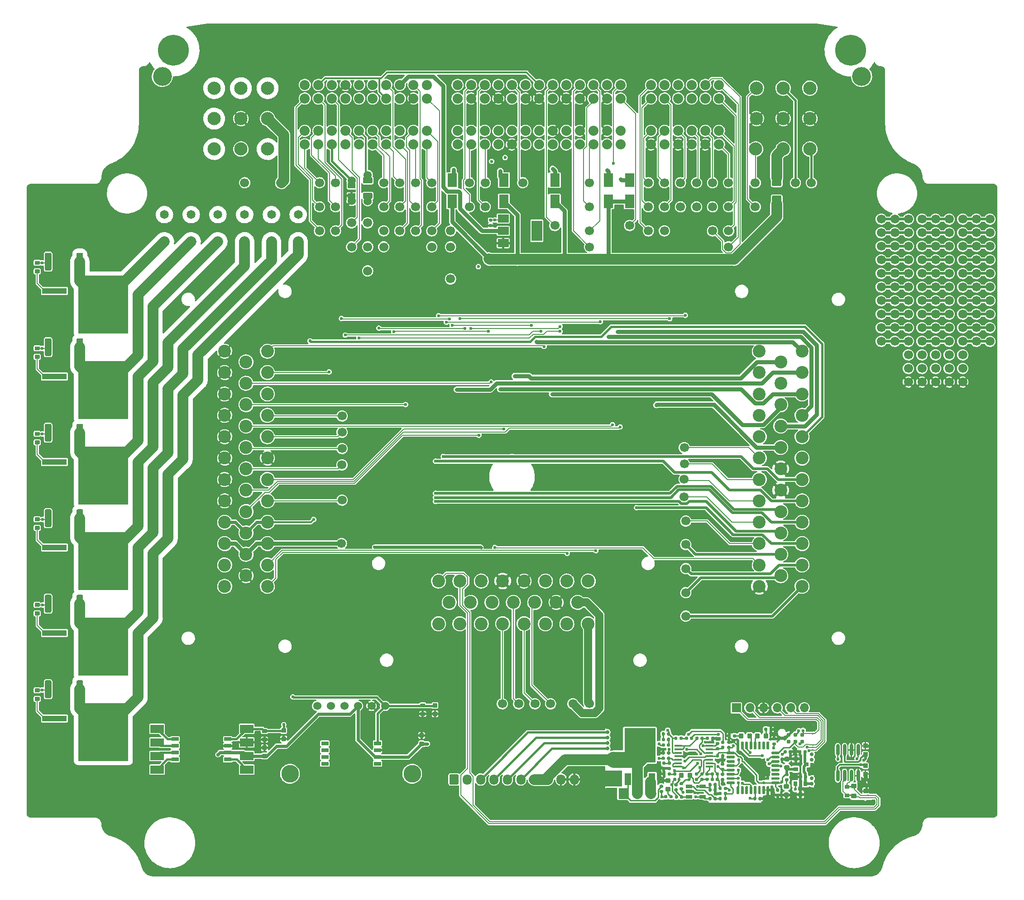
<source format=gtl>
G75*
G70*
%OFA0B0*%
%FSLAX25Y25*%
%IPPOS*%
%LPD*%
%AMOC8*
5,1,8,0,0,1.08239X$1,22.5*
%
%AMM7*
21,1,0.035430,0.030320,-0.000000,0.000000,270.000000*
21,1,0.028350,0.037400,-0.000000,0.000000,270.000000*
1,1,0.007090,-0.015160,-0.014170*
1,1,0.007090,-0.015160,0.014170*
1,1,0.007090,0.015160,0.014170*
1,1,0.007090,0.015160,-0.014170*
%
%AMM8*
21,1,0.033470,0.026770,-0.000000,0.000000,90.000000*
21,1,0.026770,0.033470,-0.000000,0.000000,90.000000*
1,1,0.006690,0.013390,0.013390*
1,1,0.006690,0.013390,-0.013390*
1,1,0.006690,-0.013390,-0.013390*
1,1,0.006690,-0.013390,0.013390*
%
%AMM9*
21,1,0.027560,0.030710,-0.000000,0.000000,270.000000*
21,1,0.022050,0.036220,-0.000000,0.000000,270.000000*
1,1,0.005510,-0.015350,-0.011020*
1,1,0.005510,-0.015350,0.011020*
1,1,0.005510,0.015350,0.011020*
1,1,0.005510,0.015350,-0.011020*
%
%ADD10C,0.01969*%
%ADD101C,0.00787*%
%ADD104M7*%
%ADD105O,0.02362X0.08661*%
%ADD106M8*%
%ADD107M9*%
%ADD11O,0.06693X0.07677*%
%ADD12C,0.03100*%
%ADD13C,0.01575*%
%ADD15C,0.06693*%
%ADD16C,0.07874*%
%ADD18R,0.06693X0.06693*%
%ADD21R,0.00984X0.05709*%
%ADD22C,0.01181*%
%ADD24R,0.07087X0.09843*%
%ADD26R,0.00984X0.08858*%
%ADD27C,0.11811*%
%ADD28O,0.22323X0.00787*%
%ADD30R,0.07874X0.14961*%
%ADD32O,0.01575X0.38583*%
%ADD34R,0.03543X0.03150*%
%ADD35R,0.37008X0.42520*%
%ADD36O,0.01969X0.00984*%
%ADD37R,0.07500X0.07874*%
%ADD38C,0.02756*%
%ADD40R,0.04724X0.08661*%
%ADD41R,0.05709X0.01772*%
%ADD44C,0.02362*%
%ADD45C,0.06496*%
%ADD48C,0.01378*%
%ADD50C,0.09744*%
%ADD52C,0.00800*%
%ADD53O,0.06693X0.06693*%
%ADD54O,0.01968X0.00984*%
%ADD56R,0.18110X0.04331*%
%ADD61R,0.04803X0.02559*%
%ADD63R,1.54528X0.00984*%
%ADD64O,0.07500X0.07874*%
%ADD65R,0.05315X0.02717*%
%ADD66R,0.07874X0.05906*%
%ADD67R,0.00984X0.03740*%
%ADD68C,0.13000*%
%ADD69O,0.00984X0.01969*%
%ADD70C,0.13878*%
%ADD71R,0.10000X0.05984*%
%ADD72C,0.05906*%
%ADD75R,0.00984X0.12205*%
%ADD77R,0.22835X0.25197*%
%ADD79C,0.09449*%
%ADD80C,0.06000*%
%ADD82O,0.00984X0.01968*%
%ADD83O,0.00787X0.43701*%
%ADD85C,0.00984*%
%ADD87R,0.00984X0.11614*%
%ADD88C,0.03150*%
%ADD90O,0.26772X0.00787*%
%ADD92C,0.22736*%
%ADD94R,0.00984X0.11811*%
%ADD95R,0.03150X0.03543*%
%ADD98C,0.07382*%
X0000000Y0000000D02*
%LPD*%
G01*
D24*
X0429134Y0498031D03*
X0429134Y0513780D03*
D56*
X0021358Y0369154D03*
D35*
X0057382Y0359154D03*
D56*
X0021358Y0349154D03*
D15*
X0494094Y0511811D03*
X0485118Y0316630D03*
D56*
X0021358Y0117185D03*
D35*
X0057382Y0107185D03*
D56*
X0021358Y0097185D03*
D15*
X0275591Y0494094D03*
G36*
G01*
X0014272Y0448031D02*
X0014272Y0459252D01*
G75*
G02*
X0015256Y0460236I0000984J0000000D01*
G01*
X0018110Y0460236D01*
G75*
G02*
X0019094Y0459252I0000000J-000984D01*
G01*
X0019094Y0448031D01*
G75*
G02*
X0018110Y0447047I-000984J0000000D01*
G01*
X0015256Y0447047D01*
G75*
G02*
X0014272Y0448031I0000000J0000984D01*
G01*
G37*
G36*
G01*
X0037598Y0448031D02*
X0037598Y0459252D01*
G75*
G02*
X0038583Y0460236I0000984J0000000D01*
G01*
X0041437Y0460236D01*
G75*
G02*
X0042421Y0459252I0000000J-000984D01*
G01*
X0042421Y0448031D01*
G75*
G02*
X0041437Y0447047I-000984J0000000D01*
G01*
X0038583Y0447047D01*
G75*
G02*
X0037598Y0448031I0000000J0000984D01*
G01*
G37*
X0690118Y0395000D03*
X0690118Y0405000D03*
X0690118Y0415000D03*
X0690118Y0425000D03*
X0690118Y0435000D03*
X0700118Y0395000D03*
X0700118Y0405000D03*
X0700118Y0415000D03*
X0700118Y0425000D03*
X0700118Y0435000D03*
X0710118Y0395000D03*
X0710118Y0405000D03*
X0710118Y0415000D03*
X0710118Y0425000D03*
X0710118Y0435000D03*
X0275591Y0476378D03*
G36*
G01*
X0343248Y0479213D02*
X0341791Y0479213D01*
G75*
G02*
X0341260Y0479744I0000000J0000531D01*
G01*
X0341260Y0480807D01*
G75*
G02*
X0341791Y0481339I0000531J0000000D01*
G01*
X0343248Y0481339D01*
G75*
G02*
X0343780Y0480807I0000000J-000531D01*
G01*
X0343780Y0479744D01*
G75*
G02*
X0343248Y0479213I-000531J0000000D01*
G01*
G37*
G36*
G01*
X0343248Y0483228D02*
X0341791Y0483228D01*
G75*
G02*
X0341260Y0483760I0000000J0000531D01*
G01*
X0341260Y0484823D01*
G75*
G02*
X0341791Y0485354I0000531J0000000D01*
G01*
X0343248Y0485354D01*
G75*
G02*
X0343780Y0484823I0000000J-000531D01*
G01*
X0343780Y0483760D01*
G75*
G02*
X0343248Y0483228I-000531J0000000D01*
G01*
G37*
X0375118Y0128000D03*
X0338583Y0511811D03*
G36*
G01*
X0010197Y0382185D02*
X0007126Y0382185D01*
G75*
G02*
X0006850Y0382461I0000000J0000276D01*
G01*
X0006850Y0384665D01*
G75*
G02*
X0007126Y0384941I0000276J0000000D01*
G01*
X0010197Y0384941D01*
G75*
G02*
X0010472Y0384665I0000000J-000276D01*
G01*
X0010472Y0382461D01*
G75*
G02*
X0010197Y0382185I-000276J0000000D01*
G01*
G37*
G36*
G01*
X0010197Y0388484D02*
X0007126Y0388484D01*
G75*
G02*
X0006850Y0388760I0000000J0000276D01*
G01*
X0006850Y0390965D01*
G75*
G02*
X0007126Y0391240I0000276J0000000D01*
G01*
X0010197Y0391240D01*
G75*
G02*
X0010472Y0390965I0000000J-000276D01*
G01*
X0010472Y0388760D01*
G75*
G02*
X0010197Y0388484I-000276J0000000D01*
G01*
G37*
X0232677Y0246063D03*
X0228346Y0511811D03*
X0233118Y0278000D03*
X0690118Y0445000D03*
X0690118Y0455000D03*
X0690118Y0465000D03*
X0690118Y0475000D03*
X0690118Y0485000D03*
X0700118Y0445000D03*
X0700118Y0455000D03*
X0700118Y0465000D03*
X0700118Y0475000D03*
X0700118Y0485000D03*
X0710118Y0445000D03*
X0710118Y0455000D03*
X0710118Y0465000D03*
X0710118Y0475000D03*
X0710118Y0485000D03*
D18*
X0523425Y0125000D03*
D53*
X0533425Y0125000D03*
X0543425Y0125000D03*
X0553425Y0125000D03*
X0563425Y0125000D03*
X0573425Y0125000D03*
D45*
X0181102Y0488346D03*
X0181102Y0468346D03*
D15*
X0287402Y0511811D03*
G36*
G01*
X0302913Y0118839D02*
X0300236Y0118839D01*
G75*
G02*
X0299902Y0119173I0000000J0000335D01*
G01*
X0299902Y0121850D01*
G75*
G02*
X0300236Y0122185I0000335J0000000D01*
G01*
X0302913Y0122185D01*
G75*
G02*
X0303248Y0121850I0000000J-000335D01*
G01*
X0303248Y0119173D01*
G75*
G02*
X0302913Y0118839I-000335J0000000D01*
G01*
G37*
G36*
G01*
X0302913Y0125059D02*
X0300236Y0125059D01*
G75*
G02*
X0299902Y0125394I0000000J0000335D01*
G01*
X0299902Y0128071D01*
G75*
G02*
X0300236Y0128406I0000335J0000000D01*
G01*
X0302913Y0128406D01*
G75*
G02*
X0303248Y0128071I0000000J-000335D01*
G01*
X0303248Y0125394D01*
G75*
G02*
X0302913Y0125059I-000335J0000000D01*
G01*
G37*
X0233118Y0328000D03*
D24*
X0389764Y0498031D03*
X0389764Y0513780D03*
D15*
X0233118Y0340000D03*
X0403118Y0128000D03*
X0263780Y0494094D03*
X0486220Y0262598D03*
G36*
G01*
X0014272Y0259055D02*
X0014272Y0270276D01*
G75*
G02*
X0015256Y0271260I0000984J0000000D01*
G01*
X0018110Y0271260D01*
G75*
G02*
X0019094Y0270276I0000000J-000984D01*
G01*
X0019094Y0259055D01*
G75*
G02*
X0018110Y0258071I-000984J0000000D01*
G01*
X0015256Y0258071D01*
G75*
G02*
X0014272Y0259055I0000000J0000984D01*
G01*
G37*
G36*
G01*
X0037598Y0259055D02*
X0037598Y0270276D01*
G75*
G02*
X0038583Y0271260I0000984J0000000D01*
G01*
X0041437Y0271260D01*
G75*
G02*
X0042421Y0270276I0000000J-000984D01*
G01*
X0042421Y0259055D01*
G75*
G02*
X0041437Y0258071I-000984J0000000D01*
G01*
X0038583Y0258071D01*
G75*
G02*
X0037598Y0259055I0000000J0000984D01*
G01*
G37*
X0415354Y0464567D03*
X0228346Y0476378D03*
G36*
G01*
X0174457Y0109307D02*
X0177528Y0109307D01*
G75*
G02*
X0177803Y0109032I0000000J-000276D01*
G01*
X0177803Y0106827D01*
G75*
G02*
X0177528Y0106551I-000276J0000000D01*
G01*
X0174457Y0106551D01*
G75*
G02*
X0174181Y0106827I0000000J0000276D01*
G01*
X0174181Y0109032D01*
G75*
G02*
X0174457Y0109307I0000276J0000000D01*
G01*
G37*
G36*
G01*
X0174457Y0103008D02*
X0177528Y0103008D01*
G75*
G02*
X0177803Y0102732I0000000J-000276D01*
G01*
X0177803Y0100528D01*
G75*
G02*
X0177528Y0100252I-000276J0000000D01*
G01*
X0174457Y0100252D01*
G75*
G02*
X0174181Y0100528I0000000J0000276D01*
G01*
X0174181Y0102732D01*
G75*
G02*
X0174457Y0103008I0000276J0000000D01*
G01*
G37*
X0312992Y0440945D03*
X0415354Y0494094D03*
X0161417Y0511811D03*
X0458661Y0511811D03*
D50*
X0577559Y0581496D03*
X0557874Y0581496D03*
X0538189Y0581496D03*
X0577559Y0559055D03*
X0557874Y0559055D03*
X0538189Y0559055D03*
X0577559Y0536614D03*
X0557874Y0536614D03*
X0537559Y0536614D03*
D98*
X0510630Y0583858D03*
X0500630Y0583858D03*
X0490630Y0583858D03*
X0480630Y0583858D03*
X0470630Y0583858D03*
X0460630Y0583858D03*
X0510630Y0573858D03*
X0500630Y0573858D03*
X0490630Y0573858D03*
X0480630Y0573858D03*
X0470630Y0573858D03*
X0460630Y0573858D03*
X0510630Y0550039D03*
X0500630Y0550039D03*
X0490630Y0550039D03*
X0480630Y0550039D03*
X0470630Y0550039D03*
X0460630Y0550039D03*
X0510630Y0540039D03*
X0500630Y0540039D03*
X0490630Y0540039D03*
X0480630Y0540039D03*
X0470630Y0540039D03*
X0460630Y0540039D03*
X0438189Y0583858D03*
X0428189Y0583858D03*
X0418189Y0583858D03*
X0408189Y0583858D03*
X0398189Y0583858D03*
X0388189Y0583858D03*
X0378189Y0583858D03*
X0368189Y0583858D03*
X0358189Y0583858D03*
X0348189Y0583858D03*
X0338189Y0583858D03*
X0328189Y0583858D03*
X0318189Y0583858D03*
X0438189Y0573858D03*
X0428189Y0573858D03*
X0418189Y0573858D03*
X0408189Y0573858D03*
X0398189Y0573858D03*
X0388189Y0573858D03*
X0378189Y0573858D03*
X0368189Y0573858D03*
X0358189Y0573858D03*
X0348189Y0573858D03*
X0338189Y0573858D03*
X0328189Y0573858D03*
X0318189Y0573858D03*
X0438189Y0550039D03*
X0428189Y0550039D03*
X0418189Y0550039D03*
X0408189Y0550039D03*
X0398189Y0550039D03*
X0388189Y0550039D03*
X0378189Y0550039D03*
X0368189Y0550039D03*
X0358189Y0550039D03*
X0348189Y0550039D03*
X0338189Y0550039D03*
X0328189Y0550039D03*
X0318189Y0550039D03*
X0438189Y0540039D03*
X0428189Y0540039D03*
X0418189Y0540039D03*
X0408189Y0540039D03*
X0398189Y0540039D03*
X0388189Y0540039D03*
X0378189Y0540039D03*
X0368189Y0540039D03*
X0358189Y0540039D03*
X0348189Y0540039D03*
X0338189Y0540039D03*
X0328189Y0540039D03*
X0318189Y0540039D03*
X0295669Y0583858D03*
X0285669Y0583858D03*
X0275669Y0583858D03*
X0265669Y0583858D03*
X0255669Y0583858D03*
X0245669Y0583858D03*
X0235669Y0583858D03*
X0225669Y0583858D03*
X0215669Y0583858D03*
X0205669Y0583858D03*
X0295669Y0573858D03*
X0285669Y0573858D03*
X0275669Y0573858D03*
X0265669Y0573858D03*
X0255669Y0573858D03*
X0245669Y0573858D03*
X0235669Y0573858D03*
X0225669Y0573858D03*
X0215669Y0573858D03*
X0205669Y0573858D03*
X0295669Y0550039D03*
X0285669Y0550039D03*
X0275669Y0550039D03*
X0265669Y0550039D03*
X0255669Y0550039D03*
X0245669Y0550039D03*
X0235669Y0550039D03*
X0225669Y0550039D03*
X0215669Y0550039D03*
X0205669Y0550039D03*
X0295669Y0540039D03*
X0285669Y0540039D03*
X0275669Y0540039D03*
X0265669Y0540039D03*
X0255669Y0540039D03*
X0245669Y0540039D03*
X0235669Y0540039D03*
X0225669Y0540039D03*
X0215669Y0540039D03*
X0205669Y0540039D03*
D50*
X0178346Y0581496D03*
X0158661Y0581496D03*
X0138976Y0581496D03*
X0178346Y0559055D03*
X0158661Y0559055D03*
X0138976Y0559055D03*
X0178346Y0536614D03*
X0158661Y0536614D03*
X0138976Y0536614D03*
D70*
X0615748Y0590157D03*
X0100787Y0590157D03*
D92*
X0607677Y0609449D03*
X0108858Y0609449D03*
D15*
X0566929Y0511811D03*
X0630118Y0395000D03*
X0630118Y0405000D03*
X0630118Y0415000D03*
X0630118Y0425000D03*
X0630118Y0435000D03*
X0640118Y0395000D03*
X0640118Y0405000D03*
X0640118Y0415000D03*
X0640118Y0425000D03*
X0640118Y0435000D03*
X0650118Y0395000D03*
X0650118Y0405000D03*
X0650118Y0415000D03*
X0650118Y0425000D03*
X0650118Y0435000D03*
X0505906Y0511811D03*
X0415118Y0128000D03*
X0312992Y0464567D03*
D68*
X0194764Y0076417D03*
X0284764Y0076417D03*
D65*
X0220472Y0098819D03*
X0220472Y0093819D03*
X0220472Y0088819D03*
X0220472Y0083819D03*
X0259222Y0083819D03*
X0259222Y0098819D03*
D80*
X0264764Y0126417D03*
X0254764Y0126417D03*
D65*
X0259222Y0093819D03*
D80*
X0244764Y0126417D03*
D65*
X0259222Y0088819D03*
D80*
X0234764Y0126417D03*
X0224764Y0126417D03*
X0214764Y0126417D03*
D15*
X0505906Y0476378D03*
D45*
X0122047Y0488346D03*
X0122047Y0468346D03*
D66*
X0351772Y0485433D03*
X0351772Y0476378D03*
X0351772Y0467323D03*
D30*
X0376575Y0476378D03*
G36*
G01*
X0010197Y0130217D02*
X0007126Y0130217D01*
G75*
G02*
X0006850Y0130492I0000000J0000276D01*
G01*
X0006850Y0132697D01*
G75*
G02*
X0007126Y0132972I0000276J0000000D01*
G01*
X0010197Y0132972D01*
G75*
G02*
X0010472Y0132697I0000000J-000276D01*
G01*
X0010472Y0130492D01*
G75*
G02*
X0010197Y0130217I-000276J0000000D01*
G01*
G37*
G36*
G01*
X0010197Y0136516D02*
X0007126Y0136516D01*
G75*
G02*
X0006850Y0136791I0000000J0000276D01*
G01*
X0006850Y0138996D01*
G75*
G02*
X0007126Y0139272I0000276J0000000D01*
G01*
X0010197Y0139272D01*
G75*
G02*
X0010472Y0138996I0000000J-000276D01*
G01*
X0010472Y0136791D01*
G75*
G02*
X0010197Y0136516I-000276J0000000D01*
G01*
G37*
D15*
X0517717Y0494094D03*
X0660118Y0395000D03*
X0660118Y0405000D03*
X0660118Y0415000D03*
X0660118Y0425000D03*
X0660118Y0435000D03*
X0670118Y0395000D03*
X0670118Y0405000D03*
X0670118Y0415000D03*
X0670118Y0425000D03*
X0670118Y0435000D03*
X0680118Y0395000D03*
X0680118Y0405000D03*
X0680118Y0415000D03*
X0680118Y0425000D03*
X0680118Y0435000D03*
X0415354Y0476378D03*
X0351118Y0128000D03*
D24*
X0444882Y0498031D03*
X0444882Y0513780D03*
D15*
X0470472Y0494094D03*
X0458661Y0476378D03*
X0263780Y0511811D03*
X0299213Y0476378D03*
G36*
G01*
X0237697Y0511614D02*
X0242618Y0511614D01*
G75*
G02*
X0243012Y0511220I0000000J-000394D01*
G01*
X0243012Y0508071D01*
G75*
G02*
X0242618Y0507677I-000394J0000000D01*
G01*
X0237697Y0507677D01*
G75*
G02*
X0237303Y0508071I0000000J0000394D01*
G01*
X0237303Y0511220D01*
G75*
G02*
X0237697Y0511614I0000394J0000000D01*
G01*
G37*
D80*
X0240157Y0513406D03*
X0240157Y0498406D03*
G36*
G01*
X0237697Y0504134D02*
X0242618Y0504134D01*
G75*
G02*
X0243012Y0503740I0000000J-000394D01*
G01*
X0243012Y0500590D01*
G75*
G02*
X0242618Y0500197I-000394J0000000D01*
G01*
X0237697Y0500197D01*
G75*
G02*
X0237303Y0500590I0000000J0000394D01*
G01*
X0237303Y0503740D01*
G75*
G02*
X0237697Y0504134I0000394J0000000D01*
G01*
G37*
D38*
X0428425Y0106988D03*
X0428425Y0103051D03*
X0428425Y0099114D03*
X0428425Y0095177D03*
D27*
X0433346Y0086713D03*
D94*
X0426949Y0072933D03*
D63*
X0503720Y0054724D03*
D87*
X0426949Y0060039D03*
D63*
X0503720Y0112795D03*
D75*
X0580492Y0060335D03*
D26*
X0580492Y0079921D03*
D67*
X0426949Y0111417D03*
D21*
X0580492Y0110433D03*
G36*
G01*
X0542598Y0061909D02*
X0542598Y0066831D01*
G75*
G02*
X0543091Y0067323I0000492J0000000D01*
G01*
X0544075Y0067323D01*
G75*
G02*
X0544567Y0066831I0000000J-000492D01*
G01*
X0544567Y0061909D01*
G75*
G02*
X0544075Y0061417I-000492J0000000D01*
G01*
X0543091Y0061417D01*
G75*
G02*
X0542598Y0061909I0000000J0000492D01*
G01*
G37*
G36*
G01*
X0549193Y0072441D02*
X0549193Y0073425D01*
G75*
G02*
X0549685Y0073917I0000492J0000000D01*
G01*
X0554606Y0073917D01*
G75*
G02*
X0555098Y0073425I0000000J-000492D01*
G01*
X0555098Y0072441D01*
G75*
G02*
X0554606Y0071949I-000492J0000000D01*
G01*
X0549685Y0071949D01*
G75*
G02*
X0549193Y0072441I0000000J0000492D01*
G01*
G37*
G36*
G01*
X0545748Y0061909D02*
X0545748Y0066831D01*
G75*
G02*
X0546240Y0067323I0000492J0000000D01*
G01*
X0547224Y0067323D01*
G75*
G02*
X0547717Y0066831I0000000J-000492D01*
G01*
X0547717Y0061909D01*
G75*
G02*
X0547224Y0061417I-000492J0000000D01*
G01*
X0546240Y0061417D01*
G75*
G02*
X0545748Y0061909I0000000J0000492D01*
G01*
G37*
G36*
G01*
X0547028Y0071949D02*
X0546043Y0071949D01*
G75*
G02*
X0545551Y0072441I0000000J0000492D01*
G01*
X0545551Y0073425D01*
G75*
G02*
X0546043Y0073917I0000492J0000000D01*
G01*
X0547028Y0073917D01*
G75*
G02*
X0547520Y0073425I0000000J-000492D01*
G01*
X0547520Y0072441D01*
G75*
G02*
X0547028Y0071949I-000492J0000000D01*
G01*
G37*
G36*
G01*
X0542598Y0069291D02*
X0542598Y0070276D01*
G75*
G02*
X0543091Y0070768I0000492J0000000D01*
G01*
X0544075Y0070768D01*
G75*
G02*
X0544567Y0070276I0000000J-000492D01*
G01*
X0544567Y0069291D01*
G75*
G02*
X0544075Y0068799I-000492J0000000D01*
G01*
X0543091Y0068799D01*
G75*
G02*
X0542598Y0069291I0000000J0000492D01*
G01*
G37*
G36*
G01*
X0549193Y0069291D02*
X0549193Y0070276D01*
G75*
G02*
X0549685Y0070768I0000492J0000000D01*
G01*
X0554606Y0070768D01*
G75*
G02*
X0555098Y0070276I0000000J-000492D01*
G01*
X0555098Y0069291D01*
G75*
G02*
X0554606Y0068799I-000492J0000000D01*
G01*
X0549685Y0068799D01*
G75*
G02*
X0549193Y0069291I0000000J0000492D01*
G01*
G37*
D38*
X0579016Y0068996D03*
X0579016Y0072933D03*
X0579016Y0086909D03*
X0579016Y0090846D03*
G36*
G01*
X0580591Y0093799D02*
X0580591Y0093799D01*
G75*
G02*
X0580098Y0093307I-000492J0000000D01*
G01*
X0579114Y0093307D01*
G75*
G02*
X0578622Y0093799I0000000J0000492D01*
G01*
X0578622Y0093799D01*
G75*
G02*
X0579114Y0094291I0000492J0000000D01*
G01*
X0580098Y0094291D01*
G75*
G02*
X0580591Y0093799I0000000J-000492D01*
G01*
G37*
G36*
G01*
X0580591Y0095768D02*
X0580591Y0095768D01*
G75*
G02*
X0580098Y0095276I-000492J0000000D01*
G01*
X0579114Y0095276D01*
G75*
G02*
X0578622Y0095768I0000000J0000492D01*
G01*
X0578622Y0095768D01*
G75*
G02*
X0579114Y0096260I0000492J0000000D01*
G01*
X0580098Y0096260D01*
G75*
G02*
X0580591Y0095768I0000000J-000492D01*
G01*
G37*
G36*
G01*
X0580591Y0097736D02*
X0580591Y0097736D01*
G75*
G02*
X0580098Y0097244I-000492J0000000D01*
G01*
X0579114Y0097244D01*
G75*
G02*
X0578622Y0097736I0000000J0000492D01*
G01*
X0578622Y0097736D01*
G75*
G02*
X0579114Y0098228I0000492J0000000D01*
G01*
X0580098Y0098228D01*
G75*
G02*
X0580591Y0097736I0000000J-000492D01*
G01*
G37*
G36*
G01*
X0580591Y0106004D02*
X0580591Y0106004D01*
G75*
G02*
X0580098Y0105512I-000492J0000000D01*
G01*
X0579114Y0105512D01*
G75*
G02*
X0578622Y0106004I0000000J0000492D01*
G01*
X0578622Y0106004D01*
G75*
G02*
X0579114Y0106496I0000492J0000000D01*
G01*
X0580098Y0106496D01*
G75*
G02*
X0580591Y0106004I0000000J-000492D01*
G01*
G37*
G36*
G01*
X0174654Y0097358D02*
X0177331Y0097358D01*
G75*
G02*
X0177665Y0097024I0000000J-000335D01*
G01*
X0177665Y0094346D01*
G75*
G02*
X0177331Y0094012I-000335J0000000D01*
G01*
X0174654Y0094012D01*
G75*
G02*
X0174319Y0094346I0000000J0000335D01*
G01*
X0174319Y0097024D01*
G75*
G02*
X0174654Y0097358I0000335J0000000D01*
G01*
G37*
G36*
G01*
X0174654Y0091138D02*
X0177331Y0091138D01*
G75*
G02*
X0177665Y0090803I0000000J-000335D01*
G01*
X0177665Y0088126D01*
G75*
G02*
X0177331Y0087791I-000335J0000000D01*
G01*
X0174654Y0087791D01*
G75*
G02*
X0174319Y0088126I0000000J0000335D01*
G01*
X0174319Y0090803D01*
G75*
G02*
X0174654Y0091138I0000335J0000000D01*
G01*
G37*
D15*
X0263780Y0464567D03*
D56*
X0021358Y0432146D03*
D35*
X0057382Y0422146D03*
D56*
X0021358Y0412146D03*
D28*
X0606499Y0056841D03*
D32*
X0621706Y0081152D03*
D90*
X0608862Y0100049D03*
D69*
X0621706Y0099360D03*
D83*
X0595722Y0078396D03*
D36*
X0621509Y0058612D03*
X0621509Y0060581D03*
D44*
X0617375Y0086368D03*
X0615308Y0082923D03*
X0612356Y0087549D03*
X0598379Y0087254D03*
D15*
X0389764Y0480315D03*
X0537402Y0511811D03*
X0537402Y0494094D03*
D80*
X0553150Y0515551D03*
G36*
G01*
X0549606Y0510256D02*
X0549606Y0512972D01*
G75*
G02*
X0550512Y0513878I0000906J0000000D01*
G01*
X0555787Y0513878D01*
G75*
G02*
X0556693Y0512972I0000000J-000906D01*
G01*
X0556693Y0510256D01*
G75*
G02*
X0555787Y0509350I-000906J0000000D01*
G01*
X0550512Y0509350D01*
G75*
G02*
X0549606Y0510256I0000000J0000906D01*
G01*
G37*
G36*
G01*
X0549606Y0498839D02*
X0549606Y0501555D01*
G75*
G02*
X0550512Y0502461I0000906J0000000D01*
G01*
X0555787Y0502461D01*
G75*
G02*
X0556693Y0501555I0000000J-000906D01*
G01*
X0556693Y0498839D01*
G75*
G02*
X0555787Y0497933I-000906J0000000D01*
G01*
X0550512Y0497933D01*
G75*
G02*
X0549606Y0498839I0000000J0000906D01*
G01*
G37*
X0553150Y0496260D03*
D24*
X0314173Y0498031D03*
X0314173Y0513780D03*
D15*
X0216535Y0494094D03*
X0486220Y0245276D03*
X0216535Y0511811D03*
X0228346Y0494094D03*
X0240157Y0482283D03*
X0486220Y0192520D03*
X0470472Y0476378D03*
G36*
G01*
X0191504Y0100390D02*
X0188827Y0100390D01*
G75*
G02*
X0188492Y0100724I0000000J0000335D01*
G01*
X0188492Y0103402D01*
G75*
G02*
X0188827Y0103736I0000335J0000000D01*
G01*
X0191504Y0103736D01*
G75*
G02*
X0191839Y0103402I0000000J-000335D01*
G01*
X0191839Y0100724D01*
G75*
G02*
X0191504Y0100390I-000335J0000000D01*
G01*
G37*
G36*
G01*
X0191504Y0106610D02*
X0188827Y0106610D01*
G75*
G02*
X0188492Y0106945I0000000J0000335D01*
G01*
X0188492Y0109622D01*
G75*
G02*
X0188827Y0109957I0000335J0000000D01*
G01*
X0191504Y0109957D01*
G75*
G02*
X0191839Y0109622I0000000J-000335D01*
G01*
X0191839Y0106945D01*
G75*
G02*
X0191504Y0106610I-000335J0000000D01*
G01*
G37*
G36*
G01*
X0014272Y0196063D02*
X0014272Y0207283D01*
G75*
G02*
X0015256Y0208268I0000984J0000000D01*
G01*
X0018110Y0208268D01*
G75*
G02*
X0019094Y0207283I0000000J-000984D01*
G01*
X0019094Y0196063D01*
G75*
G02*
X0018110Y0195079I-000984J0000000D01*
G01*
X0015256Y0195079D01*
G75*
G02*
X0014272Y0196063I0000000J0000984D01*
G01*
G37*
G36*
G01*
X0037598Y0196063D02*
X0037598Y0207283D01*
G75*
G02*
X0038583Y0208268I0000984J0000000D01*
G01*
X0041437Y0208268D01*
G75*
G02*
X0042421Y0207283I0000000J-000984D01*
G01*
X0042421Y0196063D01*
G75*
G02*
X0041437Y0195079I-000984J0000000D01*
G01*
X0038583Y0195079D01*
G75*
G02*
X0037598Y0196063I0000000J0000984D01*
G01*
G37*
X0485039Y0280315D03*
G36*
G01*
X0014272Y0133071D02*
X0014272Y0144291D01*
G75*
G02*
X0015256Y0145276I0000984J0000000D01*
G01*
X0018110Y0145276D01*
G75*
G02*
X0019094Y0144291I0000000J-000984D01*
G01*
X0019094Y0133071D01*
G75*
G02*
X0018110Y0132087I-000984J0000000D01*
G01*
X0015256Y0132087D01*
G75*
G02*
X0014272Y0133071I0000000J0000984D01*
G01*
G37*
G36*
G01*
X0037598Y0133071D02*
X0037598Y0144291D01*
G75*
G02*
X0038583Y0145276I0000984J0000000D01*
G01*
X0041437Y0145276D01*
G75*
G02*
X0042421Y0144291I0000000J-000984D01*
G01*
X0042421Y0133071D01*
G75*
G02*
X0041437Y0132087I-000984J0000000D01*
G01*
X0038583Y0132087D01*
G75*
G02*
X0037598Y0133071I0000000J0000984D01*
G01*
G37*
X0216535Y0476378D03*
X0299213Y0511811D03*
D56*
X0021358Y0306161D03*
D35*
X0057382Y0296161D03*
D56*
X0021358Y0286161D03*
D45*
X0161417Y0488346D03*
X0161417Y0468346D03*
D15*
X0494094Y0494094D03*
X0660118Y0445000D03*
X0660118Y0455000D03*
X0660118Y0465000D03*
X0660118Y0475000D03*
X0660118Y0485000D03*
X0670118Y0445000D03*
X0670118Y0455000D03*
X0670118Y0465000D03*
X0670118Y0475000D03*
X0670118Y0485000D03*
X0680118Y0445000D03*
X0680118Y0455000D03*
X0680118Y0465000D03*
X0680118Y0475000D03*
X0680118Y0485000D03*
X0299213Y0494094D03*
X0188583Y0511811D03*
G36*
G01*
X0010197Y0445177D02*
X0007126Y0445177D01*
G75*
G02*
X0006850Y0445453I0000000J0000276D01*
G01*
X0006850Y0447657D01*
G75*
G02*
X0007126Y0447933I0000276J0000000D01*
G01*
X0010197Y0447933D01*
G75*
G02*
X0010472Y0447657I0000000J-000276D01*
G01*
X0010472Y0445453D01*
G75*
G02*
X0010197Y0445177I-000276J0000000D01*
G01*
G37*
G36*
G01*
X0010197Y0451476D02*
X0007126Y0451476D01*
G75*
G02*
X0006850Y0451752I0000000J0000276D01*
G01*
X0006850Y0453957D01*
G75*
G02*
X0007126Y0454232I0000276J0000000D01*
G01*
X0010197Y0454232D01*
G75*
G02*
X0010472Y0453957I0000000J-000276D01*
G01*
X0010472Y0451752D01*
G75*
G02*
X0010197Y0451476I-000276J0000000D01*
G01*
G37*
D56*
X0021358Y0243169D03*
D35*
X0057382Y0233169D03*
D56*
X0021358Y0223169D03*
D15*
X0517717Y0511811D03*
X0485039Y0293307D03*
X0458661Y0494094D03*
X0486220Y0227559D03*
X0386614Y0127953D03*
X0517717Y0464567D03*
X0233118Y0316000D03*
X0326772Y0511811D03*
G36*
G01*
X0014272Y0385039D02*
X0014272Y0396260D01*
G75*
G02*
X0015256Y0397244I0000984J0000000D01*
G01*
X0018110Y0397244D01*
G75*
G02*
X0019094Y0396260I0000000J-000984D01*
G01*
X0019094Y0385039D01*
G75*
G02*
X0018110Y0384055I-000984J0000000D01*
G01*
X0015256Y0384055D01*
G75*
G02*
X0014272Y0385039I0000000J0000984D01*
G01*
G37*
G36*
G01*
X0037598Y0385039D02*
X0037598Y0396260D01*
G75*
G02*
X0038583Y0397244I0000984J0000000D01*
G01*
X0041437Y0397244D01*
G75*
G02*
X0042421Y0396260I0000000J-000984D01*
G01*
X0042421Y0385039D01*
G75*
G02*
X0041437Y0384055I-000984J0000000D01*
G01*
X0038583Y0384055D01*
G75*
G02*
X0037598Y0385039I0000000J0000984D01*
G01*
G37*
X0287402Y0476378D03*
X0326772Y0494094D03*
D80*
X0251969Y0517520D03*
G36*
G01*
X0248425Y0512224D02*
X0248425Y0514941D01*
G75*
G02*
X0249331Y0515846I0000906J0000000D01*
G01*
X0254606Y0515846D01*
G75*
G02*
X0255512Y0514941I0000000J-000906D01*
G01*
X0255512Y0512224D01*
G75*
G02*
X0254606Y0511319I-000906J0000000D01*
G01*
X0249331Y0511319D01*
G75*
G02*
X0248425Y0512224I0000000J0000906D01*
G01*
G37*
G36*
G01*
X0248425Y0500807D02*
X0248425Y0503524D01*
G75*
G02*
X0249331Y0504429I0000906J0000000D01*
G01*
X0254606Y0504429D01*
G75*
G02*
X0255512Y0503524I0000000J-000906D01*
G01*
X0255512Y0500807D01*
G75*
G02*
X0254606Y0499902I-000906J0000000D01*
G01*
X0249331Y0499902D01*
G75*
G02*
X0248425Y0500807I0000000J0000906D01*
G01*
G37*
X0251969Y0498228D03*
D15*
X0690118Y0365000D03*
X0680118Y0365000D03*
X0670118Y0365000D03*
X0660118Y0365000D03*
X0650118Y0365000D03*
X0690118Y0375000D03*
X0680118Y0375000D03*
X0670118Y0375000D03*
X0660118Y0375000D03*
X0650118Y0375000D03*
X0690118Y0385000D03*
X0680118Y0385000D03*
X0670118Y0385000D03*
X0660118Y0385000D03*
X0650118Y0385000D03*
X0299213Y0464567D03*
X0251969Y0446850D03*
X0486220Y0209843D03*
D56*
X0021358Y0180177D03*
D35*
X0057382Y0170177D03*
D56*
X0021358Y0160177D03*
D15*
X0240157Y0464567D03*
G36*
G01*
X0290394Y0106358D02*
X0293071Y0106358D01*
G75*
G02*
X0293406Y0106024I0000000J-000335D01*
G01*
X0293406Y0103346D01*
G75*
G02*
X0293071Y0103012I-000335J0000000D01*
G01*
X0290394Y0103012D01*
G75*
G02*
X0290059Y0103346I0000000J0000335D01*
G01*
X0290059Y0106024D01*
G75*
G02*
X0290394Y0106358I0000335J0000000D01*
G01*
G37*
G36*
G01*
X0290394Y0100138D02*
X0293071Y0100138D01*
G75*
G02*
X0293406Y0099803I0000000J-000335D01*
G01*
X0293406Y0097126D01*
G75*
G02*
X0293071Y0096791I-000335J0000000D01*
G01*
X0290394Y0096791D01*
G75*
G02*
X0290059Y0097126I0000000J0000335D01*
G01*
X0290059Y0099803D01*
G75*
G02*
X0290394Y0100138I0000335J0000000D01*
G01*
G37*
D45*
X0141732Y0488346D03*
X0141732Y0468346D03*
X0200787Y0488346D03*
X0200787Y0468346D03*
D15*
X0287402Y0494094D03*
X0444882Y0480315D03*
X0275591Y0511811D03*
D65*
X0148921Y0086988D03*
D71*
X0162921Y0079508D03*
X0162921Y0089508D03*
D65*
X0148921Y0091988D03*
D71*
X0162921Y0099508D03*
D65*
X0148921Y0096988D03*
D71*
X0162921Y0109508D03*
D65*
X0148921Y0101988D03*
X0110171Y0101988D03*
D71*
X0096921Y0109508D03*
X0096921Y0099508D03*
D65*
X0110171Y0096988D03*
D71*
X0096921Y0089508D03*
D65*
X0110171Y0091988D03*
X0110171Y0086988D03*
D71*
X0096921Y0079508D03*
D15*
X0415354Y0511811D03*
G36*
G01*
X0290984Y0128150D02*
X0294055Y0128150D01*
G75*
G02*
X0294331Y0127874I0000000J-000276D01*
G01*
X0294331Y0125669D01*
G75*
G02*
X0294055Y0125394I-000276J0000000D01*
G01*
X0290984Y0125394D01*
G75*
G02*
X0290709Y0125669I0000000J0000276D01*
G01*
X0290709Y0127874D01*
G75*
G02*
X0290984Y0128150I0000276J0000000D01*
G01*
G37*
G36*
G01*
X0290984Y0121850D02*
X0294055Y0121850D01*
G75*
G02*
X0294331Y0121575I0000000J-000276D01*
G01*
X0294331Y0119370D01*
G75*
G02*
X0294055Y0119094I-000276J0000000D01*
G01*
X0290984Y0119094D01*
G75*
G02*
X0290709Y0119370I0000000J0000276D01*
G01*
X0290709Y0121575D01*
G75*
G02*
X0290984Y0121850I0000276J0000000D01*
G01*
G37*
X0233071Y0303937D03*
G36*
G01*
X0010197Y0256201D02*
X0007126Y0256201D01*
G75*
G02*
X0006850Y0256476I0000000J0000276D01*
G01*
X0006850Y0258681D01*
G75*
G02*
X0007126Y0258957I0000276J0000000D01*
G01*
X0010197Y0258957D01*
G75*
G02*
X0010472Y0258681I0000000J-000276D01*
G01*
X0010472Y0256476D01*
G75*
G02*
X0010197Y0256201I-000276J0000000D01*
G01*
G37*
G36*
G01*
X0010197Y0262500D02*
X0007126Y0262500D01*
G75*
G02*
X0006850Y0262776I0000000J0000276D01*
G01*
X0006850Y0264980D01*
G75*
G02*
X0007126Y0265256I0000276J0000000D01*
G01*
X0010197Y0265256D01*
G75*
G02*
X0010472Y0264980I0000000J-000276D01*
G01*
X0010472Y0262776D01*
G75*
G02*
X0010197Y0262500I-000276J0000000D01*
G01*
G37*
X0630118Y0445000D03*
X0630118Y0455000D03*
X0630118Y0465000D03*
X0630118Y0475000D03*
X0630118Y0485000D03*
X0640118Y0445000D03*
X0640118Y0455000D03*
X0640118Y0465000D03*
X0640118Y0475000D03*
X0640118Y0485000D03*
X0650118Y0445000D03*
X0650118Y0455000D03*
X0650118Y0465000D03*
X0650118Y0475000D03*
X0650118Y0485000D03*
X0338583Y0494094D03*
X0578740Y0511811D03*
G36*
G01*
X0010197Y0193209D02*
X0007126Y0193209D01*
G75*
G02*
X0006850Y0193484I0000000J0000276D01*
G01*
X0006850Y0195689D01*
G75*
G02*
X0007126Y0195965I0000276J0000000D01*
G01*
X0010197Y0195965D01*
G75*
G02*
X0010472Y0195689I0000000J-000276D01*
G01*
X0010472Y0193484D01*
G75*
G02*
X0010197Y0193209I-000276J0000000D01*
G01*
G37*
G36*
G01*
X0010197Y0199508D02*
X0007126Y0199508D01*
G75*
G02*
X0006850Y0199783I0000000J0000276D01*
G01*
X0006850Y0201988D01*
G75*
G02*
X0007126Y0202264I0000276J0000000D01*
G01*
X0010197Y0202264D01*
G75*
G02*
X0010472Y0201988I0000000J-000276D01*
G01*
X0010472Y0199783D01*
G75*
G02*
X0010197Y0199508I-000276J0000000D01*
G01*
G37*
D79*
X0571850Y0214469D03*
X0571850Y0230217D03*
X0571850Y0245965D03*
X0571850Y0261713D03*
X0571850Y0277461D03*
X0571850Y0293209D03*
X0571850Y0308957D03*
X0571850Y0324705D03*
X0571850Y0340453D03*
X0571850Y0356201D03*
X0571850Y0371949D03*
X0571850Y0387697D03*
X0556102Y0222343D03*
X0556102Y0238091D03*
X0556102Y0253839D03*
X0556102Y0269587D03*
X0556102Y0285335D03*
X0556102Y0301083D03*
X0556102Y0316831D03*
X0556102Y0332579D03*
X0556102Y0348327D03*
X0556102Y0364075D03*
X0556102Y0379823D03*
X0540354Y0214469D03*
X0540354Y0230217D03*
X0540354Y0245965D03*
X0540354Y0261713D03*
X0540354Y0277461D03*
X0540354Y0293209D03*
X0540354Y0308957D03*
X0540354Y0324705D03*
X0540354Y0340453D03*
X0540354Y0356201D03*
X0540354Y0371949D03*
X0540354Y0387697D03*
X0304134Y0186909D03*
X0319882Y0186909D03*
X0335630Y0186909D03*
X0351378Y0186909D03*
X0367126Y0186909D03*
X0382874Y0186909D03*
X0398622Y0186909D03*
X0414370Y0186909D03*
X0312008Y0202657D03*
X0327756Y0202657D03*
X0343504Y0202657D03*
X0359252Y0202657D03*
X0375000Y0202657D03*
X0390748Y0202657D03*
X0406496Y0202657D03*
X0304134Y0218406D03*
X0319882Y0218406D03*
X0335630Y0218406D03*
X0351378Y0218406D03*
X0367126Y0218406D03*
X0382874Y0218406D03*
X0398622Y0218406D03*
X0414370Y0218406D03*
X0146654Y0387697D03*
X0146654Y0371949D03*
X0146654Y0356201D03*
X0146654Y0340453D03*
X0146654Y0324705D03*
X0146654Y0308957D03*
X0146654Y0293209D03*
X0146654Y0277461D03*
X0146654Y0261713D03*
X0146654Y0245965D03*
X0146654Y0230217D03*
X0146654Y0214469D03*
X0162402Y0379823D03*
X0162402Y0364075D03*
X0162402Y0348327D03*
X0162402Y0332579D03*
X0162402Y0316831D03*
X0162402Y0301083D03*
X0162402Y0285335D03*
X0162402Y0269587D03*
X0162402Y0253839D03*
X0162402Y0238091D03*
X0162402Y0222343D03*
X0178150Y0387697D03*
X0178150Y0371949D03*
X0178150Y0356201D03*
X0178150Y0340453D03*
X0178150Y0324705D03*
X0178150Y0308957D03*
X0178150Y0293209D03*
X0178150Y0277461D03*
X0178150Y0261713D03*
X0178150Y0245965D03*
X0178150Y0230217D03*
X0178150Y0214469D03*
D15*
X0363118Y0128000D03*
G36*
G01*
X0312205Y0069390D02*
X0312205Y0075098D01*
G75*
G02*
X0313189Y0076083I0000984J0000000D01*
G01*
X0317913Y0076083D01*
G75*
G02*
X0318898Y0075098I0000000J-000984D01*
G01*
X0318898Y0069390D01*
G75*
G02*
X0317913Y0068406I-000984J0000000D01*
G01*
X0313189Y0068406D01*
G75*
G02*
X0312205Y0069390I0000000J0000984D01*
G01*
G37*
D11*
X0325394Y0072244D03*
X0335236Y0072244D03*
X0345079Y0072244D03*
X0354921Y0072244D03*
X0364764Y0072244D03*
X0374606Y0072244D03*
X0384449Y0072244D03*
X0394291Y0072244D03*
X0404134Y0072244D03*
D45*
X0102362Y0488346D03*
X0102362Y0468346D03*
G36*
G01*
X0010197Y0319193D02*
X0007126Y0319193D01*
G75*
G02*
X0006850Y0319469I0000000J0000276D01*
G01*
X0006850Y0321673D01*
G75*
G02*
X0007126Y0321949I0000276J0000000D01*
G01*
X0010197Y0321949D01*
G75*
G02*
X0010472Y0321673I0000000J-000276D01*
G01*
X0010472Y0319469D01*
G75*
G02*
X0010197Y0319193I-000276J0000000D01*
G01*
G37*
G36*
G01*
X0010197Y0325492D02*
X0007126Y0325492D01*
G75*
G02*
X0006850Y0325768I0000000J0000276D01*
G01*
X0006850Y0327972D01*
G75*
G02*
X0007126Y0328248I0000276J0000000D01*
G01*
X0010197Y0328248D01*
G75*
G02*
X0010472Y0327972I0000000J-000276D01*
G01*
X0010472Y0325768D01*
G75*
G02*
X0010197Y0325492I-000276J0000000D01*
G01*
G37*
D15*
X0482283Y0494094D03*
X0482283Y0511811D03*
D24*
X0352362Y0498031D03*
X0352362Y0513780D03*
D15*
X0251969Y0482283D03*
X0485118Y0304630D03*
X0505906Y0494094D03*
X0312992Y0476378D03*
X0263780Y0476378D03*
G36*
G01*
X0014272Y0322047D02*
X0014272Y0333268D01*
G75*
G02*
X0015256Y0334252I0000984J0000000D01*
G01*
X0018110Y0334252D01*
G75*
G02*
X0019094Y0333268I0000000J-000984D01*
G01*
X0019094Y0322047D01*
G75*
G02*
X0018110Y0321063I-000984J0000000D01*
G01*
X0015256Y0321063D01*
G75*
G02*
X0014272Y0322047I0000000J0000984D01*
G01*
G37*
G36*
G01*
X0037598Y0322047D02*
X0037598Y0333268D01*
G75*
G02*
X0038583Y0334252I0000984J0000000D01*
G01*
X0041437Y0334252D01*
G75*
G02*
X0042421Y0333268I0000000J-000984D01*
G01*
X0042421Y0322047D01*
G75*
G02*
X0041437Y0321063I-000984J0000000D01*
G01*
X0038583Y0321063D01*
G75*
G02*
X0037598Y0322047I0000000J0000984D01*
G01*
G37*
X0251969Y0464567D03*
X0517717Y0476378D03*
X0470472Y0511811D03*
X0366142Y0511811D03*
D44*
X0032283Y0354331D03*
X0243307Y0055118D03*
X0582089Y0111024D03*
X0005118Y0047244D03*
X0209449Y0165354D03*
X0442520Y0115748D03*
X0318110Y0339370D03*
X0200000Y0328740D03*
X0392126Y0384646D03*
X0076435Y0052712D03*
X0317717Y0293701D03*
X0597638Y0520472D03*
X0434252Y0316929D03*
X0591339Y0095276D03*
X0046624Y0481417D03*
X0422047Y0054331D03*
X0591339Y0129921D03*
X0384252Y0385039D03*
X0271720Y0384577D03*
X0293307Y0203543D03*
X0414567Y0255118D03*
X0021260Y0155512D03*
X0573622Y0114380D03*
X0279921Y0028346D03*
X0162598Y0034646D03*
X0625591Y0005118D03*
X0311811Y0427953D03*
X0712598Y0047244D03*
X0603150Y0104331D03*
X0459055Y0334646D03*
X0305118Y0053150D03*
X0234416Y0621494D03*
X0654331Y0035433D03*
X0106693Y0414567D03*
X0131890Y0053937D03*
X0219685Y0440945D03*
X0275197Y0440945D03*
X0625984Y0064567D03*
X0247244Y0309843D03*
X0424409Y0339764D03*
X0287795Y0288189D03*
X0388629Y0292049D03*
X0579528Y0239764D03*
X0562205Y0211811D03*
X0355906Y0005118D03*
X0522047Y0024016D03*
X0078346Y0531496D03*
X0462544Y0202628D03*
X0241339Y0405906D03*
X0606299Y0251181D03*
X0288189Y0432283D03*
X0367717Y0416929D03*
X0581102Y0279134D03*
X0416535Y0028346D03*
X0416142Y0445669D03*
X0625197Y0562598D03*
X0142520Y0096457D03*
X0242126Y0414567D03*
X0514856Y0329150D03*
X0240157Y0426772D03*
X0649213Y0099606D03*
X0288583Y0355549D03*
X0021260Y0407087D03*
X0481102Y0417323D03*
X0264173Y0450000D03*
X0386614Y0151969D03*
X0240551Y0450787D03*
X0539370Y0051575D03*
X0125984Y0299213D03*
X0273622Y0355512D03*
X0195276Y0105118D03*
X0626772Y0094094D03*
X0286795Y0408389D03*
X0021260Y0102756D03*
X0228740Y0384252D03*
X0021260Y0228346D03*
X0415354Y0416929D03*
X0287795Y0453543D03*
X0137668Y0619952D03*
X0199213Y0309055D03*
X0518923Y0412329D03*
X0549588Y0438711D03*
X0198819Y0270079D03*
X0331890Y0170866D03*
X0469685Y0417323D03*
X0062598Y0518898D03*
X0275591Y0004724D03*
X0262205Y0319291D03*
X0337795Y0416929D03*
X0443701Y0387795D03*
X0390456Y0317403D03*
X0298819Y0166929D03*
X0087795Y0575984D03*
X0603937Y0289764D03*
X0182677Y0101575D03*
X0510014Y0618796D03*
X0253937Y0096850D03*
X0021260Y0291339D03*
X0369685Y0339764D03*
X0297244Y0253937D03*
X0338976Y0348031D03*
X0511811Y0307087D03*
X0021260Y0353937D03*
X0376378Y0286220D03*
X0518110Y0115354D03*
X0021260Y0091732D03*
X0453543Y0005906D03*
X0426772Y0247638D03*
X0467717Y0150000D03*
X0007087Y0349213D03*
X0494488Y0480315D03*
X0274736Y0171645D03*
X0200787Y0319291D03*
X0570866Y0486220D03*
X0216142Y0218898D03*
X0424016Y0111811D03*
X0337402Y0338583D03*
X0457480Y0051575D03*
X0353543Y0254331D03*
X0486614Y0334646D03*
X0140945Y0448031D03*
X0341352Y0466535D03*
X0444094Y0416929D03*
X0672598Y0493366D03*
X0315209Y0154685D03*
X0498537Y0411301D03*
X0337795Y0315748D03*
X0602756Y0346850D03*
X0401575Y0150000D03*
X0088976Y0478346D03*
X0251162Y0416269D03*
X0422441Y0076772D03*
X0583858Y0077559D03*
X0265354Y0094094D03*
X0307087Y0293307D03*
X0590157Y0051969D03*
X0661417Y0175197D03*
X0242126Y0203150D03*
X0483465Y0051969D03*
X0330315Y0384646D03*
X0471260Y0444488D03*
X0200787Y0355118D03*
X0643701Y0524409D03*
X0201181Y0284252D03*
X0707874Y0501575D03*
X0337008Y0446850D03*
X0248031Y0384646D03*
X0007087Y0412205D03*
X0713780Y0164567D03*
X0463386Y0116142D03*
X0217764Y0464071D03*
X0355906Y0384646D03*
X0104331Y0164173D03*
X0415451Y0385262D03*
X0187008Y0004724D03*
X0442913Y0465354D03*
X0490157Y0116142D03*
X0288189Y0415748D03*
X0070866Y0030315D03*
X0383858Y0446457D03*
X0201575Y0252362D03*
X0433858Y0051575D03*
X0124016Y0004724D03*
X0322835Y0385039D03*
X0436140Y0291935D03*
X0526772Y0298425D03*
X0096850Y0134646D03*
X0245669Y0248031D03*
X0443701Y0445276D03*
X0373211Y0318545D03*
X0712992Y0261417D03*
X0511811Y0051575D03*
X0507087Y0461811D03*
X0562992Y0440157D03*
X0415748Y0288583D03*
X0201969Y0383858D03*
X0341352Y0473033D03*
X0562598Y0171654D03*
X0564173Y0051575D03*
X0264961Y0430709D03*
X0021260Y0218504D03*
X0615354Y0498819D03*
X0603543Y0194488D03*
X0003937Y0285827D03*
X0344094Y0151181D03*
X0120866Y0229134D03*
X0679134Y0130315D03*
X0292520Y0116929D03*
X0531496Y0479134D03*
X0480709Y0409843D03*
X0356892Y0471654D03*
X0287795Y0384252D03*
X0355906Y0461417D03*
X0229528Y0400000D03*
X0007087Y0159843D03*
X0457087Y0466929D03*
X0301575Y0116535D03*
X0021260Y0416929D03*
X0250787Y0406693D03*
X0248425Y0337402D03*
X0573228Y0523228D03*
X0005512Y0507480D03*
X0329134Y0456693D03*
X0349606Y0339764D03*
X0461608Y0316375D03*
X0356177Y0416954D03*
X0422441Y0062992D03*
X0276772Y0337402D03*
X0275591Y0424016D03*
X0333695Y0293762D03*
X0480315Y0445276D03*
X0390157Y0256693D03*
X0583858Y0082677D03*
X0166929Y0116535D03*
X0460694Y0295361D03*
X0062205Y0453150D03*
X0666535Y0250394D03*
X0084646Y0081890D03*
X0021260Y0164961D03*
X0236614Y0356693D03*
X0584646Y0616929D03*
X0444574Y0409417D03*
X0275591Y0416142D03*
X0456693Y0416929D03*
X0327953Y0416929D03*
X0583465Y0064961D03*
X0165354Y0142520D03*
X0368110Y0384252D03*
X0042913Y0049213D03*
X0262598Y0257480D03*
X0390157Y0340157D03*
X0296063Y0104685D03*
X0614567Y0054331D03*
X0502756Y0203937D03*
X0590945Y0064567D03*
X0456299Y0385433D03*
X0606950Y0400237D03*
X0539370Y0114380D03*
X0430997Y0618410D03*
X0317363Y0317289D03*
X0201575Y0296457D03*
X0442913Y0338976D03*
X0355512Y0445669D03*
X0336614Y0384252D03*
X0276772Y0465748D03*
X0170866Y0098819D03*
X0415354Y0403543D03*
X0428740Y0116535D03*
X0559449Y0005118D03*
X0370472Y0253937D03*
X0451752Y0194662D03*
X0383465Y0416929D03*
X0366284Y0446078D03*
X0336220Y0255512D03*
X0174803Y0060630D03*
X0370866Y0621108D03*
X0506931Y0437512D03*
X0427559Y0238976D03*
X0009055Y0096850D03*
X0319601Y0621108D03*
X0021260Y0281102D03*
X0278740Y0316535D03*
X0422441Y0068898D03*
X0249606Y0433071D03*
X0263780Y0278346D03*
X0264696Y0417126D03*
X0006628Y0223057D03*
X0179134Y0414173D03*
X0457480Y0444488D03*
X0182766Y0621494D03*
X0254331Y0145276D03*
X0422441Y0072835D03*
X0575197Y0412992D03*
X0478740Y0467717D03*
X0267323Y0621260D03*
X0415748Y0315354D03*
X0470079Y0467323D03*
X0024016Y0342520D03*
X0276003Y0408389D03*
X0249524Y0280743D03*
X0166142Y0191732D03*
X0481102Y0384252D03*
X0264961Y0407874D03*
X0390157Y0172441D03*
X0713918Y0359001D03*
X0277165Y0225984D03*
X0200787Y0335827D03*
X0296063Y0098425D03*
X0212205Y0263780D03*
X0141732Y0090551D03*
X0190157Y0112598D03*
X0196850Y0133071D03*
X0438189Y0514567D03*
X0435827Y0402061D03*
X0428189Y0521024D03*
X0429134Y0398323D03*
X0388189Y0522047D03*
X0387795Y0356006D03*
X0349606Y0359744D03*
X0349606Y0520472D03*
X0317717Y0359449D03*
X0315156Y0521260D03*
X0257087Y0243307D03*
X0335433Y0243108D03*
X0485827Y0414173D03*
X0304331Y0413780D03*
X0320079Y0411616D03*
X0474409Y0411616D03*
X0464567Y0348031D03*
X0433071Y0525984D03*
X0432283Y0333465D03*
X0309843Y0409055D03*
X0423228Y0409449D03*
X0393701Y0405906D03*
X0327953Y0404530D03*
X0372441Y0406892D03*
X0314173Y0406693D03*
X0342913Y0364961D03*
X0343307Y0527559D03*
X0381890Y0391240D03*
X0352362Y0330415D03*
X0353150Y0530315D03*
X0333858Y0325789D03*
X0333465Y0450000D03*
X0437795Y0331890D03*
X0420079Y0240750D03*
X0398819Y0238781D03*
X0450000Y0272443D03*
X0301970Y0276970D03*
X0301970Y0279921D03*
X0301970Y0283071D03*
X0301970Y0306693D03*
X0307679Y0310236D03*
X0376378Y0394882D03*
X0360236Y0369388D03*
X0223622Y0372441D03*
X0209449Y0395276D03*
X0279921Y0348425D03*
X0271260Y0402167D03*
X0340945Y0402366D03*
X0323622Y0404530D03*
X0260236Y0404724D03*
X0312205Y0411417D03*
X0232677Y0411811D03*
X0393701Y0402362D03*
X0245669Y0397443D03*
X0235433Y0399606D03*
X0379528Y0402366D03*
X0345679Y0484291D03*
X0345669Y0243108D03*
X0012205Y0389764D03*
X0012205Y0452756D03*
X0012205Y0138189D03*
X0012598Y0263780D03*
X0012598Y0200787D03*
X0012396Y0326772D03*
D88*
X0314173Y0498031D02*
X0314173Y0482989D01*
D16*
X0362012Y0455319D02*
X0341843Y0455319D01*
D88*
X0396850Y0455906D02*
X0396850Y0490945D01*
D16*
X0521854Y0455319D02*
X0553150Y0486614D01*
X0362398Y0455319D02*
X0362205Y0455512D01*
X0396457Y0455512D02*
X0396650Y0455319D01*
D88*
X0396457Y0455512D02*
X0396850Y0455906D01*
X0444882Y0498031D02*
X0429134Y0498031D01*
D16*
X0362205Y0455512D02*
X0362012Y0455319D01*
D88*
X0362205Y0455512D02*
X0362205Y0488189D01*
D16*
X0396457Y0455512D02*
X0396264Y0455319D01*
X0341843Y0455319D02*
X0341257Y0455906D01*
X0553150Y0486614D02*
X0553150Y0496260D01*
D88*
X0429134Y0457087D02*
X0427953Y0455906D01*
X0429134Y0498031D02*
X0429134Y0457087D01*
X0314173Y0482989D02*
X0341257Y0455906D01*
D16*
X0396650Y0455319D02*
X0521854Y0455319D01*
X0396264Y0455319D02*
X0362398Y0455319D01*
D88*
X0362205Y0488189D02*
X0352362Y0498031D01*
X0396850Y0490945D02*
X0389764Y0498031D01*
D16*
X0384449Y0072244D02*
X0374606Y0072244D01*
X0384449Y0074027D02*
X0384449Y0072244D01*
X0433346Y0086713D02*
X0397135Y0086713D01*
X0397135Y0086713D02*
X0384449Y0074027D01*
D13*
X0387697Y0095177D02*
X0428425Y0095177D01*
X0364764Y0072244D02*
X0387697Y0095177D01*
X0428425Y0099114D02*
X0381791Y0099114D01*
X0381791Y0099114D02*
X0354921Y0072244D01*
X0345079Y0072244D02*
X0375886Y0103051D01*
X0375886Y0103051D02*
X0428425Y0103051D01*
X0369980Y0106988D02*
X0335236Y0072244D01*
X0428425Y0106988D02*
X0369980Y0106988D01*
D101*
X0584252Y0108882D02*
X0584252Y0114634D01*
X0531882Y0116543D02*
X0523425Y0125000D01*
X0584252Y0114634D02*
X0582343Y0116543D01*
X0581374Y0106004D02*
X0584252Y0108882D01*
X0579606Y0106004D02*
X0581374Y0106004D01*
X0582343Y0116543D02*
X0531882Y0116543D01*
X0582198Y0097736D02*
X0585827Y0101365D01*
X0582913Y0117919D02*
X0540506Y0117919D01*
X0540506Y0117919D02*
X0533425Y0125000D01*
X0585827Y0115006D02*
X0582913Y0117919D01*
X0579606Y0097736D02*
X0582198Y0097736D01*
X0585827Y0101365D02*
X0585827Y0115006D01*
X0587203Y0115576D02*
X0583483Y0119295D01*
X0587203Y0100795D02*
X0587203Y0115576D01*
X0583483Y0119295D02*
X0559130Y0119295D01*
X0582176Y0095768D02*
X0587203Y0100795D01*
X0559130Y0119295D02*
X0553425Y0125000D01*
X0579606Y0095768D02*
X0582176Y0095768D01*
X0588583Y0100229D02*
X0588583Y0116142D01*
X0567754Y0120671D02*
X0563425Y0125000D01*
X0579606Y0093799D02*
X0582153Y0093799D01*
X0588583Y0116142D02*
X0584053Y0120671D01*
X0584053Y0120671D02*
X0567754Y0120671D01*
X0582153Y0093799D02*
X0588583Y0100229D01*
D48*
X0266238Y0593010D02*
X0262055Y0588827D01*
D44*
X0238819Y0120472D02*
X0244764Y0126417D01*
D48*
X0369037Y0593010D02*
X0266238Y0593010D01*
X0260701Y0578827D02*
X0265669Y0573858D01*
D44*
X0257455Y0088819D02*
X0244764Y0101510D01*
X0160441Y0091988D02*
X0162921Y0089508D01*
X0215748Y0120472D02*
X0238819Y0120472D01*
D48*
X0215669Y0583858D02*
X0220638Y0588827D01*
X0212205Y0263780D02*
X0210138Y0261713D01*
D44*
X0175949Y0089508D02*
X0175992Y0089465D01*
D48*
X0210138Y0261713D02*
X0178150Y0261713D01*
D44*
X0192126Y0096850D02*
X0215748Y0120472D01*
D48*
X0378189Y0583858D02*
X0369037Y0593010D01*
D44*
X0178150Y0261713D02*
X0170276Y0261713D01*
X0282087Y0088819D02*
X0259222Y0088819D01*
X0291732Y0098465D02*
X0282087Y0088819D01*
X0259222Y0088819D02*
X0257455Y0088819D01*
X0148921Y0091988D02*
X0160441Y0091988D01*
X0162921Y0089508D02*
X0175949Y0089508D01*
X0154528Y0261713D02*
X0162402Y0253839D01*
X0175992Y0089465D02*
X0177654Y0089465D01*
X0291772Y0098425D02*
X0291732Y0098465D01*
D48*
X0262055Y0588827D02*
X0257727Y0588827D01*
D44*
X0185039Y0096850D02*
X0192126Y0096850D01*
X0146654Y0261713D02*
X0154528Y0261713D01*
X0177654Y0089465D02*
X0185039Y0096850D01*
X0143169Y0091988D02*
X0141732Y0090551D01*
D48*
X0220638Y0588827D02*
X0257727Y0588827D01*
D44*
X0148921Y0091988D02*
X0143169Y0091988D01*
D48*
X0260701Y0588827D02*
X0260701Y0578827D01*
D44*
X0296063Y0098425D02*
X0291772Y0098425D01*
X0244764Y0101510D02*
X0244764Y0126417D01*
X0170276Y0261713D02*
X0162402Y0253839D01*
D13*
X0190165Y0112591D02*
X0190157Y0112598D01*
X0175992Y0107929D02*
X0189811Y0107929D01*
X0189811Y0107929D02*
X0190165Y0108283D01*
X0148921Y0101988D02*
X0155402Y0101988D01*
X0174413Y0109508D02*
X0175992Y0107929D01*
X0162921Y0109508D02*
X0174413Y0109508D01*
X0155402Y0101988D02*
X0162921Y0109508D01*
X0190165Y0108283D02*
X0190165Y0112591D01*
D101*
X0543583Y0064370D02*
X0546732Y0064370D01*
D13*
X0155441Y0086988D02*
X0162921Y0079508D01*
X0148921Y0086988D02*
X0155441Y0086988D01*
X0104441Y0101988D02*
X0096921Y0109508D01*
X0110171Y0101988D02*
X0104441Y0101988D01*
X0099441Y0096988D02*
X0096921Y0099508D01*
X0110171Y0096988D02*
X0099441Y0096988D01*
X0110171Y0091988D02*
X0099402Y0091988D01*
X0099402Y0091988D02*
X0096921Y0089508D01*
X0110171Y0086988D02*
X0104402Y0086988D01*
X0104402Y0086988D02*
X0096921Y0079508D01*
X0264764Y0126417D02*
X0301260Y0126417D01*
X0259222Y0098819D02*
X0259222Y0120876D01*
X0196850Y0133071D02*
X0197244Y0132677D01*
X0197244Y0132677D02*
X0258504Y0132677D01*
X0301260Y0126417D02*
X0301575Y0126732D01*
X0259222Y0120876D02*
X0264764Y0126417D01*
X0258504Y0132677D02*
X0264764Y0126417D01*
D88*
X0435827Y0402061D02*
X0572514Y0402061D01*
X0444882Y0513780D02*
X0438976Y0513780D01*
X0572514Y0402061D02*
X0582477Y0392098D01*
X0438976Y0513780D02*
X0438189Y0514567D01*
X0582477Y0341138D02*
X0573917Y0332579D01*
X0573917Y0332579D02*
X0556102Y0332579D01*
X0582477Y0392098D02*
X0582477Y0341138D01*
X0578738Y0390550D02*
X0570965Y0398323D01*
X0571850Y0340453D02*
X0578738Y0347341D01*
X0429134Y0513780D02*
X0429134Y0520079D01*
X0570965Y0398323D02*
X0469685Y0398323D01*
X0578738Y0347341D02*
X0578738Y0390550D01*
X0469685Y0398323D02*
X0429134Y0398323D01*
X0429134Y0520079D02*
X0428189Y0521024D01*
X0389764Y0520472D02*
X0388189Y0522047D01*
X0389764Y0513780D02*
X0389764Y0520472D01*
X0505411Y0356006D02*
X0387795Y0356006D01*
X0556102Y0346460D02*
X0543107Y0333465D01*
X0543107Y0333465D02*
X0527953Y0333465D01*
X0556102Y0348327D02*
X0556102Y0346460D01*
X0527953Y0333465D02*
X0505411Y0356006D01*
X0571850Y0356201D02*
X0550095Y0356201D01*
X0526870Y0359744D02*
X0349606Y0359744D01*
X0352362Y0513780D02*
X0349606Y0516535D01*
X0550095Y0356201D02*
X0543207Y0349313D01*
X0349606Y0516535D02*
X0349606Y0520472D01*
X0537301Y0349313D02*
X0531496Y0355118D01*
X0543207Y0349313D02*
X0537301Y0349313D01*
X0531496Y0355118D02*
X0526870Y0359744D01*
X0542320Y0364173D02*
X0550095Y0371949D01*
X0346856Y0364173D02*
X0542320Y0364173D01*
X0550095Y0371949D02*
X0571850Y0371949D01*
X0317717Y0359449D02*
X0342131Y0359449D01*
X0342131Y0359449D02*
X0346856Y0364173D01*
X0315156Y0521260D02*
X0315156Y0514762D01*
D10*
X0486220Y0192520D02*
X0549902Y0192520D01*
X0549902Y0192520D02*
X0571850Y0214469D01*
X0548476Y0223622D02*
X0555071Y0230217D01*
X0490157Y0223622D02*
X0548476Y0223622D01*
X0555071Y0230217D02*
X0571850Y0230217D01*
X0486220Y0227559D02*
X0490157Y0223622D01*
D44*
X0335234Y0243307D02*
X0335433Y0243108D01*
X0257087Y0243307D02*
X0335234Y0243307D01*
D16*
X0082971Y0384742D02*
X0082971Y0429270D01*
X0040010Y0390650D02*
X0040010Y0376526D01*
X0040010Y0376526D02*
X0057382Y0359154D01*
X0082971Y0429270D02*
X0122047Y0468346D01*
X0057382Y0359154D02*
X0082971Y0384742D01*
X0040010Y0439518D02*
X0057382Y0422146D01*
X0040010Y0453642D02*
X0040010Y0439518D01*
X0057382Y0422146D02*
X0057382Y0423366D01*
X0057382Y0423366D02*
X0102362Y0468346D01*
X0040010Y0138681D02*
X0040010Y0124557D01*
X0093992Y0238605D02*
X0105014Y0249627D01*
X0082971Y0180179D02*
X0093992Y0191200D01*
X0127057Y0384931D02*
X0200787Y0458661D01*
X0116036Y0355459D02*
X0127057Y0366481D01*
X0082971Y0132774D02*
X0082971Y0180179D01*
X0200787Y0458661D02*
X0200787Y0468346D01*
X0040010Y0124557D02*
X0057382Y0107185D01*
X0116036Y0308054D02*
X0116036Y0355459D01*
X0105014Y0249627D02*
X0105014Y0297032D01*
X0057382Y0107185D02*
X0082971Y0132774D01*
X0127057Y0366481D02*
X0127057Y0384931D01*
X0093992Y0191200D02*
X0093992Y0238605D01*
X0105014Y0297032D02*
X0116036Y0308054D01*
X0057382Y0233169D02*
X0082971Y0258758D01*
X0093992Y0317185D02*
X0093992Y0364590D01*
X0082971Y0258758D02*
X0082971Y0306163D01*
X0040010Y0250541D02*
X0057382Y0233169D01*
X0093992Y0364590D02*
X0105014Y0375611D01*
X0105014Y0394062D02*
X0161417Y0450466D01*
X0082971Y0306163D02*
X0093992Y0317185D01*
X0161417Y0450466D02*
X0161417Y0468346D01*
X0105014Y0375611D02*
X0105014Y0394062D01*
X0040010Y0264665D02*
X0040010Y0250541D01*
X0040010Y0201673D02*
X0040010Y0187549D01*
X0181102Y0454563D02*
X0181102Y0468346D01*
X0116036Y0371046D02*
X0116036Y0389497D01*
X0093992Y0301598D02*
X0105014Y0312619D01*
X0040010Y0187549D02*
X0057382Y0170177D01*
X0116036Y0389497D02*
X0181102Y0454563D01*
X0105014Y0312619D02*
X0105014Y0360024D01*
X0082971Y0243171D02*
X0093992Y0254193D01*
X0105014Y0360024D02*
X0116036Y0371046D01*
X0093992Y0254193D02*
X0093992Y0301598D01*
X0082971Y0195766D02*
X0082971Y0243171D01*
X0057382Y0170177D02*
X0082971Y0195766D01*
X0093992Y0420606D02*
X0141732Y0468346D01*
X0082971Y0321750D02*
X0082971Y0369155D01*
X0040010Y0313533D02*
X0057382Y0296161D01*
X0057382Y0296161D02*
X0082971Y0321750D01*
X0093992Y0380177D02*
X0093992Y0420606D01*
X0040010Y0327657D02*
X0040010Y0313533D01*
X0082971Y0369155D02*
X0093992Y0380177D01*
D13*
X0566929Y0572441D02*
X0557874Y0581496D01*
X0566929Y0511811D02*
X0566929Y0572441D01*
D101*
X0537402Y0494094D02*
X0531705Y0499791D01*
X0531705Y0575012D02*
X0538189Y0581496D01*
X0531705Y0499791D02*
X0531705Y0575012D01*
D13*
X0578740Y0535433D02*
X0577559Y0536614D01*
X0578740Y0511811D02*
X0578740Y0535433D01*
D101*
X0537559Y0536614D02*
X0537559Y0511969D01*
X0537559Y0511969D02*
X0537402Y0511811D01*
X0524797Y0569691D02*
X0524797Y0471648D01*
X0524797Y0471648D02*
X0517717Y0464567D01*
X0510630Y0583858D02*
X0524797Y0569691D01*
X0512566Y0588532D02*
X0505303Y0588532D01*
X0526173Y0466902D02*
X0526173Y0574924D01*
X0505906Y0476378D02*
X0513388Y0468896D01*
X0515923Y0460238D02*
X0519510Y0460238D01*
X0519510Y0460238D02*
X0526173Y0466902D01*
X0513388Y0468896D02*
X0513388Y0462774D01*
X0505303Y0588532D02*
X0500630Y0583858D01*
X0526173Y0574924D02*
X0512566Y0588532D01*
X0513388Y0462774D02*
X0515923Y0460238D01*
X0625021Y0051770D02*
X0599036Y0051770D01*
X0322738Y0224112D02*
X0309841Y0224112D01*
X0626970Y0053720D02*
X0625021Y0051770D01*
X0309841Y0224112D02*
X0304134Y0218406D01*
X0327165Y0195177D02*
X0322049Y0200294D01*
X0621509Y0058612D02*
X0625839Y0058612D01*
X0325589Y0221262D02*
X0322738Y0224112D01*
X0625839Y0058612D02*
X0626970Y0057480D01*
X0485827Y0414173D02*
X0485433Y0413780D01*
X0626970Y0057480D02*
X0626970Y0053720D01*
X0329723Y0053348D02*
X0329723Y0074529D01*
X0322049Y0212502D02*
X0325589Y0216042D01*
X0329723Y0074529D02*
X0327165Y0077086D01*
X0341931Y0041140D02*
X0329723Y0053348D01*
X0322049Y0200294D02*
X0322049Y0212502D01*
X0599036Y0051770D02*
X0588406Y0041140D01*
X0588406Y0041140D02*
X0341931Y0041140D01*
X0485433Y0413780D02*
X0304331Y0413780D01*
X0325589Y0216042D02*
X0325589Y0221262D01*
X0327165Y0077086D02*
X0327165Y0195177D01*
X0626033Y0060581D02*
X0628346Y0058268D01*
X0588976Y0039764D02*
X0341339Y0039764D01*
X0320472Y0075348D02*
X0325591Y0080466D01*
X0599606Y0050394D02*
X0588976Y0039764D01*
X0319882Y0200515D02*
X0319882Y0218406D01*
X0625591Y0050394D02*
X0599606Y0050394D01*
X0320079Y0411616D02*
X0474409Y0411616D01*
X0325591Y0080466D02*
X0325591Y0194806D01*
X0341339Y0039764D02*
X0320472Y0060630D01*
X0320472Y0060630D02*
X0320472Y0075348D01*
X0325591Y0194806D02*
X0319882Y0200515D01*
X0628346Y0058268D02*
X0628346Y0053150D01*
X0621509Y0060581D02*
X0626033Y0060581D01*
X0628346Y0053150D02*
X0625591Y0050394D01*
X0452563Y0575791D02*
X0460630Y0583858D01*
X0458661Y0476378D02*
X0452563Y0482477D01*
X0452563Y0482477D02*
X0452563Y0575791D01*
X0517717Y0476378D02*
X0522045Y0480707D01*
X0522045Y0496065D02*
X0523421Y0497441D01*
X0523421Y0497441D02*
X0523421Y0561067D01*
X0522045Y0480707D02*
X0522045Y0496065D01*
X0523421Y0561067D02*
X0510630Y0573858D01*
X0475303Y0569185D02*
X0470630Y0573858D01*
X0470472Y0494094D02*
X0475303Y0498925D01*
X0475303Y0498925D02*
X0475303Y0569185D01*
X0453939Y0567167D02*
X0460630Y0573858D01*
X0458661Y0494094D02*
X0453939Y0498817D01*
X0453939Y0498817D02*
X0453939Y0567167D01*
X0517717Y0494094D02*
X0522045Y0498423D01*
X0522045Y0538624D02*
X0510630Y0550039D01*
X0522045Y0498423D02*
X0522045Y0538624D01*
X0505906Y0511811D02*
X0505906Y0544764D01*
X0505906Y0544764D02*
X0500630Y0550039D01*
X0495303Y0513020D02*
X0495303Y0545366D01*
X0495303Y0545366D02*
X0490630Y0550039D01*
X0494094Y0511811D02*
X0495303Y0513020D01*
X0485630Y0515157D02*
X0485630Y0545039D01*
X0482283Y0511811D02*
X0485630Y0515157D01*
X0485630Y0545039D02*
X0480630Y0550039D01*
X0465957Y0545366D02*
X0470630Y0550039D01*
X0470472Y0511811D02*
X0465957Y0516327D01*
X0465957Y0516327D02*
X0465957Y0545366D01*
X0455315Y0544724D02*
X0460630Y0550039D01*
X0458661Y0511811D02*
X0455315Y0515157D01*
X0455315Y0515157D02*
X0455315Y0544724D01*
X0517717Y0532953D02*
X0510630Y0540039D01*
X0517717Y0511811D02*
X0517717Y0532953D01*
D88*
X0538287Y0316831D02*
X0556102Y0316831D01*
X0464866Y0348331D02*
X0506787Y0348331D01*
X0464567Y0348031D02*
X0464866Y0348331D01*
X0506787Y0348331D02*
X0538287Y0316831D01*
D101*
X0432283Y0333465D02*
X0431398Y0332579D01*
X0433071Y0578740D02*
X0438189Y0583858D01*
X0433071Y0525984D02*
X0433071Y0578740D01*
X0431398Y0332579D02*
X0162402Y0332579D01*
X0422835Y0409055D02*
X0309843Y0409055D01*
X0423228Y0409449D02*
X0422835Y0409055D01*
X0422862Y0579185D02*
X0418189Y0583858D01*
X0422862Y0483886D02*
X0422862Y0579185D01*
X0415354Y0476378D02*
X0422862Y0483886D01*
X0403516Y0579185D02*
X0403516Y0510658D01*
X0403516Y0510658D02*
X0403543Y0510630D01*
X0408189Y0583858D02*
X0403516Y0579185D01*
X0403543Y0510630D02*
X0403543Y0476378D01*
X0403543Y0476378D02*
X0415354Y0464567D01*
X0393701Y0405906D02*
X0392325Y0404530D01*
X0392325Y0404530D02*
X0327953Y0404530D01*
X0383516Y0486563D02*
X0383516Y0579185D01*
X0389764Y0480315D02*
X0383516Y0486563D01*
X0383516Y0579185D02*
X0388189Y0583858D01*
X0372242Y0406693D02*
X0372441Y0406892D01*
X0314173Y0406693D02*
X0372242Y0406693D01*
X0366142Y0511811D02*
X0363516Y0514437D01*
X0363516Y0578532D02*
X0358189Y0583858D01*
X0363516Y0514437D02*
X0363516Y0578532D01*
X0342913Y0364961D02*
X0342028Y0364075D01*
X0342028Y0364075D02*
X0162402Y0364075D01*
X0333516Y0499161D02*
X0333516Y0579185D01*
X0333516Y0579185D02*
X0338189Y0583858D01*
X0338583Y0494094D02*
X0333516Y0499161D01*
X0322443Y0513604D02*
X0323516Y0514677D01*
X0323516Y0514677D02*
X0323516Y0579185D01*
X0326772Y0494094D02*
X0326772Y0503150D01*
X0322443Y0507478D02*
X0322443Y0513604D01*
X0323516Y0579185D02*
X0328189Y0583858D01*
X0326772Y0503150D02*
X0322443Y0507478D01*
X0449408Y0562640D02*
X0438189Y0573858D01*
X0444882Y0480315D02*
X0449408Y0484841D01*
X0449408Y0484841D02*
X0449408Y0562640D01*
X0415354Y0494094D02*
X0411026Y0498423D01*
X0413386Y0566929D02*
X0418189Y0571732D01*
X0413386Y0538627D02*
X0413386Y0566929D01*
X0418189Y0571732D02*
X0418189Y0573858D01*
X0411026Y0536267D02*
X0413386Y0538627D01*
X0411026Y0498423D02*
X0411026Y0536267D01*
X0381398Y0391732D02*
X0182185Y0391732D01*
X0182185Y0391732D02*
X0178150Y0387697D01*
X0381890Y0391240D02*
X0381398Y0391732D01*
X0241240Y0293209D02*
X0178150Y0293209D01*
X0278447Y0330415D02*
X0241240Y0293209D01*
X0352362Y0330415D02*
X0278447Y0330415D01*
X0176477Y0283858D02*
X0162402Y0269783D01*
X0277713Y0325789D02*
X0242380Y0290457D01*
X0186103Y0290457D02*
X0179505Y0283858D01*
X0162402Y0269783D02*
X0162402Y0269587D01*
X0179505Y0283858D02*
X0176477Y0283858D01*
X0242380Y0290457D02*
X0186103Y0290457D01*
X0333858Y0325789D02*
X0277713Y0325789D01*
X0179035Y0285335D02*
X0162402Y0285335D01*
X0437008Y0331102D02*
X0356109Y0331102D01*
X0278229Y0328252D02*
X0241810Y0291833D01*
X0241810Y0291833D02*
X0185533Y0291833D01*
X0356109Y0331102D02*
X0353258Y0328252D01*
X0185533Y0291833D02*
X0179035Y0285335D01*
X0437795Y0331890D02*
X0437008Y0331102D01*
X0353258Y0328252D02*
X0278229Y0328252D01*
X0420079Y0240750D02*
X0419884Y0240945D01*
X0188878Y0240945D02*
X0178150Y0230217D01*
X0419884Y0240945D02*
X0188878Y0240945D01*
X0178150Y0214469D02*
X0184252Y0220571D01*
X0189448Y0239569D02*
X0398032Y0239569D01*
X0184252Y0234373D02*
X0189448Y0239569D01*
X0184252Y0220571D02*
X0184252Y0234373D01*
X0398032Y0239569D02*
X0398819Y0238781D01*
D10*
X0521061Y0252561D02*
X0518110Y0255512D01*
X0518110Y0255512D02*
X0501179Y0272443D01*
X0542664Y0252561D02*
X0521061Y0252561D01*
X0549260Y0245965D02*
X0542664Y0252561D01*
X0501179Y0272443D02*
X0450000Y0272443D01*
X0571850Y0245965D02*
X0549260Y0245965D01*
X0488847Y0277165D02*
X0487077Y0275396D01*
X0483002Y0275396D02*
X0481232Y0277165D01*
X0481232Y0277165D02*
X0302165Y0277165D01*
X0487077Y0275396D02*
X0483002Y0275396D01*
X0556102Y0253839D02*
X0554823Y0255118D01*
X0523228Y0255118D02*
X0501181Y0277165D01*
X0554823Y0255118D02*
X0523228Y0255118D01*
X0302165Y0277165D02*
X0301970Y0276970D01*
X0501181Y0277165D02*
X0488847Y0277165D01*
X0571850Y0261713D02*
X0549260Y0261713D01*
X0480907Y0285632D02*
X0475197Y0279921D01*
X0475197Y0279921D02*
X0301970Y0279921D01*
X0520666Y0268606D02*
X0503640Y0285632D01*
X0503640Y0285632D02*
X0480907Y0285632D01*
X0549260Y0261713D02*
X0542366Y0268606D01*
X0542366Y0268606D02*
X0520666Y0268606D01*
X0556102Y0269587D02*
X0554526Y0271163D01*
X0504699Y0288189D02*
X0479848Y0288189D01*
X0521725Y0271163D02*
X0504699Y0288189D01*
X0474730Y0283071D02*
X0301970Y0283071D01*
X0479848Y0288189D02*
X0474730Y0283071D01*
X0554526Y0271163D02*
X0521725Y0271163D01*
X0505118Y0298425D02*
X0477953Y0298425D01*
X0571850Y0277461D02*
X0549260Y0277461D01*
X0469685Y0306693D02*
X0301970Y0306693D01*
X0477953Y0298425D02*
X0469685Y0306693D01*
X0541288Y0285433D02*
X0518110Y0285433D01*
X0518110Y0285433D02*
X0505118Y0298425D01*
X0549260Y0277461D02*
X0541288Y0285433D01*
X0330411Y0310140D02*
X0307776Y0310140D01*
X0526868Y0310140D02*
X0330411Y0310140D01*
X0546263Y0301181D02*
X0535827Y0301181D01*
X0307776Y0310140D02*
X0307679Y0310236D01*
X0571850Y0293209D02*
X0554236Y0293209D01*
X0535827Y0301181D02*
X0526868Y0310140D01*
X0554236Y0293209D02*
X0546263Y0301181D01*
D101*
X0415354Y0537205D02*
X0418189Y0540039D01*
X0415354Y0511811D02*
X0415354Y0537205D01*
D88*
X0376675Y0394585D02*
X0564963Y0394585D01*
X0564963Y0394585D02*
X0571850Y0387697D01*
X0376378Y0394882D02*
X0376675Y0394585D01*
X0370667Y0369388D02*
X0372144Y0367911D01*
X0538487Y0379823D02*
X0556102Y0379823D01*
X0372144Y0367911D02*
X0526576Y0367911D01*
X0360236Y0369388D02*
X0370667Y0369388D01*
X0526576Y0367911D02*
X0538487Y0379823D01*
D101*
X0338583Y0511811D02*
X0338583Y0539646D01*
X0338583Y0539646D02*
X0338189Y0540039D01*
X0326772Y0511811D02*
X0326772Y0538622D01*
X0326772Y0538622D02*
X0328189Y0540039D01*
X0287402Y0476378D02*
X0291730Y0480707D01*
X0290551Y0514783D02*
X0290551Y0578976D01*
X0291730Y0480707D02*
X0291730Y0513604D01*
X0291730Y0513604D02*
X0290551Y0514783D01*
X0290551Y0578976D02*
X0285669Y0583858D01*
D88*
X0336220Y0476378D02*
X0319880Y0492718D01*
X0310630Y0505512D02*
X0307475Y0508667D01*
X0351772Y0476378D02*
X0336220Y0476378D01*
X0318898Y0505512D02*
X0310630Y0505512D01*
X0307475Y0583077D02*
X0300394Y0590157D01*
X0319880Y0492718D02*
X0319880Y0504529D01*
X0281969Y0590157D02*
X0275669Y0583858D01*
X0307475Y0508667D02*
X0307475Y0583077D01*
X0319880Y0504529D02*
X0318898Y0505512D01*
X0300394Y0590157D02*
X0281969Y0590157D01*
D101*
X0270472Y0579055D02*
X0265669Y0583858D01*
X0275591Y0494094D02*
X0279919Y0498423D01*
X0279919Y0498423D02*
X0279919Y0529136D01*
X0270472Y0538583D02*
X0270472Y0579055D01*
X0279919Y0529136D02*
X0270472Y0538583D01*
X0223622Y0372441D02*
X0223130Y0371949D01*
X0223130Y0371949D02*
X0178150Y0371949D01*
D13*
X0209843Y0394882D02*
X0371654Y0394882D01*
X0423949Y0398425D02*
X0431324Y0405799D01*
X0586614Y0393247D02*
X0586614Y0339469D01*
X0375197Y0398425D02*
X0423949Y0398425D01*
X0574062Y0405799D02*
X0586614Y0393247D01*
X0586614Y0339469D02*
X0571850Y0324705D01*
X0209449Y0395276D02*
X0209843Y0394882D01*
X0431324Y0405799D02*
X0574062Y0405799D01*
X0371654Y0394882D02*
X0375197Y0398425D01*
D101*
X0299213Y0476378D02*
X0304917Y0482083D01*
X0304917Y0482083D02*
X0304917Y0564610D01*
X0304917Y0564610D02*
X0295669Y0573858D01*
X0279823Y0348327D02*
X0162402Y0348327D01*
X0279921Y0348425D02*
X0279823Y0348327D01*
X0235039Y0524409D02*
X0235064Y0524409D01*
X0244337Y0486463D02*
X0240157Y0482283D01*
X0230539Y0528909D02*
X0235039Y0524409D01*
X0244337Y0515137D02*
X0244337Y0486463D01*
X0230539Y0568988D02*
X0230539Y0528909D01*
X0235064Y0524409D02*
X0244337Y0515137D01*
X0225669Y0573858D02*
X0230539Y0568988D01*
X0220539Y0526705D02*
X0220539Y0568988D01*
X0228346Y0476378D02*
X0232872Y0480904D01*
X0232872Y0480904D02*
X0232872Y0514372D01*
X0232872Y0514372D02*
X0220539Y0526705D01*
X0220539Y0568988D02*
X0215669Y0573858D01*
X0209843Y0514055D02*
X0199213Y0524685D01*
X0199213Y0524685D02*
X0199213Y0567402D01*
X0199213Y0567402D02*
X0205669Y0573858D01*
X0216535Y0476378D02*
X0216535Y0477170D01*
X0209843Y0483863D02*
X0209843Y0514055D01*
X0216535Y0477170D02*
X0209843Y0483863D01*
X0303541Y0498423D02*
X0303541Y0542167D01*
X0299213Y0494094D02*
X0303541Y0498423D01*
X0303541Y0542167D02*
X0295669Y0550039D01*
X0283073Y0498423D02*
X0283073Y0535825D01*
X0287402Y0494094D02*
X0283073Y0498423D01*
X0280709Y0545079D02*
X0285669Y0550039D01*
X0283073Y0535825D02*
X0280709Y0538189D01*
X0280709Y0538189D02*
X0280709Y0545079D01*
X0271459Y0402366D02*
X0340945Y0402366D01*
X0271260Y0402167D02*
X0271459Y0402366D01*
X0260236Y0404724D02*
X0260630Y0404331D01*
X0323423Y0404331D02*
X0323622Y0404530D01*
X0260630Y0404331D02*
X0323423Y0404331D01*
X0260343Y0545366D02*
X0255669Y0550039D01*
X0268108Y0498423D02*
X0268108Y0530991D01*
X0260343Y0538757D02*
X0260343Y0545366D01*
X0263780Y0494094D02*
X0268108Y0498423D01*
X0268108Y0530991D02*
X0260343Y0538757D01*
X0240539Y0545169D02*
X0235669Y0550039D01*
X0240539Y0521158D02*
X0240539Y0545169D01*
X0240157Y0464567D02*
X0245910Y0470319D01*
X0245910Y0515788D02*
X0240539Y0521158D01*
X0245910Y0470319D02*
X0245910Y0515788D01*
X0233071Y0411417D02*
X0232677Y0411811D01*
X0312205Y0411417D02*
X0233071Y0411417D01*
X0228346Y0494094D02*
X0223821Y0498620D01*
X0210630Y0545000D02*
X0215669Y0550039D01*
X0223821Y0498620D02*
X0223821Y0518974D01*
X0223821Y0518974D02*
X0210630Y0532165D01*
X0210630Y0532165D02*
X0210630Y0545000D01*
X0200799Y0545169D02*
X0205669Y0550039D01*
X0216535Y0494094D02*
X0211417Y0499213D01*
X0200799Y0525323D02*
X0200799Y0545169D01*
X0211417Y0499213D02*
X0211417Y0514705D01*
X0211417Y0514705D02*
X0200799Y0525323D01*
X0295669Y0515354D02*
X0295669Y0540039D01*
X0299213Y0511811D02*
X0295669Y0515354D01*
X0287402Y0511811D02*
X0287402Y0538307D01*
X0287402Y0538307D02*
X0285669Y0540039D01*
X0275591Y0476378D02*
X0281295Y0482083D01*
X0281295Y0534413D02*
X0275669Y0540039D01*
X0281295Y0482083D02*
X0281295Y0534413D01*
X0270996Y0534713D02*
X0265669Y0540039D01*
X0270996Y0516406D02*
X0270996Y0534713D01*
X0275591Y0511811D02*
X0270996Y0516406D01*
X0263780Y0511811D02*
X0263780Y0531929D01*
X0263780Y0531929D02*
X0255669Y0540039D01*
X0373825Y0400203D02*
X0381699Y0400203D01*
X0245669Y0397443D02*
X0371065Y0397443D01*
X0381699Y0400203D02*
X0383858Y0402362D01*
X0383858Y0402362D02*
X0393701Y0402362D01*
X0371065Y0397443D02*
X0373825Y0400203D01*
X0373626Y0402366D02*
X0370866Y0399606D01*
X0370866Y0399606D02*
X0235433Y0399606D01*
X0379528Y0402366D02*
X0373626Y0402366D01*
D13*
X0225669Y0527894D02*
X0225669Y0540039D01*
X0240157Y0513406D02*
X0225669Y0527894D01*
D101*
X0215669Y0529350D02*
X0215669Y0540039D01*
X0228346Y0511811D02*
X0228346Y0516673D01*
X0228346Y0516673D02*
X0215669Y0529350D01*
X0205669Y0522677D02*
X0205669Y0540039D01*
X0216535Y0511811D02*
X0205669Y0522677D01*
X0008661Y0383465D02*
X0008661Y0374705D01*
X0014311Y0369055D02*
X0021358Y0369055D01*
X0008661Y0374705D02*
X0014311Y0369055D01*
X0008661Y0437697D02*
X0014311Y0432047D01*
X0008661Y0446457D02*
X0008661Y0437697D01*
X0014311Y0432047D02*
X0021358Y0432047D01*
X0008661Y0131594D02*
X0008661Y0122835D01*
X0008661Y0122835D02*
X0014311Y0117185D01*
X0014311Y0117185D02*
X0021358Y0117185D01*
X0008661Y0248720D02*
X0014311Y0243071D01*
X0014311Y0243071D02*
X0021358Y0243071D01*
X0008661Y0257480D02*
X0008661Y0248720D01*
X0008661Y0194488D02*
X0008661Y0185728D01*
X0014311Y0180079D02*
X0021358Y0180079D01*
X0008661Y0185728D02*
X0014311Y0180079D01*
X0014311Y0306063D02*
X0021358Y0306063D01*
X0008661Y0311713D02*
X0014311Y0306063D01*
X0008661Y0320472D02*
X0008661Y0311713D01*
X0345669Y0243108D02*
X0345864Y0242913D01*
X0345864Y0242913D02*
X0454463Y0242913D01*
X0342520Y0484291D02*
X0350630Y0484291D01*
X0454463Y0242913D02*
X0462435Y0234941D01*
X0535630Y0234941D02*
X0540354Y0230217D01*
X0350630Y0484291D02*
X0351772Y0485433D01*
X0462435Y0234941D02*
X0535630Y0234941D01*
X0012205Y0389764D02*
X0008760Y0389764D01*
X0015797Y0389764D02*
X0016683Y0390650D01*
X0012205Y0389764D02*
X0015797Y0389764D01*
X0008760Y0389764D02*
X0008661Y0389862D01*
X0008760Y0452756D02*
X0008661Y0452854D01*
X0015797Y0452756D02*
X0016683Y0453642D01*
X0012205Y0452756D02*
X0008760Y0452756D01*
X0012205Y0452756D02*
X0015797Y0452756D01*
X0016191Y0138189D02*
X0016683Y0138681D01*
X0012205Y0138189D02*
X0016191Y0138189D01*
X0008957Y0138189D02*
X0008661Y0137894D01*
X0012205Y0138189D02*
X0008957Y0138189D01*
X0012598Y0263780D02*
X0008760Y0263780D01*
X0008760Y0263780D02*
X0008661Y0263878D01*
X0012598Y0263780D02*
X0015797Y0263780D01*
X0015797Y0263780D02*
X0016683Y0264665D01*
X0008760Y0200787D02*
X0008661Y0200886D01*
X0012598Y0200787D02*
X0008760Y0200787D01*
X0012598Y0200787D02*
X0015797Y0200787D01*
X0015797Y0200787D02*
X0016683Y0201673D01*
X0015797Y0326772D02*
X0016683Y0327657D01*
X0012396Y0326772D02*
X0015797Y0326772D01*
X0008760Y0326772D02*
X0008661Y0326870D01*
X0012396Y0326772D02*
X0008760Y0326772D01*
D10*
X0486220Y0209843D02*
X0497244Y0220866D01*
X0554626Y0220866D02*
X0556102Y0222343D01*
X0497244Y0220866D02*
X0554626Y0220866D01*
X0486220Y0245276D02*
X0493406Y0238091D01*
X0493406Y0238091D02*
X0556102Y0238091D01*
D101*
X0486220Y0262598D02*
X0501969Y0262598D01*
X0518602Y0245965D02*
X0540354Y0245965D01*
X0501969Y0262598D02*
X0518602Y0245965D01*
X0485827Y0292520D02*
X0503150Y0292520D01*
X0503150Y0292520D02*
X0518209Y0277461D01*
X0485039Y0293307D02*
X0485827Y0292520D01*
X0518209Y0277461D02*
X0540354Y0277461D01*
X0505606Y0304630D02*
X0517028Y0293209D01*
X0517028Y0293209D02*
X0540354Y0293209D01*
X0485118Y0304630D02*
X0505606Y0304630D01*
X0485118Y0316630D02*
X0532681Y0316630D01*
X0532681Y0316630D02*
X0540354Y0308957D01*
X0351118Y0186650D02*
X0351378Y0186909D01*
X0351118Y0128000D02*
X0351118Y0186650D01*
X0367126Y0135992D02*
X0375118Y0128000D01*
X0367126Y0186909D02*
X0367126Y0135992D01*
D72*
X0414370Y0186909D02*
X0414370Y0128748D01*
X0414370Y0128748D02*
X0415118Y0128000D01*
D101*
X0359252Y0131866D02*
X0359252Y0202657D01*
X0363118Y0128000D02*
X0359252Y0131866D01*
X0372833Y0141734D02*
X0386614Y0127953D01*
X0372833Y0200490D02*
X0372833Y0141734D01*
X0375000Y0202657D02*
X0372833Y0200490D01*
D72*
X0422636Y0193199D02*
X0422636Y0124604D01*
X0422636Y0124604D02*
X0419144Y0121112D01*
X0406496Y0202657D02*
X0413177Y0202657D01*
X0413177Y0202657D02*
X0422636Y0193199D01*
X0419144Y0121112D02*
X0410006Y0121112D01*
X0410006Y0121112D02*
X0403118Y0128000D01*
D101*
X0501575Y0280315D02*
X0520177Y0261713D01*
X0485039Y0280315D02*
X0501575Y0280315D01*
X0520177Y0261713D02*
X0540354Y0261713D01*
X0233118Y0316000D02*
X0163232Y0316000D01*
X0163232Y0316000D02*
X0162402Y0316831D01*
X0230217Y0301083D02*
X0233071Y0303937D01*
X0162402Y0301083D02*
X0230217Y0301083D01*
X0233118Y0340000D02*
X0178602Y0340000D01*
X0178602Y0340000D02*
X0178150Y0340453D01*
X0178150Y0324705D02*
X0229823Y0324705D01*
X0229823Y0324705D02*
X0233118Y0328000D01*
X0232579Y0277461D02*
X0233118Y0278000D01*
X0178150Y0277461D02*
X0232579Y0277461D01*
D16*
X0557874Y0536614D02*
X0553150Y0531890D01*
X0553150Y0531890D02*
X0553150Y0515551D01*
D48*
X0250701Y0518787D02*
X0250701Y0545008D01*
X0251969Y0517520D02*
X0250701Y0518787D01*
X0250701Y0545008D02*
X0245669Y0550039D01*
D10*
X0710118Y0395000D02*
X0690118Y0395000D01*
X0710118Y0405000D02*
X0690118Y0405000D01*
X0690118Y0415000D02*
X0710118Y0415000D01*
D16*
X0190303Y0513532D02*
X0188583Y0511811D01*
X0178346Y0559055D02*
X0190303Y0547098D01*
X0190303Y0547098D02*
X0190303Y0513532D01*
D10*
X0690118Y0425000D02*
X0710118Y0425000D01*
X0690118Y0435000D02*
X0710118Y0435000D01*
X0680118Y0395000D02*
X0660118Y0395000D01*
X0680118Y0405000D02*
X0660118Y0405000D01*
X0660118Y0415000D02*
X0680118Y0415000D01*
X0660118Y0425000D02*
X0680118Y0425000D01*
X0660118Y0435000D02*
X0680118Y0435000D01*
X0650118Y0395000D02*
X0630118Y0395000D01*
X0650118Y0405000D02*
X0630118Y0405000D01*
X0630118Y0415000D02*
X0650118Y0415000D01*
X0630118Y0425000D02*
X0650118Y0425000D01*
X0630118Y0435000D02*
X0650118Y0435000D01*
X0680118Y0445000D02*
X0660118Y0445000D01*
X0680118Y0455000D02*
X0660118Y0455000D01*
X0660118Y0465000D02*
X0680118Y0465000D01*
X0660118Y0475000D02*
X0680118Y0475000D01*
X0660118Y0485000D02*
X0680118Y0485000D01*
X0650118Y0445000D02*
X0630118Y0445000D01*
X0650118Y0455000D02*
X0630118Y0455000D01*
X0630118Y0465000D02*
X0650118Y0465000D01*
X0630118Y0475000D02*
X0650118Y0475000D01*
X0630118Y0485000D02*
X0650118Y0485000D01*
X0710118Y0445000D02*
X0690118Y0445000D01*
X0710118Y0455000D02*
X0690118Y0455000D01*
X0690118Y0465000D02*
X0710118Y0465000D01*
X0690118Y0475000D02*
X0710118Y0475000D01*
X0690118Y0485000D02*
X0710118Y0485000D01*
D88*
X0146654Y0245965D02*
X0154528Y0245965D01*
X0178150Y0245965D02*
X0232579Y0245965D01*
X0232579Y0245965D02*
X0232677Y0246063D01*
X0154528Y0245965D02*
X0162402Y0238091D01*
X0178150Y0245965D02*
X0170276Y0245965D01*
X0170276Y0245965D02*
X0162402Y0238091D01*
G36*
X0582654Y0629128D02*
G01*
X0597523Y0626829D01*
X0597776Y0626710D01*
X0597925Y0626473D01*
X0597922Y0626194D01*
X0597768Y0625960D01*
X0597695Y0625908D01*
X0597488Y0625789D01*
X0597355Y0625714D01*
X0597346Y0625707D01*
X0597346Y0625707D01*
X0596961Y0625438D01*
X0595950Y0624732D01*
X0594638Y0623629D01*
X0593429Y0622413D01*
X0592333Y0621096D01*
X0592327Y0621086D01*
X0592327Y0621086D01*
X0591387Y0619726D01*
X0591359Y0619685D01*
X0590513Y0618194D01*
X0590509Y0618184D01*
X0590509Y0618184D01*
X0589808Y0616644D01*
X0589808Y0616644D01*
X0589804Y0616634D01*
X0589800Y0616624D01*
X0589800Y0616623D01*
X0589240Y0615027D01*
X0589239Y0615027D01*
X0589236Y0615017D01*
X0589233Y0615006D01*
X0588817Y0613366D01*
X0588817Y0613366D01*
X0588814Y0613355D01*
X0588541Y0611663D01*
X0588420Y0609953D01*
X0588452Y0608239D01*
X0588635Y0606535D01*
X0588970Y0604854D01*
X0589452Y0603209D01*
X0589456Y0603199D01*
X0589456Y0603199D01*
X0590010Y0601788D01*
X0590079Y0601614D01*
X0590307Y0601157D01*
X0590818Y0600135D01*
X0590845Y0600080D01*
X0591745Y0598621D01*
X0592770Y0597248D01*
X0592778Y0597240D01*
X0592778Y0597240D01*
X0593713Y0596195D01*
X0593914Y0595971D01*
X0593922Y0595963D01*
X0593922Y0595963D01*
X0594554Y0595373D01*
X0595167Y0594801D01*
X0596518Y0593747D01*
X0596798Y0593566D01*
X0597949Y0592823D01*
X0597949Y0592823D01*
X0597958Y0592817D01*
X0599475Y0592019D01*
X0599485Y0592014D01*
X0601047Y0591363D01*
X0601047Y0591363D01*
X0601057Y0591359D01*
X0601068Y0591355D01*
X0601068Y0591355D01*
X0601530Y0591209D01*
X0602691Y0590842D01*
X0604365Y0590472D01*
X0604376Y0590471D01*
X0604376Y0590471D01*
X0606054Y0590254D01*
X0606054Y0590254D01*
X0606065Y0590253D01*
X0606076Y0590252D01*
X0606076Y0590252D01*
X0607038Y0590215D01*
X0607554Y0590194D01*
X0607819Y0590105D01*
X0607994Y0589887D01*
X0608031Y0589718D01*
X0608043Y0589393D01*
X0608047Y0589307D01*
X0608243Y0588231D01*
X0608249Y0588214D01*
X0608574Y0587239D01*
X0608590Y0587192D01*
X0608744Y0586884D01*
X0609042Y0586288D01*
X0609079Y0586213D01*
X0609701Y0585313D01*
X0609713Y0585300D01*
X0609713Y0585300D01*
X0610432Y0584522D01*
X0610432Y0584522D01*
X0610444Y0584509D01*
X0611293Y0583818D01*
X0611308Y0583809D01*
X0611308Y0583809D01*
X0612078Y0583345D01*
X0612230Y0583254D01*
X0612247Y0583247D01*
X0612247Y0583247D01*
X0613222Y0582834D01*
X0613222Y0582834D01*
X0613238Y0582827D01*
X0613625Y0582725D01*
X0614279Y0582551D01*
X0614279Y0582551D01*
X0614296Y0582547D01*
X0614314Y0582545D01*
X0614314Y0582545D01*
X0615025Y0582460D01*
X0615383Y0582418D01*
X0616477Y0582444D01*
X0616494Y0582447D01*
X0616495Y0582447D01*
X0617539Y0582621D01*
X0617539Y0582621D01*
X0617557Y0582623D01*
X0618600Y0582953D01*
X0618616Y0582961D01*
X0618616Y0582961D01*
X0619571Y0583420D01*
X0619571Y0583420D01*
X0619587Y0583427D01*
X0620189Y0583829D01*
X0620482Y0584026D01*
X0620482Y0584026D01*
X0620497Y0584035D01*
X0620510Y0584047D01*
X0620510Y0584047D01*
X0621299Y0584754D01*
X0621312Y0584765D01*
X0622016Y0585603D01*
X0622112Y0585756D01*
X0622586Y0586517D01*
X0622586Y0586517D01*
X0622596Y0586532D01*
X0623038Y0587533D01*
X0623216Y0588164D01*
X0623330Y0588569D01*
X0623330Y0588569D01*
X0623335Y0588586D01*
X0623481Y0589671D01*
X0623481Y0589684D01*
X0623496Y0590145D01*
X0623496Y0590145D01*
X0623496Y0590157D01*
X0623494Y0590186D01*
X0623420Y0591232D01*
X0623419Y0591249D01*
X0623188Y0592319D01*
X0623003Y0592823D01*
X0622816Y0593329D01*
X0622810Y0593346D01*
X0622435Y0594040D01*
X0622298Y0594294D01*
X0622298Y0594294D01*
X0622290Y0594309D01*
X0621640Y0595189D01*
X0621494Y0595337D01*
X0621362Y0595583D01*
X0621385Y0595862D01*
X0621506Y0596044D01*
X0621573Y0596108D01*
X0621573Y0596108D01*
X0621581Y0596116D01*
X0621588Y0596124D01*
X0621588Y0596124D01*
X0622450Y0597107D01*
X0622711Y0597404D01*
X0623243Y0598132D01*
X0623716Y0598780D01*
X0623716Y0598780D01*
X0623722Y0598789D01*
X0623728Y0598798D01*
X0623728Y0598798D01*
X0624601Y0600248D01*
X0624601Y0600248D01*
X0624606Y0600257D01*
X0624704Y0600457D01*
X0624892Y0600664D01*
X0625162Y0600736D01*
X0625428Y0600651D01*
X0625608Y0600430D01*
X0625691Y0600229D01*
X0625691Y0600229D01*
X0625699Y0600211D01*
X0626087Y0599577D01*
X0626570Y0599011D01*
X0627136Y0598528D01*
X0627770Y0598140D01*
X0627788Y0598132D01*
X0627788Y0598132D01*
X0628439Y0597863D01*
X0628439Y0597863D01*
X0628457Y0597855D01*
X0628709Y0597795D01*
X0629161Y0597686D01*
X0629161Y0597686D01*
X0629180Y0597682D01*
X0629843Y0597629D01*
X0629863Y0597626D01*
X0629863Y0597627D01*
X0629891Y0597624D01*
X0629918Y0597618D01*
X0629920Y0597618D01*
X0629920Y0597618D01*
X0629921Y0597618D01*
X0629948Y0597624D01*
X0629950Y0597624D01*
X0630054Y0597625D01*
X0630194Y0597611D01*
X0630487Y0597582D01*
X0630582Y0597563D01*
X0631080Y0597412D01*
X0631170Y0597375D01*
X0631628Y0597130D01*
X0631709Y0597076D01*
X0632111Y0596746D01*
X0632179Y0596678D01*
X0632509Y0596276D01*
X0632563Y0596195D01*
X0632808Y0595737D01*
X0632845Y0595647D01*
X0632996Y0595149D01*
X0633015Y0595054D01*
X0633039Y0594808D01*
X0633061Y0594591D01*
X0633063Y0594544D01*
X0633051Y0594490D01*
X0633063Y0594435D01*
X0633063Y0594416D01*
X0633071Y0594345D01*
X0633071Y0555264D01*
X0633058Y0555153D01*
X0633051Y0555119D01*
X0633051Y0555117D01*
X0633054Y0555102D01*
X0633054Y0555100D01*
X0633127Y0553050D01*
X0633127Y0553050D01*
X0633127Y0553041D01*
X0633128Y0553033D01*
X0633128Y0553033D01*
X0633332Y0551041D01*
X0633339Y0550975D01*
X0633689Y0548928D01*
X0633691Y0548920D01*
X0633691Y0548920D01*
X0633805Y0548447D01*
X0634176Y0546909D01*
X0634796Y0544928D01*
X0635114Y0544108D01*
X0635519Y0543066D01*
X0635548Y0542992D01*
X0635552Y0542984D01*
X0635552Y0542984D01*
X0636425Y0541118D01*
X0636425Y0541118D01*
X0636428Y0541111D01*
X0637432Y0539293D01*
X0637437Y0539286D01*
X0637437Y0539286D01*
X0638551Y0537553D01*
X0638556Y0537546D01*
X0638561Y0537540D01*
X0638561Y0537540D01*
X0639469Y0536316D01*
X0639794Y0535879D01*
X0639799Y0535873D01*
X0639799Y0535873D01*
X0641134Y0534306D01*
X0641141Y0534298D01*
X0641146Y0534292D01*
X0641146Y0534292D01*
X0641781Y0533642D01*
X0642590Y0532811D01*
X0644137Y0531425D01*
X0644523Y0531123D01*
X0645766Y0530150D01*
X0645766Y0530150D01*
X0645772Y0530145D01*
X0647490Y0528978D01*
X0647497Y0528974D01*
X0647497Y0528974D01*
X0649274Y0527933D01*
X0649275Y0527932D01*
X0649282Y0527928D01*
X0649289Y0527925D01*
X0649289Y0527925D01*
X0650008Y0527566D01*
X0651140Y0527001D01*
X0653037Y0526208D01*
X0653040Y0526207D01*
X0653052Y0526199D01*
X0653055Y0526198D01*
X0653071Y0526196D01*
X0653085Y0526187D01*
X0653109Y0526185D01*
X0653108Y0526182D01*
X0653136Y0526175D01*
X0653160Y0526175D01*
X0653193Y0526164D01*
X0653192Y0526162D01*
X0653223Y0526154D01*
X0654229Y0525754D01*
X0654280Y0525730D01*
X0655333Y0525166D01*
X0655381Y0525137D01*
X0656363Y0524456D01*
X0656407Y0524422D01*
X0656913Y0523979D01*
X0657306Y0523635D01*
X0657346Y0523595D01*
X0657807Y0523089D01*
X0658092Y0522776D01*
X0658150Y0522712D01*
X0658185Y0522668D01*
X0658822Y0521785D01*
X0658884Y0521699D01*
X0658914Y0521651D01*
X0659479Y0520643D01*
X0659498Y0520609D01*
X0659523Y0520559D01*
X0659982Y0519465D01*
X0659986Y0519457D01*
X0660004Y0519404D01*
X0660338Y0518260D01*
X0660339Y0518257D01*
X0660352Y0518202D01*
X0660418Y0517816D01*
X0660554Y0517025D01*
X0660561Y0516969D01*
X0660610Y0516094D01*
X0660620Y0515925D01*
X0660622Y0515891D01*
X0660614Y0515807D01*
X0660619Y0515806D01*
X0660616Y0515778D01*
X0660610Y0515751D01*
X0660610Y0515749D01*
X0660610Y0515749D01*
X0660610Y0515748D01*
X0660616Y0515721D01*
X0660619Y0515693D01*
X0660618Y0515693D01*
X0660621Y0515674D01*
X0660647Y0515344D01*
X0660674Y0515007D01*
X0660678Y0514988D01*
X0660678Y0514988D01*
X0660772Y0514597D01*
X0660847Y0514284D01*
X0660855Y0514266D01*
X0660855Y0514266D01*
X0661124Y0513616D01*
X0661132Y0513597D01*
X0661520Y0512963D01*
X0662003Y0512397D01*
X0662569Y0511914D01*
X0663203Y0511526D01*
X0663221Y0511518D01*
X0663221Y0511518D01*
X0663872Y0511248D01*
X0663872Y0511248D01*
X0663890Y0511241D01*
X0664142Y0511180D01*
X0664594Y0511072D01*
X0664594Y0511072D01*
X0664613Y0511067D01*
X0665276Y0511015D01*
X0665296Y0511012D01*
X0665296Y0511013D01*
X0665324Y0511010D01*
X0665352Y0511003D01*
X0665354Y0511003D01*
X0665389Y0511011D01*
X0665499Y0511024D01*
X0712453Y0511024D01*
X0712520Y0511016D01*
X0712543Y0511016D01*
X0712597Y0511003D01*
X0712652Y0511016D01*
X0712655Y0511016D01*
X0712703Y0511013D01*
X0712773Y0511006D01*
X0713164Y0510968D01*
X0713260Y0510949D01*
X0713757Y0510798D01*
X0713847Y0510761D01*
X0714305Y0510516D01*
X0714386Y0510462D01*
X0714788Y0510132D01*
X0714857Y0510063D01*
X0715186Y0509662D01*
X0715240Y0509581D01*
X0715485Y0509122D01*
X0715522Y0509033D01*
X0715673Y0508535D01*
X0715692Y0508440D01*
X0715722Y0508142D01*
X0715738Y0507977D01*
X0715740Y0507929D01*
X0715728Y0507875D01*
X0715740Y0507821D01*
X0715740Y0507802D01*
X0715748Y0507731D01*
X0715748Y0047390D01*
X0715740Y0047322D01*
X0715740Y0047300D01*
X0715728Y0047246D01*
X0715740Y0047191D01*
X0715740Y0047187D01*
X0715738Y0047139D01*
X0715692Y0046678D01*
X0715673Y0046583D01*
X0715522Y0046086D01*
X0715485Y0045996D01*
X0715240Y0045537D01*
X0715186Y0045457D01*
X0714857Y0045055D01*
X0714788Y0044986D01*
X0714386Y0044656D01*
X0714305Y0044602D01*
X0713847Y0044357D01*
X0713757Y0044320D01*
X0713260Y0044169D01*
X0713164Y0044150D01*
X0712804Y0044115D01*
X0712701Y0044105D01*
X0712654Y0044102D01*
X0712600Y0044115D01*
X0712545Y0044102D01*
X0712526Y0044102D01*
X0712455Y0044094D01*
X0665501Y0044094D01*
X0665389Y0044107D01*
X0665357Y0044115D01*
X0665354Y0044115D01*
X0665327Y0044109D01*
X0665299Y0044105D01*
X0665299Y0044106D01*
X0665281Y0044103D01*
X0664912Y0044074D01*
X0664613Y0044051D01*
X0664594Y0044046D01*
X0664594Y0044046D01*
X0664142Y0043938D01*
X0663890Y0043877D01*
X0663872Y0043870D01*
X0663872Y0043870D01*
X0663221Y0043600D01*
X0663221Y0043600D01*
X0663203Y0043593D01*
X0662569Y0043204D01*
X0662003Y0042721D01*
X0661520Y0042156D01*
X0661132Y0041522D01*
X0661124Y0041504D01*
X0661124Y0041504D01*
X0660855Y0040853D01*
X0660855Y0040852D01*
X0660847Y0040835D01*
X0660674Y0040111D01*
X0660660Y0039933D01*
X0660621Y0039448D01*
X0660618Y0039429D01*
X0660619Y0039429D01*
X0660616Y0039400D01*
X0660610Y0039373D01*
X0660610Y0039371D01*
X0660610Y0039371D01*
X0660610Y0039370D01*
X0660616Y0039343D01*
X0660619Y0039315D01*
X0660614Y0039315D01*
X0660621Y0039229D01*
X0660562Y0038263D01*
X0660554Y0038203D01*
X0660357Y0037143D01*
X0660342Y0037084D01*
X0660016Y0036056D01*
X0659994Y0035999D01*
X0659545Y0035019D01*
X0659516Y0034965D01*
X0658950Y0034047D01*
X0658915Y0033998D01*
X0658747Y0033788D01*
X0658241Y0033156D01*
X0658200Y0033111D01*
X0657814Y0032735D01*
X0657428Y0032359D01*
X0657381Y0032319D01*
X0656790Y0031870D01*
X0656523Y0031667D01*
X0656472Y0031633D01*
X0655540Y0031091D01*
X0655486Y0031063D01*
X0654494Y0030639D01*
X0654437Y0030619D01*
X0653875Y0030457D01*
X0653506Y0030350D01*
X0653475Y0030342D01*
X0653445Y0030335D01*
X0653393Y0030339D01*
X0653394Y0030331D01*
X0653369Y0030331D01*
X0653354Y0030324D01*
X0653338Y0030324D01*
X0653335Y0030323D01*
X0653321Y0030315D01*
X0653314Y0030313D01*
X0651366Y0029725D01*
X0649438Y0029002D01*
X0649431Y0028998D01*
X0649431Y0028998D01*
X0648891Y0028754D01*
X0647562Y0028154D01*
X0647555Y0028150D01*
X0645939Y0027287D01*
X0645746Y0027185D01*
X0643997Y0026099D01*
X0642324Y0024900D01*
X0642317Y0024895D01*
X0642317Y0024895D01*
X0640738Y0023600D01*
X0640738Y0023600D01*
X0640732Y0023595D01*
X0639230Y0022188D01*
X0637822Y0020685D01*
X0637817Y0020679D01*
X0637817Y0020679D01*
X0636522Y0019100D01*
X0636522Y0019100D01*
X0636517Y0019094D01*
X0635319Y0017420D01*
X0634233Y0015671D01*
X0634229Y0015664D01*
X0634229Y0015664D01*
X0634060Y0015348D01*
X0633264Y0013855D01*
X0633260Y0013848D01*
X0632815Y0012862D01*
X0632416Y0011979D01*
X0632413Y0011972D01*
X0631842Y0010451D01*
X0631693Y0010052D01*
X0631105Y0008107D01*
X0631103Y0008099D01*
X0631095Y0008085D01*
X0631094Y0008082D01*
X0631094Y0008066D01*
X0631087Y0008051D01*
X0631087Y0008027D01*
X0631084Y0008027D01*
X0631080Y0008001D01*
X0631082Y0007975D01*
X0631075Y0007941D01*
X0631072Y0007942D01*
X0631067Y0007911D01*
X0630798Y0006980D01*
X0630778Y0006923D01*
X0630354Y0005932D01*
X0630327Y0005877D01*
X0629785Y0004945D01*
X0629751Y0004895D01*
X0629098Y0004036D01*
X0629059Y0003990D01*
X0628682Y0003604D01*
X0628306Y0003217D01*
X0628261Y0003177D01*
X0627912Y0002897D01*
X0627420Y0002502D01*
X0627370Y0002467D01*
X0626452Y0001901D01*
X0626398Y0001872D01*
X0625418Y0001423D01*
X0625361Y0001401D01*
X0624333Y0001075D01*
X0624274Y0001060D01*
X0623214Y0000863D01*
X0623154Y0000855D01*
X0622187Y0000796D01*
X0622155Y0000795D01*
X0622103Y0000795D01*
X0622049Y0000808D01*
X0621994Y0000795D01*
X0621975Y0000795D01*
X0621904Y0000787D01*
X0094634Y0000787D01*
X0094566Y0000795D01*
X0094544Y0000795D01*
X0094490Y0000808D01*
X0094435Y0000795D01*
X0094379Y0000795D01*
X0094379Y0000799D01*
X0094348Y0000796D01*
X0094241Y0000803D01*
X0093381Y0000855D01*
X0093321Y0000863D01*
X0092717Y0000975D01*
X0092261Y0001060D01*
X0092202Y0001075D01*
X0091174Y0001401D01*
X0091117Y0001423D01*
X0090137Y0001872D01*
X0090083Y0001901D01*
X0089166Y0002467D01*
X0089116Y0002502D01*
X0088623Y0002897D01*
X0088274Y0003177D01*
X0088229Y0003217D01*
X0087853Y0003604D01*
X0087477Y0003990D01*
X0087437Y0004036D01*
X0086785Y0004895D01*
X0086751Y0004945D01*
X0086209Y0005877D01*
X0086181Y0005932D01*
X0085757Y0006923D01*
X0085737Y0006980D01*
X0085468Y0007912D01*
X0085460Y0007942D01*
X0085454Y0007972D01*
X0085457Y0008025D01*
X0085449Y0008024D01*
X0085449Y0008049D01*
X0085442Y0008063D01*
X0085442Y0008079D01*
X0085441Y0008082D01*
X0085433Y0008097D01*
X0085431Y0008103D01*
X0085423Y0008131D01*
X0084843Y0010052D01*
X0084693Y0010451D01*
X0084123Y0011972D01*
X0084120Y0011979D01*
X0083721Y0012862D01*
X0083275Y0013848D01*
X0083272Y0013855D01*
X0082475Y0015348D01*
X0082307Y0015664D01*
X0082307Y0015664D01*
X0082303Y0015671D01*
X0081217Y0017420D01*
X0080018Y0019094D01*
X0080013Y0019100D01*
X0080013Y0019100D01*
X0078718Y0020679D01*
X0078718Y0020679D01*
X0078713Y0020685D01*
X0077306Y0022188D01*
X0075803Y0023595D01*
X0075797Y0023600D01*
X0075797Y0023600D01*
X0074218Y0024895D01*
X0074218Y0024895D01*
X0074212Y0024900D01*
X0074160Y0024937D01*
X0087588Y0024937D01*
X0087589Y0024926D01*
X0087589Y0024926D01*
X0087704Y0023492D01*
X0087724Y0023244D01*
X0088013Y0021570D01*
X0088453Y0019929D01*
X0089039Y0018335D01*
X0089044Y0018325D01*
X0089044Y0018325D01*
X0089638Y0017074D01*
X0089768Y0016801D01*
X0090633Y0015339D01*
X0090642Y0015325D01*
X0091484Y0014158D01*
X0091626Y0013961D01*
X0092741Y0012679D01*
X0092749Y0012671D01*
X0093959Y0011511D01*
X0093959Y0011511D01*
X0093967Y0011503D01*
X0093975Y0011496D01*
X0093976Y0011496D01*
X0095100Y0010599D01*
X0095294Y0010444D01*
X0095304Y0010437D01*
X0095304Y0010437D01*
X0096475Y0009665D01*
X0096712Y0009508D01*
X0098209Y0008706D01*
X0099773Y0008042D01*
X0100087Y0007941D01*
X0101380Y0007526D01*
X0101380Y0007526D01*
X0101390Y0007523D01*
X0101401Y0007520D01*
X0101401Y0007520D01*
X0101961Y0007395D01*
X0103048Y0007152D01*
X0104733Y0006933D01*
X0106430Y0006868D01*
X0106441Y0006869D01*
X0106441Y0006869D01*
X0108115Y0006957D01*
X0108115Y0006957D01*
X0108126Y0006957D01*
X0108137Y0006959D01*
X0108137Y0006959D01*
X0109796Y0007198D01*
X0109796Y0007198D01*
X0109808Y0007199D01*
X0111460Y0007593D01*
X0111471Y0007597D01*
X0111471Y0007597D01*
X0113059Y0008131D01*
X0113059Y0008131D01*
X0113070Y0008135D01*
X0114624Y0008820D01*
X0115856Y0009503D01*
X0116100Y0009638D01*
X0116100Y0009638D01*
X0116110Y0009644D01*
X0116921Y0010196D01*
X0117505Y0010592D01*
X0117505Y0010592D01*
X0117515Y0010599D01*
X0118827Y0011677D01*
X0118835Y0011685D01*
X0118835Y0011685D01*
X0119419Y0012261D01*
X0120037Y0012870D01*
X0121133Y0014167D01*
X0122107Y0015558D01*
X0122952Y0017032D01*
X0122971Y0017074D01*
X0123654Y0018567D01*
X0123654Y0018567D01*
X0123659Y0018577D01*
X0123716Y0018739D01*
X0124219Y0020168D01*
X0124223Y0020179D01*
X0124640Y0021826D01*
X0124905Y0023504D01*
X0125000Y0024926D01*
X0125000Y0024937D01*
X0591525Y0024937D01*
X0591526Y0024926D01*
X0591526Y0024926D01*
X0591641Y0023492D01*
X0591661Y0023244D01*
X0591950Y0021570D01*
X0592390Y0019929D01*
X0592976Y0018335D01*
X0592981Y0018325D01*
X0592981Y0018325D01*
X0593575Y0017074D01*
X0593705Y0016801D01*
X0594570Y0015339D01*
X0594579Y0015325D01*
X0595421Y0014158D01*
X0595563Y0013961D01*
X0596678Y0012679D01*
X0596686Y0012671D01*
X0597896Y0011511D01*
X0597896Y0011511D01*
X0597904Y0011503D01*
X0597912Y0011496D01*
X0597913Y0011496D01*
X0599037Y0010599D01*
X0599231Y0010444D01*
X0599241Y0010437D01*
X0599241Y0010437D01*
X0600412Y0009665D01*
X0600649Y0009508D01*
X0602146Y0008706D01*
X0603710Y0008042D01*
X0604024Y0007941D01*
X0605317Y0007526D01*
X0605317Y0007526D01*
X0605327Y0007523D01*
X0605338Y0007520D01*
X0605338Y0007520D01*
X0605898Y0007395D01*
X0606985Y0007152D01*
X0608670Y0006933D01*
X0610367Y0006868D01*
X0610378Y0006869D01*
X0610378Y0006869D01*
X0612052Y0006957D01*
X0612052Y0006957D01*
X0612063Y0006957D01*
X0612074Y0006959D01*
X0612074Y0006959D01*
X0613733Y0007198D01*
X0613733Y0007198D01*
X0613745Y0007199D01*
X0615397Y0007593D01*
X0615408Y0007597D01*
X0615408Y0007597D01*
X0616996Y0008131D01*
X0616996Y0008131D01*
X0617007Y0008135D01*
X0618561Y0008820D01*
X0619793Y0009503D01*
X0620037Y0009638D01*
X0620037Y0009638D01*
X0620047Y0009644D01*
X0620858Y0010196D01*
X0621442Y0010592D01*
X0621442Y0010592D01*
X0621452Y0010599D01*
X0622764Y0011677D01*
X0622772Y0011685D01*
X0622772Y0011685D01*
X0623356Y0012261D01*
X0623974Y0012870D01*
X0625070Y0014167D01*
X0626044Y0015558D01*
X0626889Y0017032D01*
X0626908Y0017074D01*
X0627591Y0018567D01*
X0627591Y0018567D01*
X0627596Y0018577D01*
X0627653Y0018739D01*
X0628156Y0020168D01*
X0628160Y0020179D01*
X0628577Y0021826D01*
X0628842Y0023504D01*
X0628937Y0024926D01*
X0628954Y0025192D01*
X0628954Y0025192D01*
X0628955Y0025198D01*
X0628959Y0025591D01*
X0628882Y0027287D01*
X0628651Y0028970D01*
X0628644Y0029002D01*
X0628272Y0030614D01*
X0628272Y0030614D01*
X0628269Y0030625D01*
X0628265Y0030639D01*
X0627742Y0032228D01*
X0627742Y0032228D01*
X0627739Y0032239D01*
X0627734Y0032249D01*
X0627734Y0032249D01*
X0627342Y0033156D01*
X0627064Y0033798D01*
X0626428Y0034965D01*
X0626256Y0035280D01*
X0626256Y0035280D01*
X0626251Y0035289D01*
X0625738Y0036056D01*
X0625312Y0036692D01*
X0625312Y0036692D01*
X0625306Y0036701D01*
X0624237Y0038021D01*
X0624060Y0038203D01*
X0623061Y0039231D01*
X0623061Y0039231D01*
X0623053Y0039239D01*
X0623044Y0039246D01*
X0623044Y0039246D01*
X0621772Y0040337D01*
X0621772Y0040337D01*
X0621763Y0040344D01*
X0621754Y0040351D01*
X0621754Y0040351D01*
X0620388Y0041322D01*
X0620388Y0041322D01*
X0620378Y0041328D01*
X0619439Y0041875D01*
X0618920Y0042177D01*
X0618920Y0042177D01*
X0618910Y0042183D01*
X0618201Y0042514D01*
X0617381Y0042896D01*
X0617381Y0042896D01*
X0617371Y0042901D01*
X0616563Y0043191D01*
X0615783Y0043472D01*
X0615783Y0043472D01*
X0615773Y0043476D01*
X0614685Y0043759D01*
X0614140Y0043901D01*
X0614140Y0043901D01*
X0614129Y0043904D01*
X0612453Y0044182D01*
X0612442Y0044182D01*
X0612442Y0044182D01*
X0610770Y0044305D01*
X0610759Y0044306D01*
X0610056Y0044294D01*
X0609072Y0044277D01*
X0609072Y0044277D01*
X0609061Y0044276D01*
X0609049Y0044275D01*
X0609049Y0044275D01*
X0607694Y0044128D01*
X0607372Y0044093D01*
X0605707Y0043757D01*
X0605696Y0043754D01*
X0605696Y0043754D01*
X0604751Y0043472D01*
X0604079Y0043272D01*
X0602502Y0042641D01*
X0601877Y0042323D01*
X0600998Y0041875D01*
X0600998Y0041875D01*
X0600988Y0041870D01*
X0599551Y0040965D01*
X0598201Y0039933D01*
X0596951Y0038783D01*
X0595810Y0037525D01*
X0594788Y0036168D01*
X0594782Y0036159D01*
X0594782Y0036159D01*
X0594237Y0035280D01*
X0593893Y0034725D01*
X0593132Y0033206D01*
X0593128Y0033195D01*
X0593128Y0033195D01*
X0592883Y0032571D01*
X0592512Y0031624D01*
X0592509Y0031614D01*
X0592509Y0031613D01*
X0592042Y0030004D01*
X0592038Y0029993D01*
X0591714Y0028326D01*
X0591543Y0026636D01*
X0591525Y0024937D01*
X0125000Y0024937D01*
X0125017Y0025192D01*
X0125017Y0025192D01*
X0125018Y0025198D01*
X0125022Y0025591D01*
X0124945Y0027287D01*
X0124714Y0028970D01*
X0124707Y0029002D01*
X0124335Y0030614D01*
X0124335Y0030614D01*
X0124332Y0030625D01*
X0124328Y0030639D01*
X0123805Y0032228D01*
X0123805Y0032228D01*
X0123802Y0032239D01*
X0123797Y0032249D01*
X0123797Y0032249D01*
X0123405Y0033156D01*
X0123127Y0033798D01*
X0122491Y0034965D01*
X0122319Y0035280D01*
X0122319Y0035280D01*
X0122314Y0035289D01*
X0121801Y0036056D01*
X0121375Y0036692D01*
X0121375Y0036692D01*
X0121369Y0036701D01*
X0120300Y0038021D01*
X0120123Y0038203D01*
X0119124Y0039231D01*
X0119124Y0039231D01*
X0119116Y0039239D01*
X0119107Y0039246D01*
X0119107Y0039246D01*
X0117835Y0040337D01*
X0117835Y0040337D01*
X0117826Y0040344D01*
X0117817Y0040351D01*
X0117817Y0040351D01*
X0116451Y0041322D01*
X0116451Y0041322D01*
X0116441Y0041328D01*
X0115502Y0041875D01*
X0114983Y0042177D01*
X0114983Y0042177D01*
X0114973Y0042183D01*
X0114264Y0042514D01*
X0113444Y0042896D01*
X0113444Y0042896D01*
X0113434Y0042901D01*
X0112626Y0043191D01*
X0111846Y0043472D01*
X0111846Y0043472D01*
X0111836Y0043476D01*
X0110748Y0043759D01*
X0110203Y0043901D01*
X0110203Y0043901D01*
X0110192Y0043904D01*
X0108516Y0044182D01*
X0108505Y0044182D01*
X0108505Y0044182D01*
X0106833Y0044305D01*
X0106822Y0044306D01*
X0106119Y0044294D01*
X0105135Y0044277D01*
X0105135Y0044277D01*
X0105124Y0044276D01*
X0105112Y0044275D01*
X0105112Y0044275D01*
X0103757Y0044128D01*
X0103435Y0044093D01*
X0101770Y0043757D01*
X0101759Y0043754D01*
X0101759Y0043754D01*
X0100814Y0043472D01*
X0100142Y0043272D01*
X0098565Y0042641D01*
X0097940Y0042323D01*
X0097061Y0041875D01*
X0097061Y0041875D01*
X0097051Y0041870D01*
X0095614Y0040965D01*
X0094264Y0039933D01*
X0093014Y0038783D01*
X0091873Y0037525D01*
X0090851Y0036168D01*
X0090845Y0036159D01*
X0090845Y0036159D01*
X0090300Y0035280D01*
X0089956Y0034725D01*
X0089195Y0033206D01*
X0089191Y0033195D01*
X0089191Y0033195D01*
X0088946Y0032571D01*
X0088575Y0031624D01*
X0088572Y0031614D01*
X0088572Y0031613D01*
X0088105Y0030004D01*
X0088101Y0029993D01*
X0087777Y0028326D01*
X0087606Y0026636D01*
X0087588Y0024937D01*
X0074160Y0024937D01*
X0072538Y0026099D01*
X0070789Y0027185D01*
X0070597Y0027287D01*
X0068980Y0028150D01*
X0068973Y0028154D01*
X0067644Y0028754D01*
X0067105Y0028998D01*
X0067105Y0028998D01*
X0067097Y0029002D01*
X0065170Y0029725D01*
X0063225Y0030312D01*
X0063217Y0030315D01*
X0063203Y0030322D01*
X0063200Y0030323D01*
X0063184Y0030324D01*
X0063170Y0030331D01*
X0063145Y0030331D01*
X0063145Y0030334D01*
X0063119Y0030337D01*
X0063093Y0030335D01*
X0063059Y0030343D01*
X0063060Y0030346D01*
X0063029Y0030350D01*
X0062099Y0030619D01*
X0062041Y0030639D01*
X0061050Y0031063D01*
X0060995Y0031091D01*
X0060063Y0031633D01*
X0060013Y0031667D01*
X0059745Y0031870D01*
X0059154Y0032319D01*
X0059108Y0032359D01*
X0058722Y0032735D01*
X0058336Y0033111D01*
X0058295Y0033156D01*
X0057789Y0033788D01*
X0057620Y0033998D01*
X0057585Y0034047D01*
X0057019Y0034965D01*
X0056991Y0035019D01*
X0056541Y0035999D01*
X0056519Y0036056D01*
X0056193Y0037084D01*
X0056179Y0037143D01*
X0056017Y0038012D01*
X0055981Y0038203D01*
X0055974Y0038263D01*
X0055955Y0038568D01*
X0055914Y0039228D01*
X0055917Y0039315D01*
X0055919Y0039340D01*
X0055926Y0039367D01*
X0055926Y0039370D01*
X0055920Y0039397D01*
X0055916Y0039425D01*
X0055917Y0039425D01*
X0055914Y0039444D01*
X0055863Y0040092D01*
X0055862Y0040111D01*
X0055688Y0040835D01*
X0055681Y0040852D01*
X0055681Y0040853D01*
X0055411Y0041504D01*
X0055411Y0041504D01*
X0055404Y0041522D01*
X0055015Y0042156D01*
X0054532Y0042721D01*
X0053967Y0043204D01*
X0053333Y0043593D01*
X0053315Y0043600D01*
X0053315Y0043600D01*
X0052664Y0043870D01*
X0052664Y0043870D01*
X0052646Y0043877D01*
X0052393Y0043938D01*
X0051941Y0044046D01*
X0051941Y0044046D01*
X0051922Y0044051D01*
X0051259Y0044103D01*
X0051239Y0044106D01*
X0051239Y0044105D01*
X0051211Y0044108D01*
X0051184Y0044115D01*
X0051181Y0044115D01*
X0051147Y0044107D01*
X0051036Y0044094D01*
X0004083Y0044094D01*
X0004015Y0044102D01*
X0003993Y0044102D01*
X0003938Y0044115D01*
X0003884Y0044102D01*
X0003880Y0044102D01*
X0003832Y0044105D01*
X0003727Y0044115D01*
X0003371Y0044150D01*
X0003276Y0044169D01*
X0002778Y0044320D01*
X0002689Y0044357D01*
X0002230Y0044602D01*
X0002149Y0044656D01*
X0001748Y0044986D01*
X0001679Y0045055D01*
X0001349Y0045457D01*
X0001295Y0045537D01*
X0001050Y0045996D01*
X0001013Y0046086D01*
X0000862Y0046583D01*
X0000843Y0046678D01*
X0000798Y0047141D01*
X0000795Y0047189D01*
X0000808Y0047243D01*
X0000795Y0047297D01*
X0000795Y0047316D01*
X0000787Y0047388D01*
X0000787Y0076438D01*
X0091132Y0076438D01*
X0091137Y0076414D01*
X0091166Y0076265D01*
X0091178Y0076208D01*
X0091205Y0076167D01*
X0091207Y0076164D01*
X0091352Y0075947D01*
X0091613Y0075772D01*
X0091661Y0075763D01*
X0091661Y0075763D01*
X0091788Y0075737D01*
X0091844Y0075726D01*
X0101999Y0075726D01*
X0102055Y0075737D01*
X0102181Y0075763D01*
X0102181Y0075763D01*
X0102229Y0075772D01*
X0102490Y0075947D01*
X0102636Y0076164D01*
X0102638Y0076167D01*
X0102665Y0076208D01*
X0102676Y0076265D01*
X0102706Y0076414D01*
X0102711Y0076438D01*
X0102711Y0082578D01*
X0102681Y0082726D01*
X0102706Y0083004D01*
X0102817Y0083174D01*
X0104909Y0085266D01*
X0105155Y0085400D01*
X0105260Y0085411D01*
X0106445Y0085411D01*
X0106713Y0085333D01*
X0106858Y0085191D01*
X0106945Y0085061D01*
X0107206Y0084886D01*
X0107254Y0084877D01*
X0107254Y0084877D01*
X0107405Y0084847D01*
X0107436Y0084841D01*
X0112906Y0084841D01*
X0112938Y0084847D01*
X0113089Y0084877D01*
X0113089Y0084877D01*
X0113137Y0084886D01*
X0113398Y0085061D01*
X0113572Y0085322D01*
X0113589Y0085407D01*
X0113613Y0085528D01*
X0113618Y0085552D01*
X0113618Y0088424D01*
X0113602Y0088506D01*
X0113582Y0088607D01*
X0113582Y0088607D01*
X0113572Y0088654D01*
X0113398Y0088916D01*
X0113357Y0088943D01*
X0113357Y0088943D01*
X0113158Y0089076D01*
X0112979Y0089290D01*
X0112944Y0089568D01*
X0113065Y0089820D01*
X0113158Y0089901D01*
X0113357Y0090034D01*
X0113357Y0090034D01*
X0113398Y0090061D01*
X0113572Y0090322D01*
X0113590Y0090411D01*
X0113613Y0090528D01*
X0113618Y0090552D01*
X0113618Y0090576D01*
X0139742Y0090576D01*
X0139746Y0090540D01*
X0139746Y0090526D01*
X0139748Y0090466D01*
X0139749Y0090451D01*
X0139746Y0090416D01*
X0139781Y0090251D01*
X0139784Y0090237D01*
X0139791Y0090197D01*
X0139815Y0090016D01*
X0139829Y0089983D01*
X0139833Y0089969D01*
X0139851Y0089912D01*
X0139857Y0089898D01*
X0139864Y0089864D01*
X0139951Y0089703D01*
X0139968Y0089667D01*
X0140042Y0089499D01*
X0140065Y0089472D01*
X0140073Y0089459D01*
X0140106Y0089410D01*
X0140115Y0089398D01*
X0140132Y0089367D01*
X0140261Y0089237D01*
X0140288Y0089207D01*
X0140383Y0089094D01*
X0140383Y0089094D01*
X0140405Y0089067D01*
X0140435Y0089048D01*
X0140446Y0089038D01*
X0140492Y0089000D01*
X0140504Y0088991D01*
X0140529Y0088966D01*
X0140689Y0088877D01*
X0140723Y0088856D01*
X0140846Y0088774D01*
X0140846Y0088774D01*
X0140875Y0088754D01*
X0140909Y0088744D01*
X0140922Y0088737D01*
X0140977Y0088714D01*
X0140991Y0088709D01*
X0141022Y0088691D01*
X0141201Y0088651D01*
X0141239Y0088641D01*
X0141380Y0088597D01*
X0141380Y0088597D01*
X0141414Y0088586D01*
X0141449Y0088585D01*
X0141464Y0088583D01*
X0141523Y0088576D01*
X0141538Y0088575D01*
X0141573Y0088567D01*
X0141635Y0088571D01*
X0141755Y0088578D01*
X0141795Y0088579D01*
X0141943Y0088576D01*
X0141943Y0088576D01*
X0141978Y0088576D01*
X0142012Y0088585D01*
X0142027Y0088587D01*
X0142086Y0088597D01*
X0142101Y0088600D01*
X0142136Y0088602D01*
X0142169Y0088614D01*
X0142169Y0088614D01*
X0142308Y0088664D01*
X0142346Y0088676D01*
X0142374Y0088684D01*
X0142523Y0088724D01*
X0142553Y0088743D01*
X0142567Y0088749D01*
X0142620Y0088774D01*
X0142634Y0088781D01*
X0142667Y0088793D01*
X0142815Y0088902D01*
X0142848Y0088924D01*
X0143004Y0089020D01*
X0143028Y0089046D01*
X0143028Y0089046D01*
X0143154Y0089186D01*
X0143171Y0089203D01*
X0143499Y0089532D01*
X0143840Y0089872D01*
X0144086Y0090006D01*
X0144191Y0090018D01*
X0145609Y0090018D01*
X0145884Y0089934D01*
X0145934Y0089901D01*
X0146114Y0089686D01*
X0146148Y0089409D01*
X0146028Y0089157D01*
X0145934Y0089076D01*
X0145735Y0088943D01*
X0145735Y0088943D01*
X0145695Y0088916D01*
X0145520Y0088654D01*
X0145511Y0088607D01*
X0145511Y0088607D01*
X0145491Y0088506D01*
X0145474Y0088424D01*
X0145474Y0085552D01*
X0145479Y0085528D01*
X0145503Y0085407D01*
X0145520Y0085322D01*
X0145695Y0085061D01*
X0145956Y0084886D01*
X0146004Y0084877D01*
X0146004Y0084877D01*
X0146155Y0084847D01*
X0146186Y0084841D01*
X0151656Y0084841D01*
X0151688Y0084847D01*
X0151839Y0084877D01*
X0151839Y0084877D01*
X0151887Y0084886D01*
X0152148Y0085061D01*
X0152235Y0085191D01*
X0152449Y0085370D01*
X0152647Y0085411D01*
X0154582Y0085411D01*
X0154851Y0085333D01*
X0154933Y0085266D01*
X0157026Y0083174D01*
X0157160Y0082928D01*
X0157161Y0082726D01*
X0157132Y0082578D01*
X0157132Y0076438D01*
X0157137Y0076414D01*
X0157166Y0076265D01*
X0157178Y0076208D01*
X0157205Y0076167D01*
X0157207Y0076164D01*
X0157352Y0075947D01*
X0157613Y0075772D01*
X0157661Y0075763D01*
X0157661Y0075763D01*
X0157788Y0075737D01*
X0157844Y0075726D01*
X0167999Y0075726D01*
X0168055Y0075737D01*
X0168181Y0075763D01*
X0168181Y0075763D01*
X0168229Y0075772D01*
X0168490Y0075947D01*
X0168636Y0076164D01*
X0168638Y0076167D01*
X0168665Y0076208D01*
X0168676Y0076265D01*
X0168706Y0076414D01*
X0168711Y0076438D01*
X0168711Y0076647D01*
X0187459Y0076647D01*
X0187467Y0076462D01*
X0187499Y0075644D01*
X0187500Y0075615D01*
X0187685Y0074600D01*
X0188012Y0073621D01*
X0188473Y0072697D01*
X0188483Y0072683D01*
X0188483Y0072683D01*
X0188981Y0071963D01*
X0189060Y0071848D01*
X0189396Y0071485D01*
X0189627Y0071235D01*
X0189761Y0071090D01*
X0189775Y0071079D01*
X0190548Y0070449D01*
X0190548Y0070449D01*
X0190562Y0070438D01*
X0190577Y0070429D01*
X0191187Y0070062D01*
X0191446Y0069906D01*
X0191813Y0069751D01*
X0192380Y0069510D01*
X0192380Y0069510D01*
X0192397Y0069503D01*
X0192414Y0069499D01*
X0192414Y0069499D01*
X0192837Y0069387D01*
X0193394Y0069239D01*
X0193412Y0069237D01*
X0193412Y0069237D01*
X0193724Y0069200D01*
X0194420Y0069117D01*
X0195452Y0069142D01*
X0195772Y0069195D01*
X0196453Y0069308D01*
X0196453Y0069308D01*
X0196470Y0069311D01*
X0196486Y0069317D01*
X0196487Y0069317D01*
X0197437Y0069617D01*
X0197437Y0069617D01*
X0197454Y0069623D01*
X0197470Y0069630D01*
X0197470Y0069630D01*
X0198369Y0070062D01*
X0198369Y0070062D01*
X0198385Y0070069D01*
X0198414Y0070089D01*
X0199228Y0070633D01*
X0199228Y0070633D01*
X0199243Y0070643D01*
X0199256Y0070655D01*
X0199256Y0070655D01*
X0199999Y0071320D01*
X0199999Y0071320D01*
X0200012Y0071332D01*
X0200416Y0071812D01*
X0200665Y0072108D01*
X0200665Y0072108D01*
X0200676Y0072122D01*
X0200737Y0072219D01*
X0200890Y0072465D01*
X0201222Y0072998D01*
X0201237Y0073031D01*
X0201491Y0073605D01*
X0201640Y0073942D01*
X0201645Y0073959D01*
X0201813Y0074555D01*
X0201920Y0074935D01*
X0201987Y0075435D01*
X0202056Y0075946D01*
X0202056Y0075946D01*
X0202057Y0075958D01*
X0202064Y0076164D01*
X0202071Y0076405D01*
X0202071Y0076405D01*
X0202072Y0076417D01*
X0202056Y0076647D01*
X0277459Y0076647D01*
X0277467Y0076462D01*
X0277499Y0075644D01*
X0277500Y0075615D01*
X0277685Y0074600D01*
X0278012Y0073621D01*
X0278473Y0072697D01*
X0278483Y0072683D01*
X0278483Y0072683D01*
X0278981Y0071963D01*
X0279060Y0071848D01*
X0279396Y0071485D01*
X0279627Y0071235D01*
X0279761Y0071090D01*
X0279775Y0071079D01*
X0280548Y0070449D01*
X0280548Y0070449D01*
X0280562Y0070438D01*
X0280577Y0070429D01*
X0281187Y0070062D01*
X0281446Y0069906D01*
X0281813Y0069751D01*
X0282380Y0069510D01*
X0282380Y0069510D01*
X0282397Y0069503D01*
X0282414Y0069499D01*
X0282414Y0069499D01*
X0282837Y0069387D01*
X0283394Y0069239D01*
X0283412Y0069237D01*
X0283412Y0069237D01*
X0283724Y0069200D01*
X0284420Y0069117D01*
X0285452Y0069142D01*
X0285772Y0069195D01*
X0286453Y0069308D01*
X0286453Y0069308D01*
X0286470Y0069311D01*
X0286486Y0069317D01*
X0286487Y0069317D01*
X0287437Y0069617D01*
X0287437Y0069617D01*
X0287454Y0069623D01*
X0287470Y0069630D01*
X0287470Y0069630D01*
X0288369Y0070062D01*
X0288369Y0070062D01*
X0288385Y0070069D01*
X0288414Y0070089D01*
X0289228Y0070633D01*
X0289228Y0070633D01*
X0289243Y0070643D01*
X0289256Y0070655D01*
X0289256Y0070655D01*
X0289999Y0071320D01*
X0289999Y0071320D01*
X0290012Y0071332D01*
X0290416Y0071812D01*
X0290665Y0072108D01*
X0290665Y0072108D01*
X0290676Y0072122D01*
X0290737Y0072219D01*
X0290890Y0072465D01*
X0291222Y0072998D01*
X0291237Y0073031D01*
X0291491Y0073605D01*
X0291640Y0073942D01*
X0291645Y0073959D01*
X0291813Y0074555D01*
X0291920Y0074935D01*
X0291987Y0075435D01*
X0292056Y0075946D01*
X0292056Y0075946D01*
X0292057Y0075958D01*
X0292064Y0076164D01*
X0292071Y0076405D01*
X0292071Y0076405D01*
X0292072Y0076417D01*
X0291999Y0077447D01*
X0291782Y0078456D01*
X0291701Y0078676D01*
X0291430Y0079408D01*
X0291424Y0079425D01*
X0290934Y0080333D01*
X0290321Y0081163D01*
X0289597Y0081899D01*
X0289583Y0081910D01*
X0289583Y0081910D01*
X0288790Y0082515D01*
X0288790Y0082515D01*
X0288776Y0082525D01*
X0288199Y0082849D01*
X0287891Y0083021D01*
X0287891Y0083021D01*
X0287875Y0083030D01*
X0287859Y0083036D01*
X0287859Y0083036D01*
X0286929Y0083396D01*
X0286929Y0083396D01*
X0286913Y0083402D01*
X0286896Y0083406D01*
X0286896Y0083406D01*
X0286484Y0083502D01*
X0285907Y0083635D01*
X0284879Y0083724D01*
X0284861Y0083723D01*
X0284861Y0083723D01*
X0284442Y0083700D01*
X0283848Y0083668D01*
X0283831Y0083664D01*
X0283831Y0083664D01*
X0283665Y0083631D01*
X0282835Y0083466D01*
X0282228Y0083253D01*
X0281878Y0083130D01*
X0281878Y0083130D01*
X0281861Y0083124D01*
X0281846Y0083116D01*
X0281846Y0083116D01*
X0281483Y0082928D01*
X0280945Y0082648D01*
X0280931Y0082638D01*
X0280931Y0082638D01*
X0280120Y0082058D01*
X0280120Y0082058D01*
X0280105Y0082048D01*
X0279758Y0081717D01*
X0279715Y0081676D01*
X0279359Y0081336D01*
X0278719Y0080525D01*
X0278711Y0080510D01*
X0278711Y0080510D01*
X0278210Y0079648D01*
X0278210Y0079648D01*
X0278201Y0079632D01*
X0278194Y0079616D01*
X0277820Y0078692D01*
X0277820Y0078692D01*
X0277813Y0078676D01*
X0277565Y0077674D01*
X0277459Y0076647D01*
X0202056Y0076647D01*
X0201999Y0077447D01*
X0201782Y0078456D01*
X0201701Y0078676D01*
X0201430Y0079408D01*
X0201424Y0079425D01*
X0200934Y0080333D01*
X0200321Y0081163D01*
X0199597Y0081899D01*
X0199583Y0081910D01*
X0199583Y0081910D01*
X0198963Y0082383D01*
X0217026Y0082383D01*
X0217071Y0082153D01*
X0217246Y0081892D01*
X0217507Y0081717D01*
X0217555Y0081708D01*
X0217555Y0081708D01*
X0217713Y0081676D01*
X0217737Y0081671D01*
X0223208Y0081671D01*
X0223232Y0081676D01*
X0223390Y0081708D01*
X0223390Y0081708D01*
X0223438Y0081717D01*
X0223699Y0081892D01*
X0223873Y0082153D01*
X0223919Y0082383D01*
X0223919Y0085255D01*
X0223906Y0085322D01*
X0223883Y0085437D01*
X0223883Y0085437D01*
X0223873Y0085485D01*
X0223699Y0085746D01*
X0223658Y0085773D01*
X0223658Y0085773D01*
X0223459Y0085906D01*
X0223280Y0086121D01*
X0223245Y0086398D01*
X0223366Y0086650D01*
X0223459Y0086731D01*
X0223658Y0086864D01*
X0223658Y0086864D01*
X0223699Y0086892D01*
X0223873Y0087153D01*
X0223886Y0087215D01*
X0223915Y0087359D01*
X0223919Y0087383D01*
X0223919Y0090255D01*
X0223906Y0090322D01*
X0223883Y0090437D01*
X0223883Y0090437D01*
X0223873Y0090485D01*
X0223699Y0090746D01*
X0223658Y0090773D01*
X0223658Y0090773D01*
X0223459Y0090906D01*
X0223280Y0091121D01*
X0223245Y0091398D01*
X0223366Y0091650D01*
X0223459Y0091731D01*
X0223658Y0091864D01*
X0223658Y0091864D01*
X0223699Y0091892D01*
X0223873Y0092153D01*
X0223919Y0092383D01*
X0223919Y0095255D01*
X0223906Y0095322D01*
X0223883Y0095437D01*
X0223883Y0095437D01*
X0223873Y0095485D01*
X0223828Y0095554D01*
X0223748Y0095672D01*
X0223699Y0095746D01*
X0223658Y0095773D01*
X0223658Y0095773D01*
X0223459Y0095906D01*
X0223280Y0096121D01*
X0223245Y0096398D01*
X0223366Y0096650D01*
X0223459Y0096731D01*
X0223658Y0096864D01*
X0223658Y0096864D01*
X0223699Y0096892D01*
X0223873Y0097153D01*
X0223892Y0097247D01*
X0223915Y0097359D01*
X0223919Y0097383D01*
X0223919Y0100255D01*
X0223906Y0100322D01*
X0223883Y0100437D01*
X0223883Y0100437D01*
X0223873Y0100485D01*
X0223699Y0100746D01*
X0223438Y0100921D01*
X0223390Y0100930D01*
X0223390Y0100930D01*
X0223232Y0100962D01*
X0223208Y0100967D01*
X0217737Y0100967D01*
X0217713Y0100962D01*
X0217555Y0100930D01*
X0217555Y0100930D01*
X0217507Y0100921D01*
X0217246Y0100746D01*
X0217071Y0100485D01*
X0217062Y0100437D01*
X0217062Y0100437D01*
X0217039Y0100322D01*
X0217026Y0100255D01*
X0217026Y0097383D01*
X0217030Y0097359D01*
X0217053Y0097247D01*
X0217071Y0097153D01*
X0217246Y0096892D01*
X0217286Y0096864D01*
X0217286Y0096864D01*
X0217486Y0096731D01*
X0217665Y0096517D01*
X0217700Y0096240D01*
X0217579Y0095987D01*
X0217486Y0095906D01*
X0217286Y0095773D01*
X0217286Y0095773D01*
X0217246Y0095746D01*
X0217196Y0095672D01*
X0217117Y0095554D01*
X0217071Y0095485D01*
X0217062Y0095437D01*
X0217062Y0095437D01*
X0217039Y0095322D01*
X0217026Y0095255D01*
X0217026Y0092383D01*
X0217071Y0092153D01*
X0217246Y0091892D01*
X0217286Y0091864D01*
X0217286Y0091864D01*
X0217486Y0091731D01*
X0217665Y0091517D01*
X0217700Y0091240D01*
X0217579Y0090987D01*
X0217486Y0090906D01*
X0217286Y0090773D01*
X0217286Y0090773D01*
X0217246Y0090746D01*
X0217071Y0090485D01*
X0217062Y0090437D01*
X0217062Y0090437D01*
X0217039Y0090322D01*
X0217026Y0090255D01*
X0217026Y0087383D01*
X0217030Y0087359D01*
X0217059Y0087215D01*
X0217071Y0087153D01*
X0217246Y0086892D01*
X0217286Y0086864D01*
X0217286Y0086864D01*
X0217486Y0086731D01*
X0217665Y0086517D01*
X0217700Y0086240D01*
X0217579Y0085987D01*
X0217486Y0085906D01*
X0217286Y0085773D01*
X0217286Y0085773D01*
X0217246Y0085746D01*
X0217071Y0085485D01*
X0217062Y0085437D01*
X0217062Y0085437D01*
X0217039Y0085322D01*
X0217026Y0085255D01*
X0217026Y0082383D01*
X0198963Y0082383D01*
X0198790Y0082515D01*
X0198790Y0082515D01*
X0198776Y0082525D01*
X0198199Y0082849D01*
X0197891Y0083021D01*
X0197891Y0083021D01*
X0197875Y0083030D01*
X0197859Y0083036D01*
X0197859Y0083036D01*
X0196929Y0083396D01*
X0196929Y0083396D01*
X0196913Y0083402D01*
X0196896Y0083406D01*
X0196896Y0083406D01*
X0196484Y0083502D01*
X0195907Y0083635D01*
X0194879Y0083724D01*
X0194861Y0083723D01*
X0194861Y0083723D01*
X0194442Y0083700D01*
X0193848Y0083668D01*
X0193831Y0083664D01*
X0193831Y0083664D01*
X0193665Y0083631D01*
X0192835Y0083466D01*
X0192228Y0083253D01*
X0191878Y0083130D01*
X0191878Y0083130D01*
X0191861Y0083124D01*
X0191846Y0083116D01*
X0191846Y0083116D01*
X0191483Y0082928D01*
X0190945Y0082648D01*
X0190931Y0082638D01*
X0190931Y0082638D01*
X0190120Y0082058D01*
X0190120Y0082058D01*
X0190105Y0082048D01*
X0189758Y0081717D01*
X0189715Y0081676D01*
X0189359Y0081336D01*
X0188719Y0080525D01*
X0188711Y0080510D01*
X0188711Y0080510D01*
X0188210Y0079648D01*
X0188210Y0079648D01*
X0188201Y0079632D01*
X0188194Y0079616D01*
X0187820Y0078692D01*
X0187820Y0078692D01*
X0187813Y0078676D01*
X0187565Y0077674D01*
X0187459Y0076647D01*
X0168711Y0076647D01*
X0168711Y0082578D01*
X0168665Y0082808D01*
X0168490Y0083069D01*
X0168229Y0083244D01*
X0168181Y0083253D01*
X0168181Y0083253D01*
X0168023Y0083285D01*
X0167999Y0083289D01*
X0161575Y0083289D01*
X0161307Y0083368D01*
X0161224Y0083435D01*
X0159779Y0084880D01*
X0159646Y0085125D01*
X0159665Y0085404D01*
X0159833Y0085627D01*
X0160095Y0085725D01*
X0160130Y0085726D01*
X0167999Y0085726D01*
X0168023Y0085731D01*
X0168181Y0085763D01*
X0168181Y0085763D01*
X0168229Y0085772D01*
X0168490Y0085947D01*
X0168665Y0086208D01*
X0168711Y0086438D01*
X0168711Y0087041D01*
X0168789Y0087310D01*
X0169001Y0087493D01*
X0169207Y0087537D01*
X0173447Y0087537D01*
X0173715Y0087459D01*
X0173797Y0087392D01*
X0173975Y0087215D01*
X0173975Y0087215D01*
X0174008Y0087182D01*
X0174049Y0087164D01*
X0174356Y0087028D01*
X0174356Y0087028D01*
X0174390Y0087013D01*
X0174428Y0087009D01*
X0174428Y0087009D01*
X0174448Y0087006D01*
X0174487Y0087002D01*
X0175979Y0087002D01*
X0177498Y0087002D01*
X0177512Y0087004D01*
X0177512Y0087004D01*
X0177536Y0087007D01*
X0177596Y0087014D01*
X0177978Y0087184D01*
X0178126Y0087332D01*
X0178242Y0087448D01*
X0178242Y0087448D01*
X0178274Y0087480D01*
X0178284Y0087502D01*
X0178514Y0087680D01*
X0178555Y0087695D01*
X0178555Y0087695D01*
X0178588Y0087707D01*
X0178617Y0087728D01*
X0178630Y0087735D01*
X0178681Y0087765D01*
X0178694Y0087773D01*
X0178726Y0087787D01*
X0178753Y0087811D01*
X0178753Y0087811D01*
X0178865Y0087907D01*
X0178896Y0087932D01*
X0178923Y0087951D01*
X0178938Y0087963D01*
X0178981Y0088005D01*
X0179008Y0088030D01*
X0179127Y0088133D01*
X0179154Y0088156D01*
X0179173Y0088186D01*
X0179196Y0088212D01*
X0179196Y0088212D01*
X0179231Y0088256D01*
X0185710Y0094735D01*
X0185956Y0094869D01*
X0186061Y0094880D01*
X0191850Y0094880D01*
X0191896Y0094875D01*
X0191897Y0094877D01*
X0191932Y0094874D01*
X0191966Y0094866D01*
X0192174Y0094879D01*
X0192205Y0094880D01*
X0192267Y0094880D01*
X0192307Y0094886D01*
X0192347Y0094890D01*
X0192457Y0094897D01*
X0192530Y0094901D01*
X0192563Y0094913D01*
X0192578Y0094916D01*
X0192635Y0094930D01*
X0192650Y0094935D01*
X0192685Y0094940D01*
X0192852Y0095016D01*
X0192888Y0095030D01*
X0193027Y0095081D01*
X0193027Y0095081D01*
X0193061Y0095093D01*
X0193089Y0095114D01*
X0193102Y0095121D01*
X0193154Y0095151D01*
X0193166Y0095159D01*
X0193199Y0095173D01*
X0193225Y0095196D01*
X0193225Y0095196D01*
X0193337Y0095293D01*
X0193368Y0095318D01*
X0193395Y0095337D01*
X0193411Y0095349D01*
X0193453Y0095391D01*
X0193480Y0095416D01*
X0193527Y0095456D01*
X0193626Y0095542D01*
X0193645Y0095571D01*
X0193669Y0095598D01*
X0193669Y0095598D01*
X0193704Y0095642D01*
X0216419Y0118357D01*
X0216664Y0118491D01*
X0216770Y0118502D01*
X0238543Y0118502D01*
X0238589Y0118497D01*
X0238590Y0118499D01*
X0238625Y0118496D01*
X0238659Y0118488D01*
X0238867Y0118501D01*
X0238898Y0118502D01*
X0238960Y0118502D01*
X0239000Y0118508D01*
X0239040Y0118512D01*
X0239150Y0118519D01*
X0239223Y0118523D01*
X0239256Y0118535D01*
X0239270Y0118538D01*
X0239328Y0118553D01*
X0239343Y0118557D01*
X0239378Y0118562D01*
X0239544Y0118638D01*
X0239581Y0118653D01*
X0239720Y0118703D01*
X0239720Y0118703D01*
X0239753Y0118715D01*
X0239782Y0118736D01*
X0239795Y0118743D01*
X0239847Y0118773D01*
X0239859Y0118781D01*
X0239891Y0118795D01*
X0239918Y0118818D01*
X0239918Y0118818D01*
X0240030Y0118915D01*
X0240061Y0118940D01*
X0240088Y0118959D01*
X0240104Y0118971D01*
X0240146Y0119013D01*
X0240173Y0119038D01*
X0240292Y0119141D01*
X0240319Y0119164D01*
X0240338Y0119193D01*
X0240361Y0119220D01*
X0240362Y0119220D01*
X0240397Y0119264D01*
X0241946Y0120813D01*
X0242192Y0120947D01*
X0242471Y0120927D01*
X0242694Y0120760D01*
X0242792Y0120498D01*
X0242793Y0120463D01*
X0242793Y0101786D01*
X0242788Y0101739D01*
X0242790Y0101739D01*
X0242787Y0101704D01*
X0242779Y0101669D01*
X0242782Y0101634D01*
X0242792Y0101461D01*
X0242793Y0101431D01*
X0242793Y0101368D01*
X0242796Y0101351D01*
X0242799Y0101328D01*
X0242803Y0101289D01*
X0242814Y0101106D01*
X0242826Y0101073D01*
X0242829Y0101058D01*
X0242844Y0101000D01*
X0242848Y0100986D01*
X0242853Y0100951D01*
X0242929Y0100784D01*
X0242944Y0100747D01*
X0242994Y0100608D01*
X0242994Y0100608D01*
X0243006Y0100575D01*
X0243027Y0100547D01*
X0243034Y0100533D01*
X0243064Y0100482D01*
X0243072Y0100469D01*
X0243087Y0100437D01*
X0243110Y0100410D01*
X0243110Y0100410D01*
X0243206Y0100298D01*
X0243231Y0100267D01*
X0243262Y0100225D01*
X0243304Y0100183D01*
X0243329Y0100156D01*
X0243455Y0100010D01*
X0243485Y0099990D01*
X0243511Y0099967D01*
X0243511Y0099967D01*
X0243555Y0099932D01*
X0255630Y0087857D01*
X0255764Y0087611D01*
X0255776Y0087506D01*
X0255776Y0087383D01*
X0255780Y0087359D01*
X0255809Y0087215D01*
X0255821Y0087153D01*
X0255996Y0086892D01*
X0256036Y0086864D01*
X0256036Y0086864D01*
X0256236Y0086731D01*
X0256415Y0086517D01*
X0256450Y0086240D01*
X0256329Y0085987D01*
X0256236Y0085906D01*
X0256036Y0085773D01*
X0256036Y0085773D01*
X0255996Y0085746D01*
X0255821Y0085485D01*
X0255812Y0085437D01*
X0255812Y0085437D01*
X0255789Y0085322D01*
X0255776Y0085255D01*
X0255776Y0082383D01*
X0255821Y0082153D01*
X0255996Y0081892D01*
X0256257Y0081717D01*
X0256305Y0081708D01*
X0256305Y0081708D01*
X0256463Y0081676D01*
X0256487Y0081671D01*
X0261958Y0081671D01*
X0261982Y0081676D01*
X0262140Y0081708D01*
X0262140Y0081708D01*
X0262188Y0081717D01*
X0262449Y0081892D01*
X0262623Y0082153D01*
X0262669Y0082383D01*
X0262669Y0085255D01*
X0262656Y0085322D01*
X0262633Y0085437D01*
X0262633Y0085437D01*
X0262623Y0085485D01*
X0262449Y0085746D01*
X0262408Y0085773D01*
X0262408Y0085773D01*
X0262209Y0085906D01*
X0262030Y0086121D01*
X0261995Y0086398D01*
X0262116Y0086650D01*
X0262209Y0086731D01*
X0262259Y0086765D01*
X0262535Y0086848D01*
X0281810Y0086848D01*
X0281857Y0086843D01*
X0281857Y0086845D01*
X0281892Y0086842D01*
X0281927Y0086835D01*
X0282135Y0086847D01*
X0282166Y0086848D01*
X0282228Y0086848D01*
X0282268Y0086854D01*
X0282308Y0086858D01*
X0282418Y0086865D01*
X0282490Y0086870D01*
X0282524Y0086882D01*
X0282538Y0086885D01*
X0282596Y0086899D01*
X0282610Y0086903D01*
X0282645Y0086908D01*
X0282812Y0086984D01*
X0282849Y0086999D01*
X0282988Y0087049D01*
X0282988Y0087049D01*
X0283021Y0087061D01*
X0283050Y0087082D01*
X0283063Y0087089D01*
X0283115Y0087119D01*
X0283127Y0087127D01*
X0283159Y0087142D01*
X0283186Y0087165D01*
X0283186Y0087165D01*
X0283298Y0087261D01*
X0283329Y0087286D01*
X0283356Y0087306D01*
X0283371Y0087317D01*
X0283414Y0087359D01*
X0283441Y0087384D01*
X0283527Y0087459D01*
X0283587Y0087510D01*
X0283606Y0087540D01*
X0283629Y0087567D01*
X0283629Y0087567D01*
X0283665Y0087610D01*
X0287787Y0091733D01*
X0291911Y0095857D01*
X0292156Y0095991D01*
X0292262Y0096002D01*
X0293238Y0096002D01*
X0293252Y0096004D01*
X0293252Y0096004D01*
X0293277Y0096007D01*
X0293336Y0096014D01*
X0293719Y0096184D01*
X0293844Y0096309D01*
X0294089Y0096443D01*
X0294195Y0096455D01*
X0296032Y0096455D01*
X0296041Y0096455D01*
X0296309Y0096450D01*
X0296343Y0096459D01*
X0296343Y0096459D01*
X0296434Y0096484D01*
X0296494Y0096496D01*
X0296622Y0096514D01*
X0296654Y0096529D01*
X0296654Y0096529D01*
X0296698Y0096549D01*
X0296773Y0096576D01*
X0296854Y0096598D01*
X0296964Y0096666D01*
X0297018Y0096695D01*
X0297103Y0096733D01*
X0297103Y0096733D01*
X0297136Y0096748D01*
X0297162Y0096771D01*
X0297162Y0096771D01*
X0297199Y0096803D01*
X0297263Y0096850D01*
X0297304Y0096875D01*
X0297304Y0096875D01*
X0297335Y0096894D01*
X0297358Y0096920D01*
X0297358Y0096920D01*
X0297421Y0096989D01*
X0297465Y0097032D01*
X0297536Y0097093D01*
X0297536Y0097093D01*
X0297563Y0097117D01*
X0297582Y0097146D01*
X0297582Y0097146D01*
X0297609Y0097187D01*
X0297657Y0097250D01*
X0297690Y0097286D01*
X0297690Y0097286D01*
X0297713Y0097312D01*
X0297770Y0097428D01*
X0297800Y0097482D01*
X0297851Y0097561D01*
X0297870Y0097590D01*
X0297894Y0097670D01*
X0297923Y0097745D01*
X0297959Y0097820D01*
X0297981Y0097947D01*
X0297995Y0098007D01*
X0298022Y0098097D01*
X0298022Y0098097D01*
X0298032Y0098131D01*
X0298032Y0098182D01*
X0298032Y0098215D01*
X0298039Y0098294D01*
X0298050Y0098358D01*
X0298053Y0098377D01*
X0298054Y0098425D01*
X0298040Y0098523D01*
X0298035Y0098596D01*
X0298035Y0098606D01*
X0298035Y0098695D01*
X0298021Y0098746D01*
X0298004Y0098805D01*
X0297990Y0098871D01*
X0297981Y0098931D01*
X0297974Y0098984D01*
X0297959Y0099016D01*
X0297959Y0099016D01*
X0297933Y0099074D01*
X0297907Y0099143D01*
X0297890Y0099204D01*
X0297890Y0099204D01*
X0297880Y0099238D01*
X0297819Y0099335D01*
X0297787Y0099394D01*
X0297755Y0099466D01*
X0297755Y0099466D01*
X0297740Y0099498D01*
X0297676Y0099573D01*
X0297632Y0099632D01*
X0297579Y0099715D01*
X0297553Y0099739D01*
X0297553Y0099739D01*
X0297494Y0099791D01*
X0297446Y0099839D01*
X0297395Y0099899D01*
X0297372Y0099925D01*
X0297289Y0099979D01*
X0297230Y0100024D01*
X0297230Y0100024D01*
X0297156Y0100089D01*
X0297053Y0100138D01*
X0296994Y0100170D01*
X0296928Y0100213D01*
X0296928Y0100213D01*
X0296898Y0100232D01*
X0296803Y0100261D01*
X0296735Y0100287D01*
X0296645Y0100329D01*
X0296532Y0100346D01*
X0296467Y0100361D01*
X0296391Y0100384D01*
X0296391Y0100384D01*
X0296357Y0100394D01*
X0296322Y0100394D01*
X0296322Y0100394D01*
X0296303Y0100394D01*
X0296224Y0100395D01*
X0296221Y0100395D01*
X0296217Y0100396D01*
X0296097Y0100396D01*
X0296094Y0100396D01*
X0296091Y0100396D01*
X0295793Y0100398D01*
X0295788Y0100396D01*
X0295782Y0100396D01*
X0294274Y0100396D01*
X0294006Y0100474D01*
X0293923Y0100541D01*
X0293749Y0100714D01*
X0293749Y0100714D01*
X0293717Y0100747D01*
X0293675Y0100765D01*
X0293368Y0100901D01*
X0293368Y0100901D01*
X0293334Y0100916D01*
X0293297Y0100920D01*
X0293297Y0100920D01*
X0293276Y0100923D01*
X0293238Y0100927D01*
X0291745Y0100927D01*
X0290227Y0100927D01*
X0290212Y0100925D01*
X0290212Y0100925D01*
X0290188Y0100923D01*
X0290129Y0100916D01*
X0289746Y0100746D01*
X0289640Y0100640D01*
X0289483Y0100482D01*
X0289483Y0100482D01*
X0289450Y0100449D01*
X0289432Y0100407D01*
X0289296Y0100100D01*
X0289296Y0100100D01*
X0289281Y0100066D01*
X0289270Y0099970D01*
X0289270Y0098994D01*
X0289191Y0098726D01*
X0289124Y0098643D01*
X0281416Y0090935D01*
X0281170Y0090801D01*
X0281065Y0090789D01*
X0262535Y0090789D01*
X0262259Y0090873D01*
X0262208Y0090908D01*
X0262028Y0091122D01*
X0261993Y0091399D01*
X0262114Y0091652D01*
X0262208Y0091733D01*
X0262407Y0091866D01*
X0262475Y0091934D01*
X0262594Y0092113D01*
X0262631Y0092201D01*
X0262663Y0092359D01*
X0262667Y0092407D01*
X0262667Y0092960D01*
X0262650Y0093020D01*
X0262644Y0093025D01*
X0262614Y0093031D01*
X0258931Y0093031D01*
X0258663Y0093110D01*
X0258480Y0093321D01*
X0258435Y0093528D01*
X0258435Y0094110D01*
X0258514Y0094378D01*
X0258725Y0094561D01*
X0258931Y0094606D01*
X0262596Y0094606D01*
X0262656Y0094624D01*
X0262661Y0094629D01*
X0262667Y0094660D01*
X0262667Y0095230D01*
X0262663Y0095279D01*
X0262631Y0095436D01*
X0262594Y0095525D01*
X0262475Y0095704D01*
X0262407Y0095772D01*
X0262208Y0095905D01*
X0262028Y0096120D01*
X0261993Y0096397D01*
X0262114Y0096649D01*
X0262208Y0096730D01*
X0262234Y0096748D01*
X0262449Y0096892D01*
X0262623Y0097153D01*
X0262642Y0097247D01*
X0262665Y0097359D01*
X0262669Y0097383D01*
X0262669Y0100255D01*
X0262656Y0100322D01*
X0262633Y0100437D01*
X0262633Y0100437D01*
X0262623Y0100485D01*
X0262449Y0100746D01*
X0262188Y0100921D01*
X0262140Y0100930D01*
X0262140Y0100930D01*
X0261982Y0100962D01*
X0261958Y0100967D01*
X0261295Y0100967D01*
X0261027Y0101045D01*
X0260844Y0101257D01*
X0260799Y0101463D01*
X0260799Y0103194D01*
X0289272Y0103194D01*
X0289273Y0103165D01*
X0289279Y0103119D01*
X0289298Y0103048D01*
X0289434Y0102742D01*
X0289485Y0102668D01*
X0289716Y0102437D01*
X0289791Y0102386D01*
X0290097Y0102251D01*
X0290168Y0102231D01*
X0290213Y0102226D01*
X0290241Y0102224D01*
X0290874Y0102224D01*
X0290934Y0102242D01*
X0290938Y0102248D01*
X0290945Y0102278D01*
X0290945Y0102296D01*
X0292520Y0102296D01*
X0292537Y0102236D01*
X0292543Y0102231D01*
X0292573Y0102224D01*
X0293223Y0102224D01*
X0293252Y0102226D01*
X0293298Y0102232D01*
X0293369Y0102251D01*
X0293676Y0102387D01*
X0293750Y0102438D01*
X0293980Y0102669D01*
X0294031Y0102743D01*
X0294167Y0103050D01*
X0294186Y0103121D01*
X0294191Y0103165D01*
X0294193Y0103194D01*
X0294193Y0103826D01*
X0294175Y0103886D01*
X0294170Y0103891D01*
X0294140Y0103898D01*
X0292591Y0103898D01*
X0292531Y0103880D01*
X0292526Y0103875D01*
X0292520Y0103844D01*
X0292520Y0102296D01*
X0290945Y0102296D01*
X0290945Y0103826D01*
X0290927Y0103886D01*
X0290922Y0103891D01*
X0290892Y0103898D01*
X0289343Y0103898D01*
X0289283Y0103880D01*
X0289278Y0103875D01*
X0289272Y0103844D01*
X0289272Y0103194D01*
X0260799Y0103194D01*
X0260799Y0105544D01*
X0289272Y0105544D01*
X0289289Y0105484D01*
X0289295Y0105479D01*
X0289325Y0105472D01*
X0290874Y0105472D01*
X0290934Y0105490D01*
X0290938Y0105496D01*
X0290945Y0105526D01*
X0290945Y0105544D01*
X0292520Y0105544D01*
X0292537Y0105484D01*
X0292543Y0105479D01*
X0292573Y0105472D01*
X0294122Y0105472D01*
X0294182Y0105490D01*
X0294186Y0105496D01*
X0294193Y0105526D01*
X0294193Y0106176D01*
X0294191Y0106205D01*
X0294186Y0106251D01*
X0294166Y0106322D01*
X0294030Y0106628D01*
X0293979Y0106703D01*
X0293748Y0106933D01*
X0293674Y0106984D01*
X0293368Y0107119D01*
X0293296Y0107139D01*
X0293252Y0107144D01*
X0293223Y0107146D01*
X0292591Y0107146D01*
X0292531Y0107128D01*
X0292526Y0107123D01*
X0292520Y0107092D01*
X0292520Y0105544D01*
X0290945Y0105544D01*
X0290945Y0107074D01*
X0290927Y0107134D01*
X0290922Y0107139D01*
X0290892Y0107146D01*
X0290242Y0107146D01*
X0290212Y0107144D01*
X0290166Y0107138D01*
X0290095Y0107119D01*
X0289789Y0106983D01*
X0289715Y0106932D01*
X0289484Y0106701D01*
X0289433Y0106627D01*
X0289298Y0106320D01*
X0289279Y0106249D01*
X0289273Y0106205D01*
X0289272Y0106176D01*
X0289272Y0105544D01*
X0260799Y0105544D01*
X0260799Y0119290D01*
X0289921Y0119290D01*
X0289926Y0119241D01*
X0289973Y0119003D01*
X0290010Y0118915D01*
X0290191Y0118644D01*
X0290258Y0118577D01*
X0290529Y0118396D01*
X0290617Y0118359D01*
X0290856Y0118312D01*
X0290904Y0118307D01*
X0291661Y0118307D01*
X0291721Y0118325D01*
X0291726Y0118330D01*
X0291732Y0118360D01*
X0291732Y0118378D01*
X0293307Y0118378D01*
X0293325Y0118318D01*
X0293330Y0118314D01*
X0293360Y0118307D01*
X0294135Y0118307D01*
X0294184Y0118312D01*
X0294422Y0118359D01*
X0294511Y0118396D01*
X0294781Y0118577D01*
X0294849Y0118644D01*
X0295029Y0118915D01*
X0295066Y0119003D01*
X0295070Y0119021D01*
X0299114Y0119021D01*
X0299116Y0118992D01*
X0299121Y0118946D01*
X0299141Y0118875D01*
X0299277Y0118569D01*
X0299328Y0118494D01*
X0299559Y0118264D01*
X0299633Y0118213D01*
X0299940Y0118077D01*
X0300011Y0118058D01*
X0300055Y0118053D01*
X0300084Y0118051D01*
X0300716Y0118051D01*
X0300776Y0118069D01*
X0300781Y0118074D01*
X0300787Y0118105D01*
X0300787Y0118122D01*
X0302362Y0118122D01*
X0302380Y0118063D01*
X0302385Y0118058D01*
X0302416Y0118051D01*
X0303065Y0118051D01*
X0303095Y0118053D01*
X0303141Y0118058D01*
X0303212Y0118078D01*
X0303518Y0118214D01*
X0303592Y0118265D01*
X0303823Y0118496D01*
X0303874Y0118570D01*
X0304009Y0118877D01*
X0304029Y0118948D01*
X0304034Y0118992D01*
X0304035Y0119021D01*
X0304035Y0119653D01*
X0304018Y0119713D01*
X0304012Y0119718D01*
X0303982Y0119724D01*
X0302434Y0119724D01*
X0302374Y0119707D01*
X0302369Y0119701D01*
X0302362Y0119671D01*
X0302362Y0118122D01*
X0300787Y0118122D01*
X0300787Y0119653D01*
X0300770Y0119713D01*
X0300764Y0119718D01*
X0300734Y0119724D01*
X0299185Y0119724D01*
X0299125Y0119707D01*
X0299121Y0119701D01*
X0299114Y0119671D01*
X0299114Y0119021D01*
X0295070Y0119021D01*
X0295113Y0119241D01*
X0295118Y0119290D01*
X0295118Y0119614D01*
X0295100Y0119674D01*
X0295095Y0119678D01*
X0295065Y0119685D01*
X0293378Y0119685D01*
X0293318Y0119667D01*
X0293314Y0119662D01*
X0293307Y0119632D01*
X0293307Y0118378D01*
X0291732Y0118378D01*
X0291732Y0119614D01*
X0291715Y0119674D01*
X0291709Y0119678D01*
X0291679Y0119685D01*
X0289993Y0119685D01*
X0289933Y0119667D01*
X0289928Y0119662D01*
X0289921Y0119632D01*
X0289921Y0119290D01*
X0260799Y0119290D01*
X0260799Y0120017D01*
X0260878Y0120286D01*
X0260945Y0120368D01*
X0261908Y0121331D01*
X0289921Y0121331D01*
X0289939Y0121271D01*
X0289944Y0121266D01*
X0289975Y0121260D01*
X0291661Y0121260D01*
X0291721Y0121277D01*
X0291726Y0121283D01*
X0291732Y0121313D01*
X0291732Y0121331D01*
X0293307Y0121331D01*
X0293325Y0121271D01*
X0293330Y0121266D01*
X0293360Y0121260D01*
X0295047Y0121260D01*
X0295107Y0121277D01*
X0295112Y0121283D01*
X0295118Y0121313D01*
X0295118Y0121371D01*
X0299114Y0121371D01*
X0299132Y0121311D01*
X0299137Y0121306D01*
X0299168Y0121299D01*
X0300716Y0121299D01*
X0300776Y0121317D01*
X0300781Y0121322D01*
X0300787Y0121353D01*
X0300787Y0121371D01*
X0302362Y0121371D01*
X0302380Y0121311D01*
X0302385Y0121306D01*
X0302416Y0121299D01*
X0303964Y0121299D01*
X0304024Y0121317D01*
X0304029Y0121322D01*
X0304035Y0121353D01*
X0304035Y0122002D01*
X0304034Y0122032D01*
X0304028Y0122078D01*
X0304009Y0122149D01*
X0303873Y0122455D01*
X0303822Y0122529D01*
X0303591Y0122760D01*
X0303516Y0122811D01*
X0303210Y0122946D01*
X0303139Y0122966D01*
X0303094Y0122971D01*
X0303066Y0122972D01*
X0302434Y0122972D01*
X0302374Y0122955D01*
X0302369Y0122949D01*
X0302362Y0122919D01*
X0302362Y0121371D01*
X0300787Y0121371D01*
X0300787Y0122901D01*
X0300770Y0122961D01*
X0300764Y0122966D01*
X0300734Y0122972D01*
X0300084Y0122972D01*
X0300055Y0122971D01*
X0300009Y0122965D01*
X0299938Y0122946D01*
X0299632Y0122810D01*
X0299557Y0122759D01*
X0299327Y0122528D01*
X0299276Y0122453D01*
X0299140Y0122147D01*
X0299121Y0122076D01*
X0299116Y0122031D01*
X0299114Y0122003D01*
X0299114Y0121371D01*
X0295118Y0121371D01*
X0295118Y0121655D01*
X0295113Y0121703D01*
X0295066Y0121942D01*
X0295029Y0122030D01*
X0294849Y0122301D01*
X0294781Y0122368D01*
X0294510Y0122549D01*
X0294422Y0122586D01*
X0294184Y0122633D01*
X0294135Y0122638D01*
X0293378Y0122638D01*
X0293318Y0122620D01*
X0293314Y0122615D01*
X0293307Y0122584D01*
X0293307Y0121331D01*
X0291732Y0121331D01*
X0291732Y0122566D01*
X0291715Y0122626D01*
X0291709Y0122631D01*
X0291679Y0122638D01*
X0290904Y0122638D01*
X0290856Y0122633D01*
X0290617Y0122586D01*
X0290529Y0122549D01*
X0290258Y0122368D01*
X0290191Y0122301D01*
X0290010Y0122030D01*
X0289973Y0121942D01*
X0289926Y0121703D01*
X0289921Y0121655D01*
X0289921Y0121331D01*
X0261908Y0121331D01*
X0263224Y0122648D01*
X0263470Y0122782D01*
X0263729Y0122769D01*
X0263946Y0122698D01*
X0263970Y0122696D01*
X0263970Y0122696D01*
X0264455Y0122638D01*
X0264684Y0122610D01*
X0264708Y0122612D01*
X0264708Y0122612D01*
X0265401Y0122666D01*
X0265401Y0122666D01*
X0265425Y0122667D01*
X0265448Y0122674D01*
X0265448Y0122674D01*
X0266117Y0122861D01*
X0266117Y0122861D01*
X0266141Y0122867D01*
X0266770Y0123185D01*
X0266782Y0123191D01*
X0266782Y0123191D01*
X0266804Y0123202D01*
X0267390Y0123660D01*
X0267405Y0123678D01*
X0267406Y0123678D01*
X0267859Y0124204D01*
X0267859Y0124204D01*
X0267875Y0124222D01*
X0267999Y0124441D01*
X0268084Y0124590D01*
X0268285Y0124784D01*
X0268515Y0124841D01*
X0290157Y0124841D01*
X0290433Y0124757D01*
X0290569Y0124666D01*
X0290617Y0124657D01*
X0290617Y0124657D01*
X0290855Y0124609D01*
X0290879Y0124604D01*
X0294160Y0124604D01*
X0294184Y0124609D01*
X0294423Y0124657D01*
X0294423Y0124657D01*
X0294471Y0124666D01*
X0294607Y0124757D01*
X0294882Y0124841D01*
X0298994Y0124841D01*
X0299262Y0124762D01*
X0299344Y0124696D01*
X0299558Y0124483D01*
X0299558Y0124483D01*
X0299590Y0124450D01*
X0299632Y0124432D01*
X0299939Y0124296D01*
X0299939Y0124296D01*
X0299973Y0124281D01*
X0300010Y0124277D01*
X0300010Y0124277D01*
X0300031Y0124274D01*
X0300069Y0124270D01*
X0301562Y0124270D01*
X0303080Y0124270D01*
X0303095Y0124271D01*
X0303095Y0124271D01*
X0303119Y0124274D01*
X0303178Y0124281D01*
X0303561Y0124451D01*
X0303719Y0124609D01*
X0303825Y0124715D01*
X0303825Y0124715D01*
X0303857Y0124748D01*
X0303901Y0124847D01*
X0304011Y0125097D01*
X0304011Y0125097D01*
X0304026Y0125131D01*
X0304037Y0125227D01*
X0304037Y0128238D01*
X0304035Y0128257D01*
X0304033Y0128277D01*
X0304026Y0128336D01*
X0303856Y0128719D01*
X0303658Y0128916D01*
X0303592Y0128982D01*
X0303592Y0128982D01*
X0303559Y0129014D01*
X0303465Y0129056D01*
X0303211Y0129169D01*
X0303211Y0129169D01*
X0303176Y0129184D01*
X0303139Y0129188D01*
X0303139Y0129188D01*
X0303119Y0129190D01*
X0303080Y0129195D01*
X0301588Y0129195D01*
X0300069Y0129195D01*
X0300055Y0129193D01*
X0300055Y0129193D01*
X0300030Y0129190D01*
X0299971Y0129183D01*
X0299589Y0129013D01*
X0299514Y0128939D01*
X0299325Y0128749D01*
X0299325Y0128749D01*
X0299293Y0128717D01*
X0299274Y0128675D01*
X0299139Y0128370D01*
X0299131Y0128352D01*
X0299131Y0128351D01*
X0299123Y0128334D01*
X0299121Y0128335D01*
X0298990Y0128122D01*
X0298738Y0128001D01*
X0298658Y0127994D01*
X0295502Y0127994D01*
X0295234Y0128073D01*
X0295060Y0128280D01*
X0295058Y0128290D01*
X0294823Y0128642D01*
X0294561Y0128817D01*
X0294511Y0128850D01*
X0294471Y0128877D01*
X0294160Y0128939D01*
X0290879Y0128939D01*
X0290569Y0128877D01*
X0290528Y0128850D01*
X0290478Y0128817D01*
X0290216Y0128642D01*
X0289981Y0128290D01*
X0289979Y0128280D01*
X0289820Y0128083D01*
X0289538Y0127994D01*
X0268515Y0127994D01*
X0268247Y0128073D01*
X0268077Y0128257D01*
X0267947Y0128503D01*
X0267947Y0128503D01*
X0267935Y0128524D01*
X0267920Y0128543D01*
X0267920Y0128543D01*
X0267502Y0129056D01*
X0267466Y0129100D01*
X0267443Y0129119D01*
X0266912Y0129559D01*
X0266912Y0129559D01*
X0266893Y0129574D01*
X0266239Y0129928D01*
X0265529Y0130147D01*
X0265505Y0130150D01*
X0265505Y0130150D01*
X0264814Y0130222D01*
X0264814Y0130222D01*
X0264790Y0130225D01*
X0264518Y0130200D01*
X0264074Y0130160D01*
X0264074Y0130160D01*
X0264050Y0130158D01*
X0263717Y0130060D01*
X0263438Y0130059D01*
X0263226Y0130185D01*
X0259531Y0133880D01*
X0259531Y0133880D01*
X0259442Y0133969D01*
X0259365Y0134008D01*
X0259299Y0134049D01*
X0259229Y0134100D01*
X0259146Y0134126D01*
X0259074Y0134156D01*
X0259032Y0134178D01*
X0259032Y0134178D01*
X0258997Y0134195D01*
X0258959Y0134202D01*
X0258959Y0134202D01*
X0258912Y0134209D01*
X0258836Y0134227D01*
X0258791Y0134242D01*
X0258791Y0134242D01*
X0258754Y0134254D01*
X0198660Y0134254D01*
X0198391Y0134333D01*
X0198284Y0134426D01*
X0198182Y0134544D01*
X0198159Y0134571D01*
X0197685Y0134878D01*
X0197145Y0135040D01*
X0197109Y0135040D01*
X0197109Y0135040D01*
X0196872Y0135041D01*
X0196580Y0135043D01*
X0196038Y0134888D01*
X0195560Y0134587D01*
X0195187Y0134164D01*
X0194947Y0133653D01*
X0194941Y0133618D01*
X0194869Y0133153D01*
X0194860Y0133095D01*
X0194864Y0133060D01*
X0194864Y0133060D01*
X0194887Y0132885D01*
X0194933Y0132536D01*
X0195160Y0132019D01*
X0195183Y0131992D01*
X0195183Y0131992D01*
X0195501Y0131614D01*
X0195524Y0131587D01*
X0195638Y0131510D01*
X0195959Y0131297D01*
X0195993Y0131274D01*
X0196532Y0131106D01*
X0196567Y0131105D01*
X0196567Y0131105D01*
X0196824Y0131100D01*
X0197096Y0131095D01*
X0197111Y0131099D01*
X0197127Y0131100D01*
X0213811Y0131100D01*
X0214079Y0131022D01*
X0214262Y0130810D01*
X0214302Y0130534D01*
X0214186Y0130279D01*
X0213951Y0130128D01*
X0213337Y0129948D01*
X0213316Y0129937D01*
X0212736Y0129633D01*
X0212679Y0129603D01*
X0212100Y0129138D01*
X0212084Y0129119D01*
X0212060Y0129090D01*
X0211622Y0128569D01*
X0211610Y0128547D01*
X0211610Y0128547D01*
X0211283Y0127953D01*
X0211264Y0127917D01*
X0211039Y0127209D01*
X0211037Y0127185D01*
X0211037Y0127185D01*
X0211004Y0126898D01*
X0210956Y0126470D01*
X0210964Y0126380D01*
X0211017Y0125754D01*
X0211019Y0125730D01*
X0211025Y0125707D01*
X0211025Y0125707D01*
X0211214Y0125050D01*
X0211223Y0125016D01*
X0211362Y0124746D01*
X0211547Y0124385D01*
X0211563Y0124355D01*
X0211578Y0124336D01*
X0211578Y0124336D01*
X0212010Y0123791D01*
X0212010Y0123791D01*
X0212025Y0123772D01*
X0212591Y0123291D01*
X0212612Y0123279D01*
X0212612Y0123279D01*
X0212779Y0123185D01*
X0213239Y0122928D01*
X0213946Y0122698D01*
X0214028Y0122689D01*
X0214285Y0122579D01*
X0214442Y0122347D01*
X0214449Y0122068D01*
X0214293Y0121820D01*
X0214275Y0121804D01*
X0214275Y0121804D01*
X0214248Y0121781D01*
X0214229Y0121751D01*
X0214205Y0121725D01*
X0214205Y0121725D01*
X0214170Y0121681D01*
X0193459Y0100970D01*
X0193214Y0100837D01*
X0192935Y0100856D01*
X0192712Y0101024D01*
X0192633Y0101182D01*
X0192608Y0101264D01*
X0192603Y0101269D01*
X0192573Y0101276D01*
X0187776Y0101276D01*
X0187716Y0101258D01*
X0187711Y0101253D01*
X0187705Y0101222D01*
X0187705Y0100572D01*
X0187706Y0100543D01*
X0187712Y0100497D01*
X0187731Y0100426D01*
X0187867Y0100120D01*
X0187918Y0100046D01*
X0188149Y0099815D01*
X0188262Y0099738D01*
X0188256Y0099731D01*
X0188422Y0099590D01*
X0188504Y0099323D01*
X0188429Y0099054D01*
X0188220Y0098868D01*
X0188008Y0098821D01*
X0185316Y0098821D01*
X0185269Y0098826D01*
X0185269Y0098824D01*
X0185234Y0098827D01*
X0185199Y0098835D01*
X0185060Y0098826D01*
X0184991Y0098822D01*
X0184960Y0098821D01*
X0184898Y0098821D01*
X0184858Y0098815D01*
X0184818Y0098811D01*
X0184708Y0098804D01*
X0184636Y0098800D01*
X0184602Y0098788D01*
X0184588Y0098785D01*
X0184530Y0098770D01*
X0184516Y0098766D01*
X0184481Y0098761D01*
X0184314Y0098685D01*
X0184277Y0098670D01*
X0184138Y0098620D01*
X0184138Y0098620D01*
X0184105Y0098608D01*
X0184076Y0098587D01*
X0184063Y0098580D01*
X0184011Y0098550D01*
X0183999Y0098542D01*
X0183967Y0098527D01*
X0183940Y0098504D01*
X0183940Y0098504D01*
X0183828Y0098408D01*
X0183797Y0098383D01*
X0183755Y0098352D01*
X0183712Y0098310D01*
X0183685Y0098285D01*
X0183539Y0098159D01*
X0183520Y0098129D01*
X0183497Y0098103D01*
X0183497Y0098103D01*
X0183461Y0098059D01*
X0179300Y0093897D01*
X0179054Y0093763D01*
X0178775Y0093783D01*
X0178552Y0093951D01*
X0178454Y0094213D01*
X0178453Y0094248D01*
X0178453Y0094826D01*
X0178435Y0094886D01*
X0178430Y0094891D01*
X0178399Y0094898D01*
X0176851Y0094898D01*
X0176791Y0094880D01*
X0176786Y0094875D01*
X0176780Y0094844D01*
X0176780Y0093296D01*
X0176797Y0093236D01*
X0176803Y0093231D01*
X0176833Y0093224D01*
X0177429Y0093224D01*
X0177697Y0093146D01*
X0177880Y0092934D01*
X0177920Y0092658D01*
X0177804Y0092404D01*
X0177780Y0092378D01*
X0177475Y0092072D01*
X0177229Y0091939D01*
X0177124Y0091927D01*
X0174676Y0091927D01*
X0174487Y0091927D01*
X0174472Y0091925D01*
X0174472Y0091925D01*
X0174448Y0091923D01*
X0174389Y0091916D01*
X0174006Y0091746D01*
X0173974Y0091713D01*
X0173974Y0091713D01*
X0173885Y0091624D01*
X0173639Y0091490D01*
X0173533Y0091478D01*
X0169207Y0091478D01*
X0168939Y0091557D01*
X0168755Y0091768D01*
X0168711Y0091974D01*
X0168711Y0092578D01*
X0168691Y0092676D01*
X0168674Y0092760D01*
X0168674Y0092760D01*
X0168665Y0092808D01*
X0168490Y0093069D01*
X0168229Y0093244D01*
X0168181Y0093253D01*
X0168181Y0093253D01*
X0168023Y0093285D01*
X0167999Y0093289D01*
X0162132Y0093289D01*
X0161864Y0093368D01*
X0161804Y0093414D01*
X0161801Y0093416D01*
X0161778Y0093437D01*
X0161734Y0093482D01*
X0161720Y0093492D01*
X0161702Y0093506D01*
X0161671Y0093531D01*
X0161560Y0093629D01*
X0161534Y0093652D01*
X0161502Y0093667D01*
X0161490Y0093675D01*
X0161438Y0093706D01*
X0161425Y0093713D01*
X0161397Y0093734D01*
X0161225Y0093799D01*
X0161189Y0093814D01*
X0161055Y0093877D01*
X0161055Y0093877D01*
X0161023Y0093892D01*
X0160988Y0093897D01*
X0160974Y0093902D01*
X0160916Y0093917D01*
X0160902Y0093920D01*
X0160868Y0093932D01*
X0160686Y0093946D01*
X0160646Y0093951D01*
X0160594Y0093959D01*
X0160535Y0093959D01*
X0160498Y0093960D01*
X0160437Y0093965D01*
X0160306Y0093974D01*
X0160271Y0093967D01*
X0160236Y0093965D01*
X0160236Y0093965D01*
X0160180Y0093959D01*
X0152234Y0093959D01*
X0151958Y0094042D01*
X0151950Y0094048D01*
X0151906Y0094077D01*
X0151808Y0094194D01*
X0173531Y0094194D01*
X0173533Y0094165D01*
X0173539Y0094119D01*
X0173558Y0094048D01*
X0173694Y0093742D01*
X0173745Y0093668D01*
X0173976Y0093437D01*
X0174051Y0093386D01*
X0174357Y0093251D01*
X0174428Y0093231D01*
X0174472Y0093226D01*
X0174501Y0093224D01*
X0175133Y0093224D01*
X0175193Y0093242D01*
X0175198Y0093248D01*
X0175205Y0093278D01*
X0175205Y0094826D01*
X0175187Y0094886D01*
X0175182Y0094891D01*
X0175151Y0094898D01*
X0173603Y0094898D01*
X0173543Y0094880D01*
X0173538Y0094875D01*
X0173531Y0094844D01*
X0173531Y0094194D01*
X0151808Y0094194D01*
X0151727Y0094291D01*
X0151692Y0094569D01*
X0151813Y0094821D01*
X0151906Y0094902D01*
X0152106Y0095035D01*
X0152174Y0095103D01*
X0152293Y0095282D01*
X0152330Y0095371D01*
X0152361Y0095528D01*
X0152366Y0095577D01*
X0152366Y0096129D01*
X0152349Y0096189D01*
X0152343Y0096194D01*
X0152313Y0096201D01*
X0145548Y0096201D01*
X0145488Y0096183D01*
X0145483Y0096178D01*
X0145476Y0096147D01*
X0145476Y0095577D01*
X0145481Y0095528D01*
X0145513Y0095371D01*
X0145549Y0095282D01*
X0145669Y0095103D01*
X0145737Y0095035D01*
X0145936Y0094902D01*
X0146115Y0094687D01*
X0146150Y0094410D01*
X0146030Y0094158D01*
X0145936Y0094077D01*
X0145893Y0094048D01*
X0145884Y0094042D01*
X0145609Y0093959D01*
X0143446Y0093959D01*
X0143399Y0093964D01*
X0143399Y0093962D01*
X0143363Y0093965D01*
X0143329Y0093973D01*
X0143201Y0093965D01*
X0143121Y0093960D01*
X0143090Y0093959D01*
X0143028Y0093959D01*
X0142988Y0093953D01*
X0142948Y0093949D01*
X0142848Y0093943D01*
X0142766Y0093938D01*
X0142732Y0093926D01*
X0142718Y0093923D01*
X0142660Y0093908D01*
X0142646Y0093904D01*
X0142611Y0093899D01*
X0142444Y0093823D01*
X0142407Y0093808D01*
X0142268Y0093758D01*
X0142268Y0093758D01*
X0142235Y0093746D01*
X0142206Y0093725D01*
X0142193Y0093718D01*
X0142141Y0093688D01*
X0142129Y0093680D01*
X0142097Y0093665D01*
X0142070Y0093642D01*
X0142070Y0093642D01*
X0141958Y0093546D01*
X0141927Y0093521D01*
X0141885Y0093490D01*
X0141842Y0093448D01*
X0141815Y0093423D01*
X0141669Y0093297D01*
X0141650Y0093267D01*
X0141627Y0093241D01*
X0141627Y0093241D01*
X0141591Y0093197D01*
X0140534Y0092140D01*
X0140498Y0092111D01*
X0140499Y0092109D01*
X0140472Y0092086D01*
X0140442Y0092067D01*
X0140312Y0091920D01*
X0140304Y0091911D01*
X0140283Y0091889D01*
X0140239Y0091844D01*
X0140228Y0091830D01*
X0140228Y0091830D01*
X0140215Y0091812D01*
X0140190Y0091781D01*
X0140145Y0091731D01*
X0140068Y0091644D01*
X0140053Y0091612D01*
X0140045Y0091600D01*
X0140014Y0091549D01*
X0140007Y0091535D01*
X0139986Y0091507D01*
X0139927Y0091349D01*
X0139922Y0091336D01*
X0139906Y0091299D01*
X0139844Y0091165D01*
X0139844Y0091165D01*
X0139829Y0091133D01*
X0139823Y0091098D01*
X0139819Y0091084D01*
X0139804Y0091026D01*
X0139800Y0091012D01*
X0139788Y0090979D01*
X0139785Y0090943D01*
X0139785Y0090943D01*
X0139774Y0090796D01*
X0139770Y0090756D01*
X0139768Y0090746D01*
X0139742Y0090576D01*
X0113618Y0090576D01*
X0113618Y0093424D01*
X0113601Y0093513D01*
X0113582Y0093607D01*
X0113582Y0093607D01*
X0113572Y0093654D01*
X0113398Y0093916D01*
X0113357Y0093943D01*
X0113357Y0093943D01*
X0113158Y0094076D01*
X0112979Y0094290D01*
X0112944Y0094568D01*
X0113065Y0094820D01*
X0113158Y0094901D01*
X0113357Y0095034D01*
X0113357Y0095034D01*
X0113398Y0095061D01*
X0113572Y0095322D01*
X0113590Y0095411D01*
X0113613Y0095528D01*
X0113618Y0095552D01*
X0113618Y0096463D01*
X0157134Y0096463D01*
X0157139Y0096414D01*
X0157170Y0096256D01*
X0157207Y0096168D01*
X0157326Y0095989D01*
X0157394Y0095921D01*
X0157573Y0095801D01*
X0157662Y0095765D01*
X0157820Y0095733D01*
X0157868Y0095728D01*
X0162063Y0095728D01*
X0162123Y0095746D01*
X0162127Y0095751D01*
X0162134Y0095782D01*
X0162134Y0095800D01*
X0163709Y0095800D01*
X0163726Y0095740D01*
X0163732Y0095735D01*
X0163762Y0095728D01*
X0167974Y0095728D01*
X0168023Y0095733D01*
X0168181Y0095765D01*
X0168269Y0095801D01*
X0168448Y0095921D01*
X0168516Y0095989D01*
X0168636Y0096168D01*
X0168673Y0096256D01*
X0168704Y0096414D01*
X0168709Y0096463D01*
X0168709Y0096544D01*
X0173531Y0096544D01*
X0173549Y0096484D01*
X0173555Y0096479D01*
X0173585Y0096472D01*
X0175133Y0096472D01*
X0175193Y0096490D01*
X0175198Y0096496D01*
X0175205Y0096526D01*
X0175205Y0096544D01*
X0176780Y0096544D01*
X0176797Y0096484D01*
X0176803Y0096479D01*
X0176833Y0096472D01*
X0178381Y0096472D01*
X0178441Y0096490D01*
X0178446Y0096496D01*
X0178453Y0096526D01*
X0178453Y0097176D01*
X0178451Y0097205D01*
X0178446Y0097251D01*
X0178426Y0097322D01*
X0178290Y0097628D01*
X0178239Y0097703D01*
X0178008Y0097933D01*
X0177934Y0097984D01*
X0177627Y0098119D01*
X0177556Y0098139D01*
X0177512Y0098144D01*
X0177483Y0098146D01*
X0176851Y0098146D01*
X0176791Y0098128D01*
X0176786Y0098123D01*
X0176780Y0098092D01*
X0176780Y0096544D01*
X0175205Y0096544D01*
X0175205Y0098074D01*
X0175187Y0098134D01*
X0175182Y0098139D01*
X0175151Y0098146D01*
X0174502Y0098146D01*
X0174472Y0098144D01*
X0174426Y0098138D01*
X0174355Y0098119D01*
X0174049Y0097983D01*
X0173975Y0097932D01*
X0173744Y0097701D01*
X0173693Y0097627D01*
X0173558Y0097320D01*
X0173538Y0097249D01*
X0173533Y0097205D01*
X0173531Y0097176D01*
X0173531Y0096544D01*
X0168709Y0096544D01*
X0168709Y0098649D01*
X0168691Y0098709D01*
X0168686Y0098714D01*
X0168655Y0098720D01*
X0163780Y0098720D01*
X0163720Y0098703D01*
X0163715Y0098697D01*
X0163709Y0098667D01*
X0163709Y0095800D01*
X0162134Y0095800D01*
X0162134Y0098649D01*
X0162116Y0098709D01*
X0162111Y0098714D01*
X0162081Y0098720D01*
X0157205Y0098720D01*
X0157145Y0098703D01*
X0157140Y0098697D01*
X0157134Y0098667D01*
X0157134Y0096463D01*
X0113618Y0096463D01*
X0113618Y0098424D01*
X0113591Y0098561D01*
X0113582Y0098607D01*
X0113582Y0098607D01*
X0113572Y0098654D01*
X0113398Y0098916D01*
X0113357Y0098943D01*
X0113357Y0098943D01*
X0113158Y0099076D01*
X0112979Y0099290D01*
X0112944Y0099568D01*
X0113065Y0099820D01*
X0113158Y0099901D01*
X0113357Y0100034D01*
X0113357Y0100034D01*
X0113398Y0100061D01*
X0113501Y0100215D01*
X0113545Y0100281D01*
X0113572Y0100322D01*
X0113583Y0100378D01*
X0113613Y0100528D01*
X0113618Y0100552D01*
X0145474Y0100552D01*
X0145479Y0100528D01*
X0145509Y0100378D01*
X0145520Y0100322D01*
X0145547Y0100281D01*
X0145591Y0100215D01*
X0145695Y0100061D01*
X0145928Y0099905D01*
X0145936Y0099899D01*
X0146115Y0099685D01*
X0146150Y0099408D01*
X0146030Y0099156D01*
X0145936Y0099075D01*
X0145737Y0098941D01*
X0145669Y0098874D01*
X0145549Y0098694D01*
X0145513Y0098606D01*
X0145481Y0098448D01*
X0145476Y0098400D01*
X0145476Y0097847D01*
X0145494Y0097787D01*
X0145499Y0097782D01*
X0145530Y0097776D01*
X0152295Y0097776D01*
X0152355Y0097793D01*
X0152360Y0097799D01*
X0152366Y0097829D01*
X0152366Y0098400D01*
X0152361Y0098448D01*
X0152330Y0098606D01*
X0152293Y0098694D01*
X0152174Y0098874D01*
X0152106Y0098941D01*
X0151906Y0099075D01*
X0151727Y0099289D01*
X0151692Y0099566D01*
X0151813Y0099818D01*
X0151906Y0099899D01*
X0151914Y0099905D01*
X0152148Y0100061D01*
X0152235Y0100191D01*
X0152449Y0100370D01*
X0152647Y0100411D01*
X0155651Y0100411D01*
X0155688Y0100423D01*
X0155688Y0100423D01*
X0155734Y0100438D01*
X0155809Y0100456D01*
X0155856Y0100464D01*
X0155856Y0100464D01*
X0155895Y0100470D01*
X0155930Y0100488D01*
X0155930Y0100488D01*
X0155972Y0100509D01*
X0156044Y0100539D01*
X0156126Y0100566D01*
X0156196Y0100617D01*
X0156263Y0100657D01*
X0156267Y0100659D01*
X0156340Y0100697D01*
X0156355Y0100712D01*
X0156609Y0100803D01*
X0156882Y0100739D01*
X0157077Y0100539D01*
X0157103Y0100432D01*
X0157114Y0100435D01*
X0157151Y0100307D01*
X0157157Y0100302D01*
X0157187Y0100295D01*
X0162063Y0100295D01*
X0162123Y0100313D01*
X0162127Y0100318D01*
X0162134Y0100349D01*
X0162134Y0100367D01*
X0163709Y0100367D01*
X0163726Y0100307D01*
X0163732Y0100302D01*
X0163762Y0100295D01*
X0168637Y0100295D01*
X0168697Y0100313D01*
X0168702Y0100318D01*
X0168709Y0100349D01*
X0168709Y0100447D01*
X0173394Y0100447D01*
X0173398Y0100399D01*
X0173446Y0100161D01*
X0173483Y0100072D01*
X0173663Y0099802D01*
X0173731Y0099734D01*
X0174001Y0099553D01*
X0174090Y0099517D01*
X0174328Y0099469D01*
X0174376Y0099465D01*
X0175133Y0099465D01*
X0175193Y0099482D01*
X0175198Y0099488D01*
X0175205Y0099518D01*
X0175205Y0099536D01*
X0176780Y0099536D01*
X0176797Y0099476D01*
X0176803Y0099471D01*
X0176833Y0099465D01*
X0177608Y0099465D01*
X0177656Y0099469D01*
X0177894Y0099517D01*
X0177983Y0099553D01*
X0178253Y0099734D01*
X0178321Y0099802D01*
X0178502Y0100072D01*
X0178538Y0100161D01*
X0178586Y0100399D01*
X0178591Y0100447D01*
X0178591Y0100771D01*
X0178573Y0100831D01*
X0178567Y0100836D01*
X0178537Y0100843D01*
X0176851Y0100843D01*
X0176791Y0100825D01*
X0176786Y0100819D01*
X0176780Y0100789D01*
X0176780Y0099536D01*
X0175205Y0099536D01*
X0175205Y0100771D01*
X0175187Y0100831D01*
X0175182Y0100836D01*
X0175151Y0100843D01*
X0173465Y0100843D01*
X0173405Y0100825D01*
X0173400Y0100819D01*
X0173394Y0100789D01*
X0173394Y0100447D01*
X0168709Y0100447D01*
X0168709Y0102489D01*
X0173394Y0102489D01*
X0173411Y0102429D01*
X0173417Y0102424D01*
X0173447Y0102417D01*
X0175133Y0102417D01*
X0175193Y0102435D01*
X0175198Y0102440D01*
X0175205Y0102471D01*
X0175205Y0102489D01*
X0176780Y0102489D01*
X0176797Y0102429D01*
X0176803Y0102424D01*
X0176833Y0102417D01*
X0178519Y0102417D01*
X0178579Y0102435D01*
X0178584Y0102440D01*
X0178591Y0102471D01*
X0178591Y0102813D01*
X0178586Y0102861D01*
X0178574Y0102922D01*
X0187705Y0102922D01*
X0187722Y0102862D01*
X0187728Y0102857D01*
X0187758Y0102850D01*
X0189307Y0102850D01*
X0189367Y0102868D01*
X0189371Y0102873D01*
X0189378Y0102904D01*
X0189378Y0102922D01*
X0190953Y0102922D01*
X0190970Y0102862D01*
X0190976Y0102857D01*
X0191006Y0102850D01*
X0192555Y0102850D01*
X0192615Y0102868D01*
X0192619Y0102873D01*
X0192626Y0102904D01*
X0192626Y0103554D01*
X0192624Y0103583D01*
X0192619Y0103629D01*
X0192599Y0103700D01*
X0192463Y0104006D01*
X0192412Y0104080D01*
X0192181Y0104311D01*
X0192107Y0104362D01*
X0191801Y0104497D01*
X0191729Y0104517D01*
X0191685Y0104522D01*
X0191656Y0104524D01*
X0191024Y0104524D01*
X0190964Y0104506D01*
X0190959Y0104501D01*
X0190953Y0104470D01*
X0190953Y0102922D01*
X0189378Y0102922D01*
X0189378Y0104452D01*
X0189360Y0104512D01*
X0189355Y0104517D01*
X0189325Y0104524D01*
X0188675Y0104524D01*
X0188645Y0104522D01*
X0188599Y0104516D01*
X0188528Y0104497D01*
X0188222Y0104361D01*
X0188148Y0104310D01*
X0187917Y0104079D01*
X0187866Y0104005D01*
X0187731Y0103698D01*
X0187712Y0103627D01*
X0187706Y0103583D01*
X0187705Y0103554D01*
X0187705Y0102922D01*
X0178574Y0102922D01*
X0178538Y0103099D01*
X0178502Y0103188D01*
X0178321Y0103458D01*
X0178253Y0103526D01*
X0177983Y0103706D01*
X0177894Y0103743D01*
X0177656Y0103791D01*
X0177608Y0103795D01*
X0176851Y0103795D01*
X0176791Y0103778D01*
X0176786Y0103772D01*
X0176780Y0103742D01*
X0176780Y0102489D01*
X0175205Y0102489D01*
X0175205Y0103724D01*
X0175187Y0103784D01*
X0175182Y0103789D01*
X0175151Y0103795D01*
X0174376Y0103795D01*
X0174328Y0103791D01*
X0174090Y0103743D01*
X0174001Y0103706D01*
X0173731Y0103526D01*
X0173663Y0103458D01*
X0173483Y0103188D01*
X0173446Y0103099D01*
X0173398Y0102861D01*
X0173394Y0102813D01*
X0173394Y0102489D01*
X0168709Y0102489D01*
X0168709Y0102553D01*
X0168704Y0102601D01*
X0168673Y0102759D01*
X0168636Y0102848D01*
X0168516Y0103027D01*
X0168448Y0103095D01*
X0168269Y0103215D01*
X0168181Y0103251D01*
X0168023Y0103283D01*
X0167974Y0103287D01*
X0163780Y0103287D01*
X0163720Y0103270D01*
X0163715Y0103264D01*
X0163709Y0103234D01*
X0163709Y0100367D01*
X0162134Y0100367D01*
X0162134Y0103216D01*
X0162116Y0103276D01*
X0162111Y0103281D01*
X0162081Y0103287D01*
X0160128Y0103287D01*
X0159860Y0103366D01*
X0159677Y0103577D01*
X0159637Y0103854D01*
X0159753Y0104108D01*
X0159778Y0104134D01*
X0161224Y0105581D01*
X0161470Y0105715D01*
X0161575Y0105726D01*
X0167999Y0105726D01*
X0168023Y0105731D01*
X0168181Y0105763D01*
X0168181Y0105763D01*
X0168229Y0105772D01*
X0168490Y0105947D01*
X0168665Y0106208D01*
X0168691Y0106341D01*
X0168706Y0106414D01*
X0168711Y0106438D01*
X0168711Y0107435D01*
X0168789Y0107703D01*
X0169001Y0107886D01*
X0169207Y0107931D01*
X0172896Y0107931D01*
X0173164Y0107852D01*
X0173347Y0107641D01*
X0173392Y0107435D01*
X0173392Y0106722D01*
X0173454Y0106411D01*
X0173689Y0106059D01*
X0174041Y0105824D01*
X0174352Y0105762D01*
X0177632Y0105762D01*
X0177943Y0105824D01*
X0177984Y0105851D01*
X0178255Y0106032D01*
X0178255Y0106032D01*
X0178295Y0106059D01*
X0178344Y0106132D01*
X0178559Y0106311D01*
X0178757Y0106352D01*
X0187624Y0106352D01*
X0187892Y0106274D01*
X0187974Y0106207D01*
X0188148Y0106034D01*
X0188148Y0106034D01*
X0188181Y0106001D01*
X0188223Y0105983D01*
X0188530Y0105847D01*
X0188530Y0105847D01*
X0188564Y0105832D01*
X0188601Y0105828D01*
X0188601Y0105828D01*
X0188622Y0105825D01*
X0188660Y0105821D01*
X0190153Y0105821D01*
X0191671Y0105821D01*
X0191685Y0105823D01*
X0191685Y0105823D01*
X0191710Y0105825D01*
X0191769Y0105833D01*
X0192152Y0106003D01*
X0192316Y0106167D01*
X0192415Y0106266D01*
X0192415Y0106266D01*
X0192447Y0106299D01*
X0192479Y0106371D01*
X0192602Y0106648D01*
X0192602Y0106648D01*
X0192617Y0106682D01*
X0192621Y0106722D01*
X0192625Y0106754D01*
X0192628Y0106778D01*
X0192628Y0109789D01*
X0192616Y0109887D01*
X0192446Y0110270D01*
X0192298Y0110418D01*
X0192182Y0110533D01*
X0192182Y0110533D01*
X0192150Y0110566D01*
X0192038Y0110615D01*
X0191824Y0110796D01*
X0191742Y0111069D01*
X0191742Y0111245D01*
X0191815Y0111482D01*
X0191808Y0111485D01*
X0192039Y0111961D01*
X0192039Y0111961D01*
X0192054Y0111993D01*
X0192148Y0112550D01*
X0192148Y0112598D01*
X0192116Y0112823D01*
X0192073Y0113122D01*
X0192073Y0113122D01*
X0192068Y0113157D01*
X0192041Y0113216D01*
X0191849Y0113639D01*
X0191835Y0113671D01*
X0191762Y0113755D01*
X0191489Y0114072D01*
X0191489Y0114072D01*
X0191466Y0114099D01*
X0190993Y0114406D01*
X0190452Y0114567D01*
X0190416Y0114568D01*
X0190416Y0114568D01*
X0190179Y0114569D01*
X0189887Y0114571D01*
X0189345Y0114416D01*
X0188867Y0114114D01*
X0188494Y0113691D01*
X0188254Y0113180D01*
X0188217Y0112947D01*
X0188177Y0112686D01*
X0188167Y0112623D01*
X0188171Y0112588D01*
X0188171Y0112588D01*
X0188176Y0112550D01*
X0188240Y0112063D01*
X0188467Y0111546D01*
X0188490Y0111519D01*
X0188509Y0111489D01*
X0188498Y0111482D01*
X0188585Y0111285D01*
X0188589Y0111221D01*
X0188589Y0111069D01*
X0188510Y0110801D01*
X0188294Y0110615D01*
X0188179Y0110564D01*
X0188031Y0110416D01*
X0187916Y0110300D01*
X0187916Y0110300D01*
X0187883Y0110268D01*
X0187714Y0109885D01*
X0187712Y0109864D01*
X0187570Y0109633D01*
X0187318Y0109512D01*
X0187237Y0109506D01*
X0178757Y0109506D01*
X0178488Y0109585D01*
X0178344Y0109726D01*
X0178322Y0109759D01*
X0178295Y0109799D01*
X0178255Y0109826D01*
X0178255Y0109826D01*
X0177984Y0110008D01*
X0177943Y0110035D01*
X0177632Y0110096D01*
X0176260Y0110096D01*
X0175992Y0110175D01*
X0175909Y0110242D01*
X0175441Y0110711D01*
X0175441Y0110711D01*
X0175352Y0110799D01*
X0175275Y0110839D01*
X0175208Y0110879D01*
X0175138Y0110930D01*
X0175056Y0110957D01*
X0174984Y0110987D01*
X0174942Y0111008D01*
X0174941Y0111008D01*
X0174907Y0111026D01*
X0174868Y0111032D01*
X0174868Y0111032D01*
X0174821Y0111040D01*
X0174745Y0111058D01*
X0174700Y0111073D01*
X0174700Y0111073D01*
X0174663Y0111085D01*
X0169207Y0111085D01*
X0168939Y0111163D01*
X0168755Y0111375D01*
X0168711Y0111581D01*
X0168711Y0112578D01*
X0168688Y0112690D01*
X0168674Y0112760D01*
X0168674Y0112760D01*
X0168665Y0112808D01*
X0168490Y0113069D01*
X0168310Y0113189D01*
X0168270Y0113216D01*
X0168229Y0113244D01*
X0168181Y0113253D01*
X0168181Y0113253D01*
X0168023Y0113285D01*
X0167999Y0113289D01*
X0157844Y0113289D01*
X0157820Y0113285D01*
X0157661Y0113253D01*
X0157661Y0113253D01*
X0157613Y0113244D01*
X0157573Y0113216D01*
X0157532Y0113189D01*
X0157352Y0113069D01*
X0157178Y0112808D01*
X0157168Y0112760D01*
X0157168Y0112760D01*
X0157154Y0112690D01*
X0157132Y0112578D01*
X0157132Y0106438D01*
X0157161Y0106290D01*
X0157136Y0106011D01*
X0157026Y0105842D01*
X0154894Y0103710D01*
X0154648Y0103576D01*
X0154543Y0103565D01*
X0152647Y0103565D01*
X0152379Y0103644D01*
X0152235Y0103785D01*
X0152175Y0103875D01*
X0152148Y0103916D01*
X0151887Y0104090D01*
X0151839Y0104100D01*
X0151839Y0104100D01*
X0151680Y0104131D01*
X0151656Y0104136D01*
X0146186Y0104136D01*
X0146162Y0104131D01*
X0146004Y0104100D01*
X0146004Y0104100D01*
X0145956Y0104090D01*
X0145695Y0103916D01*
X0145668Y0103875D01*
X0145579Y0103742D01*
X0145520Y0103654D01*
X0145511Y0103607D01*
X0145511Y0103607D01*
X0145481Y0103458D01*
X0145474Y0103424D01*
X0145474Y0100552D01*
X0113618Y0100552D01*
X0113618Y0103424D01*
X0113611Y0103458D01*
X0113582Y0103607D01*
X0113582Y0103607D01*
X0113572Y0103654D01*
X0113514Y0103742D01*
X0113425Y0103875D01*
X0113398Y0103916D01*
X0113137Y0104090D01*
X0113089Y0104100D01*
X0113089Y0104100D01*
X0112930Y0104131D01*
X0112906Y0104136D01*
X0107436Y0104136D01*
X0107412Y0104131D01*
X0107254Y0104100D01*
X0107254Y0104100D01*
X0107206Y0104090D01*
X0106945Y0103916D01*
X0106918Y0103875D01*
X0106858Y0103785D01*
X0106643Y0103606D01*
X0106445Y0103565D01*
X0105300Y0103565D01*
X0105031Y0103644D01*
X0104949Y0103710D01*
X0102817Y0105842D01*
X0102683Y0106087D01*
X0102681Y0106290D01*
X0102711Y0106438D01*
X0102711Y0112578D01*
X0102688Y0112690D01*
X0102674Y0112760D01*
X0102674Y0112760D01*
X0102665Y0112808D01*
X0102490Y0113069D01*
X0102310Y0113189D01*
X0102270Y0113216D01*
X0102229Y0113244D01*
X0102181Y0113253D01*
X0102181Y0113253D01*
X0102023Y0113285D01*
X0101999Y0113289D01*
X0091844Y0113289D01*
X0091820Y0113285D01*
X0091661Y0113253D01*
X0091661Y0113253D01*
X0091613Y0113244D01*
X0091573Y0113216D01*
X0091532Y0113189D01*
X0091352Y0113069D01*
X0091178Y0112808D01*
X0091168Y0112760D01*
X0091168Y0112760D01*
X0091154Y0112690D01*
X0091132Y0112578D01*
X0091132Y0106438D01*
X0091137Y0106414D01*
X0091151Y0106341D01*
X0091178Y0106208D01*
X0091352Y0105947D01*
X0091613Y0105772D01*
X0091661Y0105763D01*
X0091661Y0105763D01*
X0091820Y0105731D01*
X0091844Y0105726D01*
X0098267Y0105726D01*
X0098536Y0105648D01*
X0098618Y0105581D01*
X0100063Y0104136D01*
X0100197Y0103891D01*
X0100177Y0103612D01*
X0100010Y0103388D01*
X0099748Y0103291D01*
X0099712Y0103289D01*
X0091844Y0103289D01*
X0091820Y0103285D01*
X0091661Y0103253D01*
X0091661Y0103253D01*
X0091613Y0103244D01*
X0091352Y0103069D01*
X0091178Y0102808D01*
X0091168Y0102760D01*
X0091168Y0102760D01*
X0091150Y0102669D01*
X0091132Y0102578D01*
X0091132Y0096438D01*
X0091137Y0096414D01*
X0091143Y0096380D01*
X0091178Y0096208D01*
X0091352Y0095947D01*
X0091613Y0095772D01*
X0091661Y0095763D01*
X0091661Y0095763D01*
X0091801Y0095735D01*
X0091844Y0095726D01*
X0098325Y0095726D01*
X0098550Y0095672D01*
X0098580Y0095657D01*
X0098646Y0095617D01*
X0098716Y0095566D01*
X0098799Y0095539D01*
X0098870Y0095509D01*
X0098913Y0095488D01*
X0098913Y0095488D01*
X0098948Y0095470D01*
X0098986Y0095464D01*
X0098986Y0095464D01*
X0099033Y0095456D01*
X0099109Y0095438D01*
X0099154Y0095423D01*
X0099154Y0095423D01*
X0099191Y0095411D01*
X0106445Y0095411D01*
X0106713Y0095333D01*
X0106858Y0095191D01*
X0106945Y0095061D01*
X0106985Y0095034D01*
X0106985Y0095034D01*
X0107184Y0094901D01*
X0107364Y0094686D01*
X0107398Y0094409D01*
X0107278Y0094157D01*
X0107184Y0094076D01*
X0106985Y0093943D01*
X0106985Y0093943D01*
X0106945Y0093916D01*
X0106918Y0093875D01*
X0106858Y0093785D01*
X0106643Y0093606D01*
X0106445Y0093565D01*
X0099152Y0093565D01*
X0099115Y0093553D01*
X0099115Y0093553D01*
X0099069Y0093538D01*
X0098994Y0093520D01*
X0098908Y0093506D01*
X0098873Y0093489D01*
X0098873Y0093489D01*
X0098831Y0093467D01*
X0098759Y0093437D01*
X0098677Y0093411D01*
X0098645Y0093388D01*
X0098645Y0093388D01*
X0098640Y0093384D01*
X0098633Y0093382D01*
X0098610Y0093370D01*
X0098609Y0093373D01*
X0098377Y0093290D01*
X0098349Y0093289D01*
X0091844Y0093289D01*
X0091820Y0093285D01*
X0091661Y0093253D01*
X0091661Y0093253D01*
X0091613Y0093244D01*
X0091352Y0093069D01*
X0091178Y0092808D01*
X0091168Y0092760D01*
X0091168Y0092760D01*
X0091152Y0092676D01*
X0091132Y0092578D01*
X0091132Y0086438D01*
X0091178Y0086208D01*
X0091352Y0085947D01*
X0091613Y0085772D01*
X0091661Y0085763D01*
X0091661Y0085763D01*
X0091820Y0085731D01*
X0091844Y0085726D01*
X0099712Y0085726D01*
X0099980Y0085648D01*
X0100164Y0085436D01*
X0100203Y0085160D01*
X0100087Y0084905D01*
X0100063Y0084880D01*
X0098618Y0083435D01*
X0098373Y0083301D01*
X0098267Y0083289D01*
X0091844Y0083289D01*
X0091820Y0083285D01*
X0091661Y0083253D01*
X0091661Y0083253D01*
X0091613Y0083244D01*
X0091352Y0083069D01*
X0091178Y0082808D01*
X0091132Y0082578D01*
X0091132Y0076438D01*
X0000787Y0076438D01*
X0000787Y0130387D01*
X0006061Y0130387D01*
X0006123Y0130077D01*
X0006358Y0129724D01*
X0006710Y0129489D01*
X0007021Y0129427D01*
X0007034Y0129427D01*
X0007290Y0129324D01*
X0007452Y0129096D01*
X0007478Y0128935D01*
X0007478Y0123041D01*
X0007478Y0123030D01*
X0007471Y0123010D01*
X0007472Y0122965D01*
X0007472Y0122965D01*
X0007478Y0122818D01*
X0007478Y0122799D01*
X0007478Y0122725D01*
X0007482Y0122706D01*
X0007483Y0122692D01*
X0007487Y0122570D01*
X0007505Y0122528D01*
X0007509Y0122510D01*
X0007523Y0122464D01*
X0007530Y0122446D01*
X0007539Y0122401D01*
X0007582Y0122331D01*
X0007589Y0122319D01*
X0007623Y0122254D01*
X0007647Y0122197D01*
X0007647Y0122197D01*
X0007661Y0122165D01*
X0007677Y0122146D01*
X0007686Y0122137D01*
X0007694Y0122128D01*
X0007693Y0122128D01*
X0007721Y0122092D01*
X0007746Y0122065D01*
X0007770Y0122026D01*
X0007856Y0121961D01*
X0007906Y0121917D01*
X0011368Y0118454D01*
X0011502Y0118209D01*
X0011514Y0118104D01*
X0011514Y0114942D01*
X0011560Y0114712D01*
X0011734Y0114451D01*
X0011995Y0114276D01*
X0012043Y0114267D01*
X0012043Y0114267D01*
X0012202Y0114235D01*
X0012225Y0114230D01*
X0030491Y0114230D01*
X0030515Y0114235D01*
X0030673Y0114267D01*
X0030673Y0114267D01*
X0030721Y0114276D01*
X0030982Y0114451D01*
X0031157Y0114712D01*
X0031203Y0114942D01*
X0031203Y0119428D01*
X0031157Y0119658D01*
X0030982Y0119919D01*
X0030721Y0120094D01*
X0030673Y0120103D01*
X0030673Y0120103D01*
X0030515Y0120135D01*
X0030491Y0120140D01*
X0013235Y0120140D01*
X0012967Y0120219D01*
X0012884Y0120285D01*
X0009990Y0123179D01*
X0009856Y0123425D01*
X0009844Y0123530D01*
X0009844Y0124433D01*
X0032902Y0124433D01*
X0032945Y0123975D01*
X0032945Y0123966D01*
X0032978Y0123525D01*
X0032978Y0123525D01*
X0032979Y0123506D01*
X0032984Y0123488D01*
X0032984Y0123488D01*
X0032986Y0123477D01*
X0032996Y0123413D01*
X0032999Y0123384D01*
X0033003Y0123366D01*
X0033003Y0123366D01*
X0033108Y0122937D01*
X0033110Y0122928D01*
X0033208Y0122497D01*
X0033208Y0122497D01*
X0033212Y0122479D01*
X0033223Y0122451D01*
X0033242Y0122389D01*
X0033249Y0122360D01*
X0033406Y0121977D01*
X0033424Y0121934D01*
X0033427Y0121926D01*
X0033594Y0121497D01*
X0033603Y0121481D01*
X0033603Y0121481D01*
X0033609Y0121471D01*
X0033637Y0121413D01*
X0033648Y0121385D01*
X0033807Y0121119D01*
X0033884Y0120989D01*
X0033888Y0120982D01*
X0034117Y0120582D01*
X0034128Y0120568D01*
X0034135Y0120559D01*
X0034172Y0120505D01*
X0034187Y0120480D01*
X0034479Y0120123D01*
X0034484Y0120116D01*
X0034639Y0119919D01*
X0034769Y0119755D01*
X0034900Y0119632D01*
X0035076Y0119466D01*
X0035087Y0119455D01*
X0035581Y0118961D01*
X0035715Y0118716D01*
X0035726Y0118610D01*
X0035726Y0102060D01*
X0035726Y0085579D01*
X0035727Y0085561D01*
X0035887Y0084872D01*
X0036194Y0084235D01*
X0036635Y0083683D01*
X0036657Y0083665D01*
X0037134Y0083285D01*
X0037188Y0083241D01*
X0037213Y0083229D01*
X0037213Y0083229D01*
X0037328Y0083174D01*
X0037825Y0082934D01*
X0037852Y0082928D01*
X0038493Y0082779D01*
X0038493Y0082779D01*
X0038513Y0082775D01*
X0038532Y0082774D01*
X0038539Y0082774D01*
X0057543Y0082774D01*
X0076232Y0082774D01*
X0076250Y0082775D01*
X0076939Y0082934D01*
X0077435Y0083174D01*
X0077551Y0083229D01*
X0077551Y0083229D01*
X0077576Y0083241D01*
X0077630Y0083285D01*
X0078107Y0083665D01*
X0078128Y0083683D01*
X0078570Y0084235D01*
X0078877Y0084872D01*
X0078887Y0084913D01*
X0079032Y0085540D01*
X0079032Y0085540D01*
X0079036Y0085561D01*
X0079037Y0085579D01*
X0079037Y0118610D01*
X0079116Y0118878D01*
X0079183Y0118961D01*
X0087827Y0127605D01*
X0087847Y0127624D01*
X0088070Y0127823D01*
X0088070Y0127823D01*
X0088084Y0127836D01*
X0088379Y0128190D01*
X0088384Y0128196D01*
X0088685Y0128545D01*
X0088701Y0128570D01*
X0088739Y0128623D01*
X0088746Y0128632D01*
X0088758Y0128646D01*
X0088996Y0129039D01*
X0089001Y0129047D01*
X0089237Y0129421D01*
X0089237Y0129421D01*
X0089247Y0129436D01*
X0089254Y0129453D01*
X0089259Y0129464D01*
X0089289Y0129521D01*
X0089290Y0129523D01*
X0089304Y0129546D01*
X0089315Y0129573D01*
X0089482Y0129971D01*
X0089486Y0129979D01*
X0089488Y0129984D01*
X0089671Y0130401D01*
X0089679Y0130429D01*
X0089700Y0130491D01*
X0089705Y0130501D01*
X0089712Y0130518D01*
X0089825Y0130965D01*
X0089827Y0130973D01*
X0089916Y0131298D01*
X0089944Y0131400D01*
X0089944Y0131400D01*
X0089948Y0131417D01*
X0089952Y0131447D01*
X0089964Y0131510D01*
X0089966Y0131521D01*
X0089966Y0131521D01*
X0089971Y0131539D01*
X0089974Y0131567D01*
X0090017Y0131998D01*
X0090018Y0132006D01*
X0090070Y0132445D01*
X0090072Y0132464D01*
X0090059Y0132885D01*
X0090059Y0132900D01*
X0090059Y0159983D01*
X0261004Y0159983D01*
X0261110Y0159110D01*
X0261368Y0158270D01*
X0261771Y0157489D01*
X0261785Y0157472D01*
X0261785Y0157472D01*
X0262126Y0157027D01*
X0262306Y0156792D01*
X0262956Y0156200D01*
X0263701Y0155733D01*
X0264516Y0155406D01*
X0264538Y0155401D01*
X0264538Y0155401D01*
X0265130Y0155279D01*
X0265377Y0155227D01*
X0265395Y0155226D01*
X0265593Y0155215D01*
X0265593Y0155215D01*
X0265600Y0155215D01*
X0266168Y0155215D01*
X0266179Y0155216D01*
X0266179Y0155216D01*
X0266453Y0155240D01*
X0266820Y0155273D01*
X0266842Y0155279D01*
X0266842Y0155279D01*
X0267343Y0155416D01*
X0267668Y0155505D01*
X0267688Y0155514D01*
X0267688Y0155514D01*
X0268147Y0155733D01*
X0268461Y0155883D01*
X0269175Y0156396D01*
X0269786Y0157027D01*
X0270277Y0157756D01*
X0270630Y0158561D01*
X0270635Y0158583D01*
X0270635Y0158583D01*
X0270830Y0159394D01*
X0270830Y0159394D01*
X0270835Y0159416D01*
X0270886Y0160293D01*
X0270780Y0161166D01*
X0270522Y0162006D01*
X0270119Y0162786D01*
X0270105Y0162804D01*
X0270105Y0162804D01*
X0269597Y0163466D01*
X0269584Y0163484D01*
X0268933Y0164075D01*
X0268189Y0164542D01*
X0267374Y0164870D01*
X0267352Y0164874D01*
X0267352Y0164874D01*
X0266704Y0165009D01*
X0266513Y0165048D01*
X0266495Y0165049D01*
X0266297Y0165061D01*
X0266297Y0165061D01*
X0266290Y0165061D01*
X0265722Y0165061D01*
X0265711Y0165060D01*
X0265711Y0165060D01*
X0265437Y0165036D01*
X0265070Y0165003D01*
X0265048Y0164997D01*
X0265048Y0164997D01*
X0264600Y0164874D01*
X0264222Y0164771D01*
X0264202Y0164761D01*
X0264202Y0164761D01*
X0263825Y0164582D01*
X0263429Y0164393D01*
X0262715Y0163880D01*
X0262103Y0163249D01*
X0261613Y0162519D01*
X0261260Y0161714D01*
X0261255Y0161693D01*
X0261255Y0161693D01*
X0261060Y0160881D01*
X0261055Y0160860D01*
X0261004Y0159983D01*
X0090059Y0159983D01*
X0090059Y0170219D01*
X0186201Y0170219D01*
X0186307Y0169346D01*
X0186565Y0168506D01*
X0186968Y0167725D01*
X0186982Y0167708D01*
X0186982Y0167708D01*
X0187323Y0167263D01*
X0187503Y0167028D01*
X0188153Y0166437D01*
X0188898Y0165970D01*
X0189713Y0165642D01*
X0189735Y0165637D01*
X0189735Y0165637D01*
X0190326Y0165515D01*
X0190574Y0165464D01*
X0190592Y0165463D01*
X0190789Y0165451D01*
X0190789Y0165451D01*
X0190797Y0165451D01*
X0191365Y0165451D01*
X0191376Y0165452D01*
X0191376Y0165452D01*
X0191650Y0165476D01*
X0192017Y0165509D01*
X0192038Y0165515D01*
X0192038Y0165515D01*
X0192540Y0165652D01*
X0192865Y0165741D01*
X0192885Y0165750D01*
X0192885Y0165750D01*
X0193344Y0165970D01*
X0193658Y0166119D01*
X0194372Y0166632D01*
X0194983Y0167263D01*
X0195473Y0167993D01*
X0195827Y0168797D01*
X0195832Y0168819D01*
X0195832Y0168819D01*
X0196027Y0169630D01*
X0196027Y0169630D01*
X0196032Y0169652D01*
X0196082Y0170529D01*
X0195977Y0171402D01*
X0195718Y0172242D01*
X0195315Y0173023D01*
X0195302Y0173040D01*
X0195302Y0173040D01*
X0194794Y0173702D01*
X0194780Y0173720D01*
X0194130Y0174311D01*
X0193386Y0174778D01*
X0192570Y0175106D01*
X0192549Y0175111D01*
X0192549Y0175111D01*
X0191867Y0175252D01*
X0191710Y0175284D01*
X0191692Y0175285D01*
X0191494Y0175297D01*
X0191494Y0175297D01*
X0191487Y0175297D01*
X0190919Y0175297D01*
X0190908Y0175296D01*
X0190908Y0175296D01*
X0190655Y0175274D01*
X0190266Y0175239D01*
X0190245Y0175233D01*
X0190245Y0175233D01*
X0189797Y0175111D01*
X0189419Y0175007D01*
X0189399Y0174998D01*
X0189399Y0174998D01*
X0189022Y0174818D01*
X0188625Y0174629D01*
X0187912Y0174116D01*
X0187896Y0174100D01*
X0187442Y0173631D01*
X0187300Y0173485D01*
X0186810Y0172755D01*
X0186457Y0171951D01*
X0186452Y0171929D01*
X0186452Y0171929D01*
X0186257Y0171118D01*
X0186252Y0171096D01*
X0186201Y0170219D01*
X0090059Y0170219D01*
X0090059Y0176124D01*
X0114941Y0176124D01*
X0115047Y0175252D01*
X0115305Y0174412D01*
X0115708Y0173631D01*
X0115722Y0173613D01*
X0115722Y0173613D01*
X0116190Y0173003D01*
X0116243Y0172934D01*
X0116893Y0172342D01*
X0117638Y0171875D01*
X0118453Y0171547D01*
X0118475Y0171543D01*
X0118475Y0171543D01*
X0119054Y0171423D01*
X0119314Y0171369D01*
X0119332Y0171368D01*
X0119530Y0171357D01*
X0119530Y0171357D01*
X0119537Y0171356D01*
X0120105Y0171356D01*
X0120116Y0171357D01*
X0120116Y0171357D01*
X0120390Y0171382D01*
X0120757Y0171415D01*
X0120779Y0171420D01*
X0120779Y0171420D01*
X0121280Y0171558D01*
X0121605Y0171646D01*
X0121625Y0171656D01*
X0121625Y0171656D01*
X0122085Y0171875D01*
X0122398Y0172025D01*
X0123112Y0172538D01*
X0123513Y0172951D01*
X0123708Y0173153D01*
X0123708Y0173153D01*
X0123723Y0173169D01*
X0124214Y0173898D01*
X0124567Y0174703D01*
X0124572Y0174724D01*
X0124572Y0174724D01*
X0124767Y0175536D01*
X0124767Y0175536D01*
X0124772Y0175557D01*
X0124823Y0176435D01*
X0124717Y0177307D01*
X0124459Y0178147D01*
X0124056Y0178928D01*
X0124042Y0178946D01*
X0124042Y0178946D01*
X0123534Y0179608D01*
X0123521Y0179625D01*
X0122871Y0180217D01*
X0122126Y0180684D01*
X0121311Y0181012D01*
X0121289Y0181016D01*
X0121289Y0181016D01*
X0120641Y0181150D01*
X0120450Y0181190D01*
X0120396Y0181193D01*
X0120234Y0181202D01*
X0120234Y0181202D01*
X0120227Y0181203D01*
X0119659Y0181203D01*
X0119648Y0181202D01*
X0119648Y0181202D01*
X0119374Y0181177D01*
X0119007Y0181145D01*
X0118985Y0181139D01*
X0118985Y0181139D01*
X0118537Y0181016D01*
X0118159Y0180913D01*
X0118139Y0180903D01*
X0118139Y0180903D01*
X0117762Y0180723D01*
X0117366Y0180534D01*
X0116652Y0180021D01*
X0116040Y0179390D01*
X0115550Y0178661D01*
X0115197Y0177856D01*
X0115192Y0177835D01*
X0115192Y0177835D01*
X0114997Y0177023D01*
X0114992Y0177002D01*
X0114941Y0176124D01*
X0090059Y0176124D01*
X0090059Y0177037D01*
X0090138Y0177305D01*
X0090204Y0177388D01*
X0098848Y0186032D01*
X0098869Y0186051D01*
X0099092Y0186250D01*
X0099092Y0186250D01*
X0099106Y0186262D01*
X0099400Y0186617D01*
X0099405Y0186623D01*
X0099706Y0186972D01*
X0099722Y0186997D01*
X0099757Y0187045D01*
X0298603Y0187045D01*
X0298604Y0187024D01*
X0298604Y0187024D01*
X0298640Y0186405D01*
X0298655Y0186139D01*
X0298660Y0186120D01*
X0298660Y0186120D01*
X0298745Y0185740D01*
X0298854Y0185255D01*
X0298862Y0185236D01*
X0298862Y0185236D01*
X0299035Y0184811D01*
X0299195Y0184415D01*
X0299669Y0183642D01*
X0300263Y0182957D01*
X0300960Y0182377D01*
X0301743Y0181920D01*
X0302590Y0181596D01*
X0302610Y0181592D01*
X0302610Y0181592D01*
X0302691Y0181576D01*
X0303479Y0181416D01*
X0303990Y0181397D01*
X0304365Y0181383D01*
X0304365Y0181383D01*
X0304385Y0181382D01*
X0304405Y0181385D01*
X0304405Y0181385D01*
X0304678Y0181420D01*
X0305284Y0181498D01*
X0305304Y0181504D01*
X0305304Y0181504D01*
X0306133Y0181752D01*
X0306133Y0181752D01*
X0306153Y0181758D01*
X0306967Y0182157D01*
X0307705Y0182684D01*
X0308347Y0183324D01*
X0308576Y0183642D01*
X0308864Y0184043D01*
X0308876Y0184060D01*
X0309278Y0184873D01*
X0309406Y0185295D01*
X0309536Y0185721D01*
X0309536Y0185721D01*
X0309542Y0185740D01*
X0309639Y0186481D01*
X0309658Y0186626D01*
X0309658Y0186626D01*
X0309660Y0186639D01*
X0309667Y0186909D01*
X0309592Y0187813D01*
X0309385Y0188639D01*
X0309376Y0188673D01*
X0309376Y0188673D01*
X0309371Y0188692D01*
X0309064Y0189400D01*
X0309018Y0189505D01*
X0309018Y0189505D01*
X0309010Y0189524D01*
X0308517Y0190285D01*
X0308436Y0190374D01*
X0307921Y0190941D01*
X0307921Y0190941D01*
X0307907Y0190956D01*
X0307891Y0190968D01*
X0307891Y0190968D01*
X0307212Y0191505D01*
X0307212Y0191505D01*
X0307196Y0191518D01*
X0307178Y0191528D01*
X0307178Y0191528D01*
X0306420Y0191946D01*
X0306420Y0191946D01*
X0306402Y0191956D01*
X0306383Y0191963D01*
X0306383Y0191963D01*
X0305566Y0192252D01*
X0305566Y0192252D01*
X0305547Y0192259D01*
X0305527Y0192262D01*
X0305527Y0192262D01*
X0305148Y0192330D01*
X0304655Y0192418D01*
X0304314Y0192422D01*
X0303768Y0192428D01*
X0303768Y0192428D01*
X0303748Y0192429D01*
X0302852Y0192292D01*
X0301990Y0192010D01*
X0301186Y0191591D01*
X0300461Y0191047D01*
X0299834Y0190391D01*
X0299823Y0190374D01*
X0299823Y0190374D01*
X0299762Y0190285D01*
X0299323Y0189642D01*
X0299315Y0189624D01*
X0299315Y0189624D01*
X0298950Y0188838D01*
X0298941Y0188820D01*
X0298699Y0187946D01*
X0298697Y0187926D01*
X0298606Y0187073D01*
X0298603Y0187045D01*
X0099757Y0187045D01*
X0099760Y0187050D01*
X0099768Y0187058D01*
X0099779Y0187073D01*
X0100018Y0187466D01*
X0100023Y0187474D01*
X0100259Y0187848D01*
X0100259Y0187848D01*
X0100269Y0187863D01*
X0100276Y0187880D01*
X0100281Y0187890D01*
X0100311Y0187948D01*
X0100311Y0187949D01*
X0100326Y0187973D01*
X0100491Y0188367D01*
X0100504Y0188398D01*
X0100507Y0188406D01*
X0100516Y0188425D01*
X0100693Y0188828D01*
X0100701Y0188856D01*
X0100722Y0188918D01*
X0100726Y0188928D01*
X0100733Y0188945D01*
X0100847Y0189392D01*
X0100849Y0189399D01*
X0100970Y0189844D01*
X0100974Y0189874D01*
X0100985Y0189937D01*
X0100988Y0189948D01*
X0100988Y0189948D01*
X0100993Y0189966D01*
X0101039Y0190424D01*
X0101040Y0190433D01*
X0101050Y0190515D01*
X0101094Y0190890D01*
X0101081Y0191312D01*
X0101081Y0191327D01*
X0101081Y0202793D01*
X0306477Y0202793D01*
X0306478Y0202772D01*
X0306478Y0202772D01*
X0306491Y0202543D01*
X0306529Y0201887D01*
X0306534Y0201868D01*
X0306534Y0201868D01*
X0306623Y0201469D01*
X0306728Y0201003D01*
X0306736Y0200984D01*
X0306736Y0200984D01*
X0307058Y0200190D01*
X0307069Y0200163D01*
X0307543Y0199390D01*
X0308137Y0198705D01*
X0308834Y0198125D01*
X0309617Y0197668D01*
X0310464Y0197344D01*
X0310484Y0197340D01*
X0310484Y0197340D01*
X0310825Y0197271D01*
X0311353Y0197164D01*
X0311864Y0197145D01*
X0312239Y0197131D01*
X0312239Y0197131D01*
X0312259Y0197131D01*
X0312279Y0197133D01*
X0312279Y0197133D01*
X0312565Y0197170D01*
X0313158Y0197246D01*
X0313178Y0197252D01*
X0313178Y0197252D01*
X0314007Y0197500D01*
X0314007Y0197500D01*
X0314027Y0197506D01*
X0314841Y0197905D01*
X0315579Y0198432D01*
X0316221Y0199072D01*
X0316273Y0199143D01*
X0316738Y0199791D01*
X0316750Y0199808D01*
X0316829Y0199968D01*
X0316992Y0200296D01*
X0317152Y0200621D01*
X0317274Y0201023D01*
X0317410Y0201469D01*
X0317410Y0201469D01*
X0317416Y0201488D01*
X0317486Y0202020D01*
X0317532Y0202374D01*
X0317532Y0202374D01*
X0317534Y0202387D01*
X0317534Y0202401D01*
X0317540Y0202644D01*
X0317540Y0202644D01*
X0317541Y0202657D01*
X0317466Y0203561D01*
X0317245Y0204440D01*
X0317034Y0204926D01*
X0316892Y0205253D01*
X0316892Y0205253D01*
X0316884Y0205272D01*
X0316512Y0205847D01*
X0316402Y0206016D01*
X0316402Y0206016D01*
X0316391Y0206033D01*
X0316357Y0206071D01*
X0315795Y0206689D01*
X0315795Y0206689D01*
X0315781Y0206704D01*
X0315765Y0206716D01*
X0315765Y0206716D01*
X0315086Y0207253D01*
X0315086Y0207253D01*
X0315070Y0207266D01*
X0315052Y0207276D01*
X0315052Y0207276D01*
X0314294Y0207694D01*
X0314294Y0207694D01*
X0314276Y0207704D01*
X0314257Y0207711D01*
X0314257Y0207711D01*
X0313440Y0208000D01*
X0313440Y0208000D01*
X0313421Y0208007D01*
X0313401Y0208010D01*
X0313401Y0208010D01*
X0312965Y0208088D01*
X0312529Y0208166D01*
X0312188Y0208170D01*
X0311642Y0208176D01*
X0311642Y0208176D01*
X0311622Y0208177D01*
X0310726Y0208040D01*
X0309864Y0207758D01*
X0309794Y0207722D01*
X0309360Y0207495D01*
X0309060Y0207339D01*
X0308335Y0206795D01*
X0307708Y0206139D01*
X0307697Y0206122D01*
X0307697Y0206122D01*
X0307624Y0206016D01*
X0307197Y0205390D01*
X0307189Y0205372D01*
X0307189Y0205372D01*
X0306892Y0204734D01*
X0306816Y0204568D01*
X0306780Y0204440D01*
X0306638Y0203929D01*
X0306573Y0203694D01*
X0306571Y0203674D01*
X0306496Y0202971D01*
X0306477Y0202793D01*
X0101081Y0202793D01*
X0101081Y0214604D01*
X0141123Y0214604D01*
X0141124Y0214583D01*
X0141124Y0214583D01*
X0141158Y0213984D01*
X0141175Y0213699D01*
X0141179Y0213679D01*
X0141179Y0213679D01*
X0141276Y0213248D01*
X0141374Y0212814D01*
X0141382Y0212795D01*
X0141382Y0212795D01*
X0141641Y0212157D01*
X0141715Y0211974D01*
X0142189Y0211201D01*
X0142783Y0210516D01*
X0143480Y0209936D01*
X0144263Y0209479D01*
X0145110Y0209156D01*
X0145130Y0209151D01*
X0145130Y0209151D01*
X0145302Y0209116D01*
X0145998Y0208975D01*
X0146509Y0208956D01*
X0146884Y0208942D01*
X0146884Y0208942D01*
X0146905Y0208942D01*
X0146925Y0208944D01*
X0146925Y0208944D01*
X0147262Y0208987D01*
X0147804Y0209057D01*
X0147823Y0209063D01*
X0147823Y0209063D01*
X0148653Y0209311D01*
X0148653Y0209311D01*
X0148672Y0209317D01*
X0149487Y0209716D01*
X0150225Y0210243D01*
X0150867Y0210883D01*
X0151096Y0211201D01*
X0151384Y0211602D01*
X0151396Y0211619D01*
X0151798Y0212432D01*
X0151934Y0212881D01*
X0152055Y0213280D01*
X0152055Y0213280D01*
X0152061Y0213299D01*
X0152137Y0213873D01*
X0152178Y0214185D01*
X0152178Y0214185D01*
X0152180Y0214198D01*
X0152180Y0214211D01*
X0152186Y0214455D01*
X0152186Y0214455D01*
X0152186Y0214469D01*
X0152112Y0215372D01*
X0151891Y0216251D01*
X0151631Y0216849D01*
X0151538Y0217064D01*
X0151538Y0217064D01*
X0151530Y0217083D01*
X0151115Y0217724D01*
X0151048Y0217827D01*
X0151048Y0217827D01*
X0151037Y0217844D01*
X0150999Y0217886D01*
X0150967Y0217921D01*
X0159117Y0217921D01*
X0159146Y0217882D01*
X0159214Y0217825D01*
X0159247Y0217802D01*
X0159994Y0217365D01*
X0160031Y0217348D01*
X0160840Y0217039D01*
X0160879Y0217027D01*
X0161727Y0216855D01*
X0161767Y0216850D01*
X0162632Y0216818D01*
X0162673Y0216820D01*
X0163531Y0216930D01*
X0163571Y0216939D01*
X0164400Y0217187D01*
X0164438Y0217202D01*
X0165215Y0217583D01*
X0165250Y0217604D01*
X0165645Y0217886D01*
X0165678Y0217928D01*
X0165651Y0217980D01*
X0162452Y0221179D01*
X0162397Y0221209D01*
X0162390Y0221208D01*
X0162364Y0221191D01*
X0159146Y0217973D01*
X0159117Y0217921D01*
X0150967Y0217921D01*
X0150441Y0218500D01*
X0150441Y0218500D01*
X0150427Y0218515D01*
X0150411Y0218527D01*
X0150411Y0218527D01*
X0149731Y0219064D01*
X0149731Y0219064D01*
X0149715Y0219077D01*
X0149698Y0219087D01*
X0149697Y0219087D01*
X0148939Y0219505D01*
X0148939Y0219505D01*
X0148922Y0219515D01*
X0148902Y0219522D01*
X0148902Y0219522D01*
X0148086Y0219811D01*
X0148086Y0219811D01*
X0148067Y0219818D01*
X0148047Y0219821D01*
X0148047Y0219821D01*
X0147637Y0219894D01*
X0147174Y0219977D01*
X0146834Y0219981D01*
X0146288Y0219987D01*
X0146288Y0219987D01*
X0146268Y0219988D01*
X0145371Y0219851D01*
X0144510Y0219569D01*
X0143705Y0219150D01*
X0142980Y0218606D01*
X0142354Y0217950D01*
X0142342Y0217934D01*
X0142342Y0217934D01*
X0142116Y0217602D01*
X0141843Y0217201D01*
X0141834Y0217183D01*
X0141834Y0217183D01*
X0141470Y0216397D01*
X0141461Y0216379D01*
X0141219Y0215505D01*
X0141217Y0215485D01*
X0141147Y0214836D01*
X0141123Y0214604D01*
X0101081Y0214604D01*
X0101081Y0222457D01*
X0156874Y0222457D01*
X0156924Y0221593D01*
X0156929Y0221553D01*
X0157119Y0220708D01*
X0157132Y0220670D01*
X0157457Y0219868D01*
X0157476Y0219832D01*
X0157928Y0219093D01*
X0157937Y0219081D01*
X0157982Y0219052D01*
X0158021Y0219076D01*
X0161238Y0222292D01*
X0161263Y0222338D01*
X0163536Y0222338D01*
X0163536Y0222331D01*
X0163553Y0222305D01*
X0166766Y0219091D01*
X0166814Y0219066D01*
X0166860Y0219101D01*
X0167130Y0219477D01*
X0167151Y0219512D01*
X0167535Y0220288D01*
X0167550Y0220326D01*
X0167801Y0221154D01*
X0167810Y0221194D01*
X0167924Y0222059D01*
X0167926Y0222086D01*
X0167932Y0222329D01*
X0167931Y0222356D01*
X0167860Y0223226D01*
X0167853Y0223266D01*
X0167642Y0224105D01*
X0167629Y0224144D01*
X0167284Y0224937D01*
X0167265Y0224973D01*
X0166864Y0225593D01*
X0166822Y0225629D01*
X0166784Y0225612D01*
X0163566Y0222393D01*
X0163536Y0222338D01*
X0161263Y0222338D01*
X0161268Y0222347D01*
X0161267Y0222354D01*
X0161250Y0222380D01*
X0158034Y0225597D01*
X0157988Y0225622D01*
X0157940Y0225584D01*
X0157604Y0225091D01*
X0157584Y0225056D01*
X0157220Y0224271D01*
X0157206Y0224233D01*
X0156974Y0223398D01*
X0156967Y0223359D01*
X0156875Y0222498D01*
X0156874Y0222457D01*
X0101081Y0222457D01*
X0101081Y0230352D01*
X0141123Y0230352D01*
X0141124Y0230331D01*
X0141124Y0230331D01*
X0141149Y0229886D01*
X0141175Y0229447D01*
X0141179Y0229427D01*
X0141179Y0229427D01*
X0141265Y0229047D01*
X0141374Y0228562D01*
X0141382Y0228543D01*
X0141382Y0228543D01*
X0141664Y0227849D01*
X0141715Y0227722D01*
X0142189Y0226949D01*
X0142783Y0226264D01*
X0143480Y0225684D01*
X0144263Y0225227D01*
X0144282Y0225220D01*
X0144282Y0225220D01*
X0144425Y0225165D01*
X0145110Y0224904D01*
X0145130Y0224899D01*
X0145130Y0224899D01*
X0145170Y0224891D01*
X0145998Y0224723D01*
X0146509Y0224704D01*
X0146884Y0224690D01*
X0146884Y0224690D01*
X0146905Y0224690D01*
X0146925Y0224692D01*
X0146925Y0224692D01*
X0147198Y0224727D01*
X0147804Y0224805D01*
X0147823Y0224811D01*
X0147823Y0224811D01*
X0148653Y0225059D01*
X0148653Y0225059D01*
X0148672Y0225065D01*
X0149487Y0225464D01*
X0150225Y0225991D01*
X0150867Y0226631D01*
X0150922Y0226708D01*
X0150956Y0226755D01*
X0159124Y0226755D01*
X0159151Y0226707D01*
X0162351Y0223507D01*
X0162406Y0223477D01*
X0162413Y0223477D01*
X0162439Y0223494D01*
X0165653Y0226708D01*
X0165681Y0226759D01*
X0165650Y0226801D01*
X0165478Y0226937D01*
X0165444Y0226959D01*
X0164687Y0227377D01*
X0164650Y0227394D01*
X0163834Y0227683D01*
X0163794Y0227693D01*
X0162942Y0227845D01*
X0162902Y0227849D01*
X0162036Y0227860D01*
X0161996Y0227857D01*
X0161140Y0227726D01*
X0161101Y0227716D01*
X0160278Y0227447D01*
X0160240Y0227432D01*
X0159472Y0227032D01*
X0159438Y0227010D01*
X0159158Y0226800D01*
X0159124Y0226755D01*
X0150956Y0226755D01*
X0151384Y0227350D01*
X0151396Y0227367D01*
X0151407Y0227389D01*
X0151635Y0227851D01*
X0151798Y0228180D01*
X0151971Y0228749D01*
X0152055Y0229028D01*
X0152055Y0229028D01*
X0152061Y0229047D01*
X0152166Y0229842D01*
X0152178Y0229933D01*
X0152178Y0229933D01*
X0152180Y0229946D01*
X0152186Y0230217D01*
X0152112Y0231120D01*
X0151891Y0232000D01*
X0151608Y0232651D01*
X0151538Y0232812D01*
X0151538Y0232812D01*
X0151530Y0232831D01*
X0151116Y0233471D01*
X0151048Y0233575D01*
X0151048Y0233575D01*
X0151037Y0233592D01*
X0151000Y0233633D01*
X0150441Y0234248D01*
X0150441Y0234248D01*
X0150427Y0234263D01*
X0150411Y0234275D01*
X0150411Y0234275D01*
X0149731Y0234812D01*
X0149731Y0234812D01*
X0149715Y0234825D01*
X0149698Y0234835D01*
X0149697Y0234835D01*
X0148939Y0235253D01*
X0148939Y0235253D01*
X0148922Y0235263D01*
X0148902Y0235270D01*
X0148902Y0235270D01*
X0148086Y0235559D01*
X0148086Y0235559D01*
X0148067Y0235566D01*
X0148047Y0235569D01*
X0148047Y0235569D01*
X0147663Y0235638D01*
X0147174Y0235725D01*
X0146834Y0235729D01*
X0146288Y0235735D01*
X0146288Y0235735D01*
X0146268Y0235736D01*
X0145371Y0235599D01*
X0144510Y0235317D01*
X0143705Y0234898D01*
X0142980Y0234354D01*
X0142354Y0233698D01*
X0142342Y0233682D01*
X0142342Y0233682D01*
X0142193Y0233463D01*
X0141843Y0232949D01*
X0141834Y0232931D01*
X0141834Y0232931D01*
X0141470Y0232145D01*
X0141461Y0232127D01*
X0141343Y0231700D01*
X0141249Y0231363D01*
X0141219Y0231253D01*
X0141217Y0231233D01*
X0141194Y0231021D01*
X0141123Y0230352D01*
X0101081Y0230352D01*
X0101081Y0235464D01*
X0101160Y0235732D01*
X0101226Y0235815D01*
X0109870Y0244459D01*
X0109891Y0244478D01*
X0110114Y0244677D01*
X0110114Y0244677D01*
X0110127Y0244689D01*
X0110422Y0245044D01*
X0110427Y0245050D01*
X0110728Y0245399D01*
X0110744Y0245424D01*
X0110782Y0245477D01*
X0110789Y0245485D01*
X0110801Y0245499D01*
X0111040Y0245893D01*
X0111044Y0245900D01*
X0111170Y0246100D01*
X0141123Y0246100D01*
X0141124Y0246079D01*
X0141124Y0246079D01*
X0141164Y0245385D01*
X0141175Y0245195D01*
X0141179Y0245175D01*
X0141179Y0245175D01*
X0141304Y0244622D01*
X0141374Y0244310D01*
X0141382Y0244291D01*
X0141382Y0244291D01*
X0141702Y0243502D01*
X0141715Y0243470D01*
X0142002Y0243002D01*
X0142178Y0242714D01*
X0142189Y0242697D01*
X0142783Y0242012D01*
X0143480Y0241432D01*
X0144263Y0240975D01*
X0145110Y0240652D01*
X0145130Y0240648D01*
X0145130Y0240648D01*
X0145526Y0240567D01*
X0145998Y0240471D01*
X0146509Y0240452D01*
X0146884Y0240438D01*
X0146884Y0240438D01*
X0146905Y0240438D01*
X0146925Y0240440D01*
X0146925Y0240440D01*
X0147200Y0240475D01*
X0147804Y0240553D01*
X0147823Y0240559D01*
X0147823Y0240559D01*
X0148653Y0240807D01*
X0148653Y0240807D01*
X0148672Y0240813D01*
X0149487Y0241212D01*
X0150225Y0241739D01*
X0150867Y0242379D01*
X0151094Y0242695D01*
X0151384Y0243098D01*
X0151396Y0243115D01*
X0151499Y0243324D01*
X0151689Y0243530D01*
X0151944Y0243600D01*
X0153343Y0243600D01*
X0153611Y0243522D01*
X0153694Y0243455D01*
X0156991Y0240157D01*
X0157125Y0239912D01*
X0157119Y0239674D01*
X0156986Y0239195D01*
X0156967Y0239127D01*
X0156965Y0239107D01*
X0156888Y0238386D01*
X0156871Y0238226D01*
X0156872Y0238205D01*
X0156872Y0238205D01*
X0156893Y0237833D01*
X0156923Y0237321D01*
X0156927Y0237301D01*
X0156927Y0237301D01*
X0157053Y0236743D01*
X0157122Y0236436D01*
X0157130Y0236417D01*
X0157130Y0236417D01*
X0157438Y0235659D01*
X0157463Y0235596D01*
X0157937Y0234823D01*
X0158531Y0234138D01*
X0159228Y0233558D01*
X0160011Y0233101D01*
X0160858Y0232778D01*
X0160878Y0232773D01*
X0160878Y0232773D01*
X0161085Y0232731D01*
X0161746Y0232597D01*
X0162257Y0232578D01*
X0162632Y0232564D01*
X0162632Y0232564D01*
X0162653Y0232564D01*
X0162673Y0232566D01*
X0162673Y0232566D01*
X0162946Y0232601D01*
X0163552Y0232679D01*
X0163571Y0232685D01*
X0163571Y0232685D01*
X0164401Y0232933D01*
X0164401Y0232933D01*
X0164420Y0232939D01*
X0165235Y0233338D01*
X0165973Y0233865D01*
X0166615Y0234505D01*
X0166844Y0234823D01*
X0167132Y0235224D01*
X0167144Y0235241D01*
X0167155Y0235263D01*
X0167537Y0236036D01*
X0167546Y0236054D01*
X0167675Y0236480D01*
X0167803Y0236902D01*
X0167803Y0236902D01*
X0167809Y0236921D01*
X0167928Y0237820D01*
X0167934Y0238091D01*
X0167860Y0238994D01*
X0167685Y0239690D01*
X0167696Y0239969D01*
X0167816Y0240161D01*
X0171110Y0243455D01*
X0171355Y0243589D01*
X0171460Y0243600D01*
X0172854Y0243600D01*
X0173122Y0243522D01*
X0173276Y0243364D01*
X0173674Y0242714D01*
X0173674Y0242714D01*
X0173685Y0242697D01*
X0174279Y0242012D01*
X0174976Y0241432D01*
X0175759Y0240975D01*
X0176606Y0240652D01*
X0176626Y0240648D01*
X0176626Y0240648D01*
X0177022Y0240567D01*
X0177495Y0240471D01*
X0178005Y0240452D01*
X0178380Y0240438D01*
X0178380Y0240438D01*
X0178401Y0240438D01*
X0178421Y0240440D01*
X0178421Y0240440D01*
X0178696Y0240475D01*
X0179300Y0240553D01*
X0179319Y0240559D01*
X0179319Y0240559D01*
X0180149Y0240807D01*
X0180149Y0240807D01*
X0180168Y0240813D01*
X0180983Y0241212D01*
X0181721Y0241739D01*
X0182363Y0242379D01*
X0182590Y0242695D01*
X0182880Y0243098D01*
X0182892Y0243115D01*
X0182995Y0243324D01*
X0183185Y0243530D01*
X0183440Y0243600D01*
X0229112Y0243600D01*
X0229380Y0243522D01*
X0229500Y0243412D01*
X0229673Y0243195D01*
X0229673Y0243195D01*
X0229688Y0243176D01*
X0229706Y0243160D01*
X0229706Y0243160D01*
X0229893Y0243002D01*
X0230046Y0242768D01*
X0230048Y0242488D01*
X0229899Y0242252D01*
X0229646Y0242134D01*
X0229571Y0242128D01*
X0189084Y0242128D01*
X0189074Y0242129D01*
X0189054Y0242136D01*
X0189008Y0242134D01*
X0189008Y0242134D01*
X0188861Y0242128D01*
X0188843Y0242128D01*
X0188768Y0242128D01*
X0188749Y0242124D01*
X0188735Y0242124D01*
X0188721Y0242123D01*
X0188613Y0242119D01*
X0188571Y0242101D01*
X0188553Y0242097D01*
X0188507Y0242083D01*
X0188490Y0242076D01*
X0188445Y0242068D01*
X0188379Y0242027D01*
X0188362Y0242017D01*
X0188298Y0241983D01*
X0188241Y0241959D01*
X0188241Y0241959D01*
X0188208Y0241945D01*
X0188189Y0241929D01*
X0188181Y0241921D01*
X0188172Y0241913D01*
X0188171Y0241913D01*
X0188136Y0241885D01*
X0188108Y0241861D01*
X0188070Y0241836D01*
X0188004Y0241751D01*
X0187960Y0241700D01*
X0181394Y0235134D01*
X0181148Y0235000D01*
X0180870Y0235020D01*
X0180803Y0235050D01*
X0180670Y0235124D01*
X0180418Y0235263D01*
X0179760Y0235496D01*
X0179582Y0235559D01*
X0179582Y0235559D01*
X0179563Y0235566D01*
X0179543Y0235569D01*
X0179543Y0235569D01*
X0179159Y0235638D01*
X0178670Y0235725D01*
X0178330Y0235729D01*
X0177784Y0235735D01*
X0177784Y0235735D01*
X0177764Y0235736D01*
X0176867Y0235599D01*
X0176006Y0235317D01*
X0175201Y0234898D01*
X0174476Y0234354D01*
X0173850Y0233698D01*
X0173838Y0233682D01*
X0173838Y0233682D01*
X0173689Y0233463D01*
X0173339Y0232949D01*
X0173330Y0232931D01*
X0173330Y0232931D01*
X0172966Y0232145D01*
X0172957Y0232127D01*
X0172839Y0231700D01*
X0172745Y0231363D01*
X0172715Y0231253D01*
X0172713Y0231233D01*
X0172690Y0231021D01*
X0172619Y0230352D01*
X0172620Y0230331D01*
X0172620Y0230331D01*
X0172645Y0229886D01*
X0172671Y0229447D01*
X0172675Y0229427D01*
X0172675Y0229427D01*
X0172761Y0229047D01*
X0172870Y0228562D01*
X0172878Y0228543D01*
X0172878Y0228543D01*
X0173160Y0227849D01*
X0173211Y0227722D01*
X0173685Y0226949D01*
X0174279Y0226264D01*
X0174976Y0225684D01*
X0175759Y0225227D01*
X0175778Y0225220D01*
X0175778Y0225220D01*
X0175921Y0225165D01*
X0176606Y0224904D01*
X0176626Y0224899D01*
X0176626Y0224899D01*
X0176666Y0224891D01*
X0177495Y0224723D01*
X0178005Y0224704D01*
X0178380Y0224690D01*
X0178380Y0224690D01*
X0178401Y0224690D01*
X0178421Y0224692D01*
X0178421Y0224692D01*
X0178694Y0224727D01*
X0179300Y0224805D01*
X0179319Y0224811D01*
X0179319Y0224811D01*
X0180149Y0225059D01*
X0180149Y0225059D01*
X0180168Y0225065D01*
X0180983Y0225464D01*
X0181721Y0225991D01*
X0182223Y0226491D01*
X0182468Y0226624D01*
X0182747Y0226604D01*
X0182970Y0226436D01*
X0183068Y0226174D01*
X0183069Y0226140D01*
X0183069Y0221266D01*
X0182990Y0220998D01*
X0182924Y0220916D01*
X0181394Y0219386D01*
X0181148Y0219252D01*
X0180870Y0219272D01*
X0180803Y0219302D01*
X0180435Y0219505D01*
X0180435Y0219505D01*
X0180418Y0219515D01*
X0180398Y0219522D01*
X0180398Y0219522D01*
X0179582Y0219811D01*
X0179582Y0219811D01*
X0179563Y0219818D01*
X0179543Y0219821D01*
X0179543Y0219821D01*
X0179133Y0219894D01*
X0178670Y0219977D01*
X0178330Y0219981D01*
X0177784Y0219987D01*
X0177784Y0219987D01*
X0177764Y0219988D01*
X0176867Y0219851D01*
X0176006Y0219569D01*
X0175201Y0219150D01*
X0174476Y0218606D01*
X0173850Y0217950D01*
X0173838Y0217934D01*
X0173838Y0217934D01*
X0173612Y0217602D01*
X0173339Y0217201D01*
X0173330Y0217183D01*
X0173330Y0217183D01*
X0172966Y0216397D01*
X0172957Y0216379D01*
X0172715Y0215505D01*
X0172713Y0215485D01*
X0172643Y0214836D01*
X0172619Y0214604D01*
X0172620Y0214583D01*
X0172620Y0214583D01*
X0172654Y0213984D01*
X0172671Y0213699D01*
X0172675Y0213679D01*
X0172675Y0213679D01*
X0172772Y0213248D01*
X0172870Y0212814D01*
X0172878Y0212795D01*
X0172878Y0212795D01*
X0173137Y0212157D01*
X0173211Y0211974D01*
X0173685Y0211201D01*
X0174279Y0210516D01*
X0174976Y0209936D01*
X0175759Y0209479D01*
X0176606Y0209156D01*
X0176626Y0209151D01*
X0176626Y0209151D01*
X0176798Y0209116D01*
X0177495Y0208975D01*
X0178005Y0208956D01*
X0178380Y0208942D01*
X0178380Y0208942D01*
X0178401Y0208942D01*
X0178421Y0208944D01*
X0178421Y0208944D01*
X0178758Y0208987D01*
X0179300Y0209057D01*
X0179319Y0209063D01*
X0179319Y0209063D01*
X0180149Y0209311D01*
X0180149Y0209311D01*
X0180168Y0209317D01*
X0180983Y0209716D01*
X0181721Y0210243D01*
X0182363Y0210883D01*
X0182592Y0211201D01*
X0182880Y0211602D01*
X0182892Y0211619D01*
X0183294Y0212432D01*
X0183430Y0212881D01*
X0183551Y0213280D01*
X0183551Y0213280D01*
X0183557Y0213299D01*
X0183633Y0213873D01*
X0183674Y0214185D01*
X0183674Y0214185D01*
X0183676Y0214198D01*
X0183676Y0214211D01*
X0183682Y0214455D01*
X0183682Y0214455D01*
X0183682Y0214469D01*
X0183608Y0215372D01*
X0183387Y0216251D01*
X0183127Y0216849D01*
X0183034Y0217064D01*
X0183034Y0217064D01*
X0183026Y0217083D01*
X0183015Y0217100D01*
X0183015Y0217100D01*
X0183012Y0217104D01*
X0183012Y0217105D01*
X0183005Y0217118D01*
X0183008Y0217119D01*
X0182933Y0217372D01*
X0183011Y0217640D01*
X0183078Y0217724D01*
X0183895Y0218541D01*
X0298603Y0218541D01*
X0298604Y0218520D01*
X0298604Y0218520D01*
X0298639Y0217921D01*
X0298655Y0217636D01*
X0298660Y0217616D01*
X0298660Y0217616D01*
X0298771Y0217119D01*
X0298854Y0216751D01*
X0298862Y0216732D01*
X0298862Y0216732D01*
X0299109Y0216123D01*
X0299195Y0215911D01*
X0299669Y0215138D01*
X0300263Y0214453D01*
X0300960Y0213873D01*
X0301743Y0213416D01*
X0302590Y0213093D01*
X0302610Y0213088D01*
X0302610Y0213088D01*
X0302951Y0213019D01*
X0303479Y0212912D01*
X0303990Y0212893D01*
X0304365Y0212879D01*
X0304365Y0212879D01*
X0304385Y0212879D01*
X0304405Y0212881D01*
X0304405Y0212881D01*
X0304742Y0212924D01*
X0305284Y0212994D01*
X0305304Y0213000D01*
X0305304Y0213000D01*
X0306133Y0213248D01*
X0306133Y0213248D01*
X0306153Y0213254D01*
X0306967Y0213653D01*
X0307705Y0214180D01*
X0308347Y0214820D01*
X0308576Y0215138D01*
X0308864Y0215539D01*
X0308876Y0215556D01*
X0308897Y0215599D01*
X0309156Y0216123D01*
X0309278Y0216369D01*
X0309415Y0216818D01*
X0309536Y0217217D01*
X0309536Y0217217D01*
X0309542Y0217236D01*
X0309617Y0217810D01*
X0309658Y0218122D01*
X0309658Y0218122D01*
X0309660Y0218135D01*
X0309666Y0218368D01*
X0309666Y0218392D01*
X0309666Y0218392D01*
X0309667Y0218406D01*
X0309592Y0219309D01*
X0309371Y0220189D01*
X0309019Y0220998D01*
X0309018Y0221001D01*
X0309018Y0221001D01*
X0309010Y0221020D01*
X0308999Y0221037D01*
X0308999Y0221037D01*
X0308996Y0221041D01*
X0308996Y0221042D01*
X0308989Y0221055D01*
X0308992Y0221056D01*
X0308917Y0221309D01*
X0308995Y0221577D01*
X0309062Y0221661D01*
X0310185Y0222784D01*
X0310431Y0222918D01*
X0310536Y0222929D01*
X0315418Y0222929D01*
X0315686Y0222850D01*
X0315869Y0222639D01*
X0315909Y0222363D01*
X0315776Y0222090D01*
X0315582Y0221887D01*
X0315571Y0221871D01*
X0315571Y0221871D01*
X0315305Y0221481D01*
X0315071Y0221138D01*
X0315063Y0221120D01*
X0315063Y0221120D01*
X0314713Y0220366D01*
X0314690Y0220316D01*
X0314605Y0220010D01*
X0314465Y0219505D01*
X0314447Y0219442D01*
X0314445Y0219422D01*
X0314356Y0218591D01*
X0314351Y0218541D01*
X0314352Y0218520D01*
X0314352Y0218520D01*
X0314387Y0217921D01*
X0314403Y0217636D01*
X0314408Y0217616D01*
X0314408Y0217616D01*
X0314519Y0217119D01*
X0314602Y0216751D01*
X0314610Y0216732D01*
X0314610Y0216732D01*
X0314857Y0216123D01*
X0314944Y0215911D01*
X0315417Y0215138D01*
X0316011Y0214453D01*
X0316708Y0213873D01*
X0317491Y0213416D01*
X0318338Y0213093D01*
X0318345Y0213091D01*
X0318577Y0212943D01*
X0318694Y0212689D01*
X0318699Y0212617D01*
X0318699Y0200721D01*
X0318698Y0200711D01*
X0318691Y0200691D01*
X0318693Y0200645D01*
X0318693Y0200645D01*
X0318698Y0200498D01*
X0318699Y0200480D01*
X0318699Y0200405D01*
X0318702Y0200386D01*
X0318703Y0200372D01*
X0318708Y0200250D01*
X0318726Y0200208D01*
X0318730Y0200190D01*
X0318744Y0200144D01*
X0318751Y0200127D01*
X0318759Y0200082D01*
X0318783Y0200043D01*
X0318810Y0199999D01*
X0318843Y0199935D01*
X0318868Y0199878D01*
X0318868Y0199878D01*
X0318882Y0199845D01*
X0318898Y0199826D01*
X0318906Y0199818D01*
X0318914Y0199809D01*
X0318914Y0199808D01*
X0318942Y0199773D01*
X0318966Y0199745D01*
X0318990Y0199706D01*
X0319076Y0199641D01*
X0319127Y0199597D01*
X0324262Y0194461D01*
X0324396Y0194216D01*
X0324407Y0194111D01*
X0324407Y0191386D01*
X0324329Y0191117D01*
X0324117Y0190934D01*
X0323841Y0190895D01*
X0323604Y0190996D01*
X0322960Y0191505D01*
X0322960Y0191505D01*
X0322944Y0191518D01*
X0322926Y0191528D01*
X0322926Y0191528D01*
X0322168Y0191946D01*
X0322168Y0191946D01*
X0322150Y0191956D01*
X0322131Y0191963D01*
X0322131Y0191963D01*
X0321314Y0192252D01*
X0321314Y0192252D01*
X0321295Y0192259D01*
X0321275Y0192262D01*
X0321275Y0192262D01*
X0320896Y0192330D01*
X0320403Y0192418D01*
X0320062Y0192422D01*
X0319516Y0192428D01*
X0319516Y0192428D01*
X0319496Y0192429D01*
X0318600Y0192292D01*
X0317738Y0192010D01*
X0316934Y0191591D01*
X0316209Y0191047D01*
X0315582Y0190391D01*
X0315571Y0190374D01*
X0315571Y0190374D01*
X0315510Y0190285D01*
X0315071Y0189642D01*
X0315063Y0189624D01*
X0315063Y0189624D01*
X0314698Y0188838D01*
X0314690Y0188820D01*
X0314447Y0187946D01*
X0314445Y0187926D01*
X0314354Y0187073D01*
X0314351Y0187045D01*
X0314352Y0187024D01*
X0314352Y0187024D01*
X0314388Y0186405D01*
X0314403Y0186139D01*
X0314408Y0186120D01*
X0314408Y0186120D01*
X0314493Y0185740D01*
X0314602Y0185255D01*
X0314610Y0185236D01*
X0314610Y0185236D01*
X0314783Y0184811D01*
X0314944Y0184415D01*
X0315417Y0183642D01*
X0316011Y0182957D01*
X0316708Y0182377D01*
X0317491Y0181920D01*
X0318338Y0181596D01*
X0318358Y0181592D01*
X0318358Y0181592D01*
X0318439Y0181576D01*
X0319227Y0181416D01*
X0319738Y0181397D01*
X0320113Y0181383D01*
X0320113Y0181383D01*
X0320133Y0181382D01*
X0320153Y0181385D01*
X0320153Y0181385D01*
X0320426Y0181420D01*
X0321032Y0181498D01*
X0321052Y0181504D01*
X0321052Y0181504D01*
X0321881Y0181752D01*
X0321881Y0181752D01*
X0321901Y0181758D01*
X0322715Y0182157D01*
X0323453Y0182684D01*
X0323504Y0182735D01*
X0323561Y0182791D01*
X0323807Y0182925D01*
X0324086Y0182905D01*
X0324309Y0182737D01*
X0324406Y0182475D01*
X0324407Y0182440D01*
X0324407Y0081161D01*
X0324329Y0080893D01*
X0324262Y0080811D01*
X0319847Y0076395D01*
X0319602Y0076261D01*
X0319323Y0076281D01*
X0319184Y0076370D01*
X0319182Y0076367D01*
X0318783Y0076662D01*
X0318782Y0076662D01*
X0318753Y0076684D01*
X0318249Y0076860D01*
X0318219Y0076863D01*
X0318219Y0076863D01*
X0318196Y0076865D01*
X0318125Y0076872D01*
X0312977Y0076872D01*
X0312906Y0076865D01*
X0312883Y0076863D01*
X0312883Y0076863D01*
X0312853Y0076860D01*
X0312350Y0076684D01*
X0312320Y0076662D01*
X0312320Y0076662D01*
X0312123Y0076516D01*
X0311921Y0076367D01*
X0311899Y0076337D01*
X0311626Y0075968D01*
X0311626Y0075968D01*
X0311604Y0075938D01*
X0311427Y0075435D01*
X0311415Y0075310D01*
X0311415Y0069178D01*
X0311427Y0069054D01*
X0311604Y0068550D01*
X0311626Y0068521D01*
X0311626Y0068521D01*
X0311813Y0068267D01*
X0311921Y0068121D01*
X0311950Y0068099D01*
X0312320Y0067827D01*
X0312320Y0067827D01*
X0312350Y0067805D01*
X0312853Y0067628D01*
X0312883Y0067625D01*
X0312883Y0067625D01*
X0312906Y0067623D01*
X0312977Y0067616D01*
X0318125Y0067616D01*
X0318196Y0067623D01*
X0318219Y0067625D01*
X0318219Y0067625D01*
X0318249Y0067628D01*
X0318629Y0067761D01*
X0318908Y0067776D01*
X0319151Y0067637D01*
X0319280Y0067389D01*
X0319289Y0067293D01*
X0319289Y0060836D01*
X0319289Y0060826D01*
X0319282Y0060806D01*
X0319284Y0060760D01*
X0319284Y0060760D01*
X0319289Y0060613D01*
X0319289Y0060595D01*
X0319289Y0060520D01*
X0319293Y0060501D01*
X0319294Y0060487D01*
X0319298Y0060365D01*
X0319316Y0060323D01*
X0319320Y0060305D01*
X0319334Y0060259D01*
X0319341Y0060242D01*
X0319350Y0060197D01*
X0319374Y0060158D01*
X0319401Y0060114D01*
X0319434Y0060050D01*
X0319458Y0059993D01*
X0319458Y0059993D01*
X0319472Y0059960D01*
X0319488Y0059941D01*
X0319497Y0059933D01*
X0319505Y0059924D01*
X0319504Y0059923D01*
X0319532Y0059888D01*
X0319557Y0059860D01*
X0319581Y0059821D01*
X0319667Y0059756D01*
X0319717Y0059712D01*
X0340356Y0039073D01*
X0340363Y0039065D01*
X0340372Y0039046D01*
X0340406Y0039015D01*
X0340406Y0039015D01*
X0340514Y0038915D01*
X0340527Y0038902D01*
X0340580Y0038849D01*
X0340595Y0038839D01*
X0340606Y0038830D01*
X0340636Y0038802D01*
X0340695Y0038746D01*
X0340738Y0038729D01*
X0340754Y0038720D01*
X0340796Y0038697D01*
X0340813Y0038689D01*
X0340851Y0038663D01*
X0340945Y0038641D01*
X0340945Y0038641D01*
X0341015Y0038619D01*
X0341105Y0038583D01*
X0341130Y0038581D01*
X0341142Y0038581D01*
X0341154Y0038580D01*
X0341154Y0038579D01*
X0341199Y0038574D01*
X0341235Y0038572D01*
X0341280Y0038562D01*
X0341325Y0038568D01*
X0341325Y0038568D01*
X0341387Y0038576D01*
X0341453Y0038581D01*
X0588770Y0038581D01*
X0588781Y0038580D01*
X0588801Y0038573D01*
X0588846Y0038575D01*
X0588846Y0038575D01*
X0588993Y0038580D01*
X0589012Y0038581D01*
X0589086Y0038581D01*
X0589105Y0038584D01*
X0589119Y0038585D01*
X0589134Y0038586D01*
X0589241Y0038590D01*
X0589283Y0038608D01*
X0589301Y0038612D01*
X0589347Y0038626D01*
X0589365Y0038633D01*
X0589410Y0038641D01*
X0589492Y0038692D01*
X0589557Y0038725D01*
X0589614Y0038750D01*
X0589614Y0038750D01*
X0589646Y0038764D01*
X0589665Y0038779D01*
X0589674Y0038788D01*
X0589683Y0038796D01*
X0589683Y0038795D01*
X0589719Y0038824D01*
X0589746Y0038848D01*
X0589785Y0038872D01*
X0589850Y0038958D01*
X0589894Y0039008D01*
X0599951Y0049065D01*
X0600196Y0049199D01*
X0600302Y0049211D01*
X0625384Y0049211D01*
X0625395Y0049210D01*
X0625415Y0049203D01*
X0625460Y0049205D01*
X0625460Y0049205D01*
X0625607Y0049210D01*
X0625626Y0049211D01*
X0625701Y0049211D01*
X0625719Y0049214D01*
X0625733Y0049215D01*
X0625748Y0049216D01*
X0625855Y0049220D01*
X0625897Y0049238D01*
X0625915Y0049242D01*
X0625961Y0049256D01*
X0625979Y0049262D01*
X0626024Y0049271D01*
X0626106Y0049322D01*
X0626171Y0049355D01*
X0626228Y0049380D01*
X0626228Y0049380D01*
X0626260Y0049394D01*
X0626279Y0049409D01*
X0626288Y0049418D01*
X0626297Y0049426D01*
X0626297Y0049425D01*
X0626333Y0049453D01*
X0626360Y0049478D01*
X0626399Y0049502D01*
X0626464Y0049588D01*
X0626508Y0049638D01*
X0629037Y0052167D01*
X0629045Y0052174D01*
X0629064Y0052183D01*
X0629195Y0052325D01*
X0629208Y0052338D01*
X0629261Y0052391D01*
X0629272Y0052406D01*
X0629281Y0052417D01*
X0629333Y0052473D01*
X0629333Y0052473D01*
X0629364Y0052506D01*
X0629381Y0052549D01*
X0629391Y0052565D01*
X0629413Y0052607D01*
X0629421Y0052624D01*
X0629447Y0052662D01*
X0629469Y0052756D01*
X0629491Y0052826D01*
X0629514Y0052883D01*
X0629514Y0052883D01*
X0629527Y0052916D01*
X0629530Y0052941D01*
X0629530Y0052953D01*
X0629530Y0052965D01*
X0629531Y0052965D01*
X0629536Y0053010D01*
X0629538Y0053046D01*
X0629549Y0053091D01*
X0629534Y0053198D01*
X0629530Y0053264D01*
X0629530Y0058062D01*
X0629530Y0058072D01*
X0629537Y0058092D01*
X0629530Y0058284D01*
X0629530Y0058303D01*
X0629530Y0058378D01*
X0629526Y0058396D01*
X0629525Y0058410D01*
X0629522Y0058487D01*
X0629521Y0058532D01*
X0629502Y0058574D01*
X0629498Y0058593D01*
X0629484Y0058639D01*
X0629478Y0058656D01*
X0629469Y0058701D01*
X0629418Y0058784D01*
X0629385Y0058848D01*
X0629360Y0058905D01*
X0629360Y0058905D01*
X0629347Y0058937D01*
X0629331Y0058956D01*
X0629322Y0058965D01*
X0629314Y0058974D01*
X0629315Y0058975D01*
X0629287Y0059010D01*
X0629262Y0059037D01*
X0629238Y0059076D01*
X0629152Y0059141D01*
X0629102Y0059185D01*
X0627016Y0061271D01*
X0627009Y0061279D01*
X0627000Y0061298D01*
X0626858Y0061429D01*
X0626845Y0061442D01*
X0626792Y0061495D01*
X0626777Y0061506D01*
X0626766Y0061515D01*
X0626710Y0061567D01*
X0626710Y0061567D01*
X0626677Y0061598D01*
X0626634Y0061615D01*
X0626618Y0061625D01*
X0626576Y0061648D01*
X0626559Y0061655D01*
X0626521Y0061681D01*
X0626477Y0061692D01*
X0626477Y0061692D01*
X0626427Y0061703D01*
X0626357Y0061725D01*
X0626300Y0061748D01*
X0626300Y0061748D01*
X0626267Y0061761D01*
X0626242Y0061764D01*
X0626230Y0061764D01*
X0626218Y0061764D01*
X0626218Y0061765D01*
X0626173Y0061770D01*
X0626137Y0061772D01*
X0626092Y0061783D01*
X0626047Y0061777D01*
X0626047Y0061777D01*
X0625986Y0061768D01*
X0625919Y0061764D01*
X0622621Y0061764D01*
X0622469Y0061791D01*
X0622446Y0061804D01*
X0622113Y0061862D01*
X0621763Y0061862D01*
X0621495Y0061941D01*
X0621412Y0062008D01*
X0621172Y0062248D01*
X0621038Y0062493D01*
X0621026Y0062599D01*
X0621026Y0099803D01*
X0595977Y0099803D01*
X0595977Y0057185D01*
X0617134Y0057185D01*
X0617402Y0057106D01*
X0617485Y0057040D01*
X0618375Y0056149D01*
X0619028Y0056803D01*
X0619274Y0056937D01*
X0619379Y0056948D01*
X0622963Y0056948D01*
X0622963Y0057001D01*
X0622971Y0057039D01*
X0623105Y0057284D01*
X0623351Y0057418D01*
X0623456Y0057429D01*
X0625143Y0057429D01*
X0625411Y0057350D01*
X0625494Y0057284D01*
X0625642Y0057136D01*
X0625776Y0056890D01*
X0625787Y0056785D01*
X0625787Y0054415D01*
X0625709Y0054147D01*
X0625642Y0054064D01*
X0624676Y0053098D01*
X0624430Y0052964D01*
X0624325Y0052953D01*
X0599242Y0052953D01*
X0599232Y0052954D01*
X0599212Y0052960D01*
X0599166Y0052959D01*
X0599166Y0052959D01*
X0599020Y0052953D01*
X0599001Y0052953D01*
X0598926Y0052953D01*
X0598908Y0052949D01*
X0598894Y0052948D01*
X0598876Y0052948D01*
X0598772Y0052944D01*
X0598730Y0052926D01*
X0598711Y0052922D01*
X0598665Y0052908D01*
X0598648Y0052901D01*
X0598603Y0052893D01*
X0598520Y0052842D01*
X0598456Y0052808D01*
X0598399Y0052784D01*
X0598399Y0052784D01*
X0598367Y0052770D01*
X0598348Y0052754D01*
X0598339Y0052746D01*
X0598330Y0052737D01*
X0598329Y0052738D01*
X0598294Y0052710D01*
X0598267Y0052685D01*
X0598228Y0052661D01*
X0598163Y0052576D01*
X0598119Y0052525D01*
X0588062Y0042468D01*
X0587816Y0042334D01*
X0587711Y0042323D01*
X0342627Y0042323D01*
X0342358Y0042402D01*
X0342276Y0042468D01*
X0331051Y0053693D01*
X0330917Y0053938D01*
X0330906Y0054044D01*
X0330906Y0069125D01*
X0330984Y0069393D01*
X0331196Y0069576D01*
X0331472Y0069616D01*
X0331727Y0069500D01*
X0331786Y0069438D01*
X0331829Y0069385D01*
X0332272Y0068842D01*
X0332272Y0068842D01*
X0332287Y0068824D01*
X0332306Y0068808D01*
X0332306Y0068808D01*
X0332894Y0068322D01*
X0332894Y0068322D01*
X0332912Y0068307D01*
X0333626Y0067921D01*
X0334401Y0067681D01*
X0334425Y0067678D01*
X0334425Y0067678D01*
X0335183Y0067599D01*
X0335183Y0067599D01*
X0335207Y0067596D01*
X0335555Y0067628D01*
X0335991Y0067668D01*
X0335991Y0067668D01*
X0336015Y0067670D01*
X0336793Y0067899D01*
X0336910Y0067960D01*
X0337219Y0068121D01*
X0337512Y0068275D01*
X0337531Y0068290D01*
X0337531Y0068290D01*
X0338125Y0068768D01*
X0338125Y0068768D01*
X0338144Y0068783D01*
X0338665Y0069404D01*
X0338677Y0069425D01*
X0338677Y0069425D01*
X0339044Y0070094D01*
X0339056Y0070115D01*
X0339301Y0070888D01*
X0339305Y0070918D01*
X0339350Y0071320D01*
X0339372Y0071519D01*
X0339372Y0072940D01*
X0339313Y0073543D01*
X0339272Y0073680D01*
X0339270Y0073959D01*
X0339396Y0074174D01*
X0340826Y0075604D01*
X0341071Y0075737D01*
X0341350Y0075718D01*
X0341573Y0075550D01*
X0341671Y0075288D01*
X0341611Y0075014D01*
X0341259Y0074373D01*
X0341014Y0073600D01*
X0341011Y0073576D01*
X0341011Y0073576D01*
X0340999Y0073467D01*
X0340943Y0072969D01*
X0340943Y0071548D01*
X0341002Y0070945D01*
X0341236Y0070168D01*
X0341617Y0069452D01*
X0341831Y0069189D01*
X0342115Y0068842D01*
X0342115Y0068842D01*
X0342130Y0068824D01*
X0342149Y0068808D01*
X0342149Y0068808D01*
X0342736Y0068322D01*
X0342736Y0068322D01*
X0342755Y0068307D01*
X0343468Y0067921D01*
X0344243Y0067681D01*
X0344267Y0067678D01*
X0344267Y0067678D01*
X0345026Y0067599D01*
X0345026Y0067599D01*
X0345050Y0067596D01*
X0345397Y0067628D01*
X0345833Y0067668D01*
X0345833Y0067668D01*
X0345857Y0067670D01*
X0346636Y0067899D01*
X0346752Y0067960D01*
X0347062Y0068121D01*
X0347354Y0068275D01*
X0347373Y0068290D01*
X0347373Y0068290D01*
X0347968Y0068768D01*
X0347968Y0068768D01*
X0347986Y0068783D01*
X0348508Y0069404D01*
X0348519Y0069425D01*
X0348519Y0069425D01*
X0348887Y0070094D01*
X0348899Y0070115D01*
X0349144Y0070888D01*
X0349147Y0070918D01*
X0349192Y0071320D01*
X0349215Y0071519D01*
X0349215Y0072940D01*
X0349155Y0073543D01*
X0349114Y0073680D01*
X0349112Y0073959D01*
X0349238Y007
... [1101600 chars truncated]
</source>
